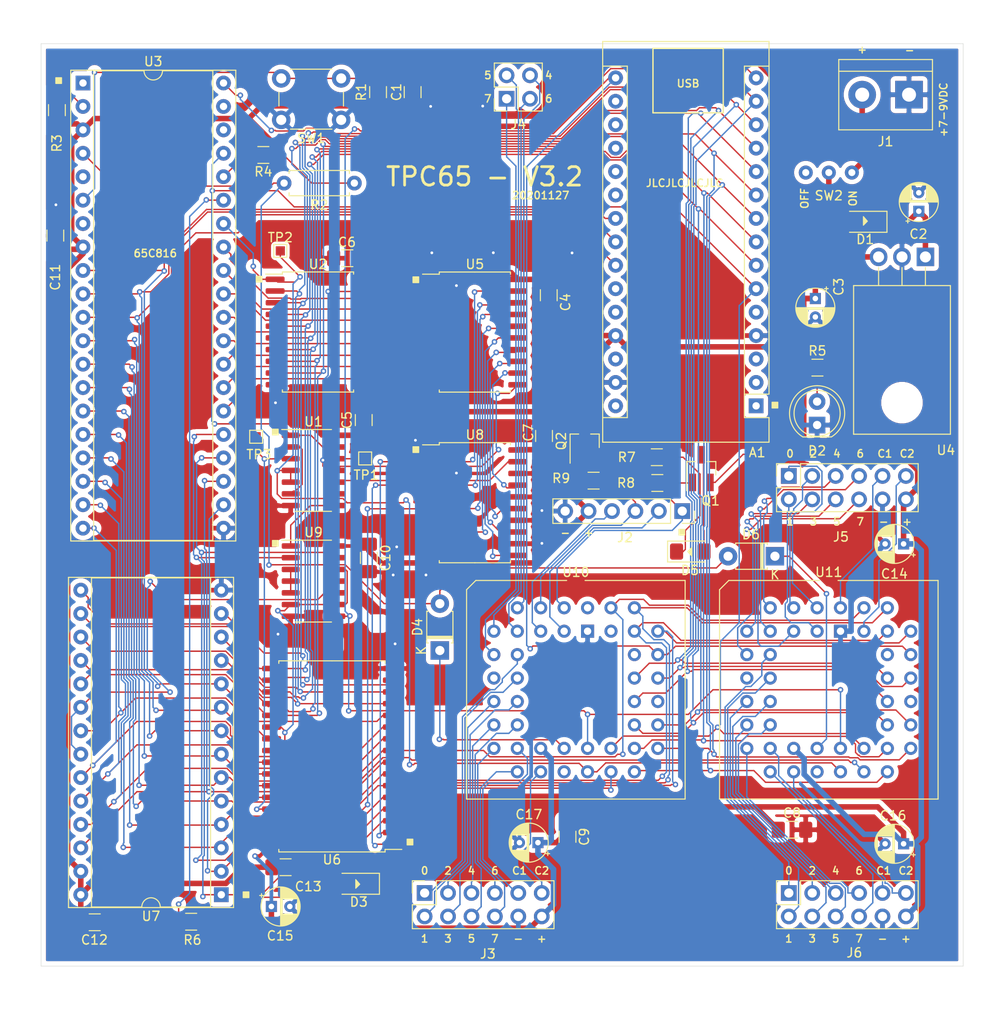
<source format=kicad_pcb>
(kicad_pcb (version 20171130) (host pcbnew 5.1.5+dfsg1-2build2)
  (title_block (title "TPC65816 - HalfBurntToast") (date 2020-11-22) (rev 3.1) (comment 1 PRELIMINARY) (comment 2 "NOT VERIFIED TO WORK"))
  (layers (0 Front signal) (31 Back signal) (34 B.Paste user) (35 F.Paste user) (36 B.SilkS user) (37 F.SilkS user) (38 B.Mask user) (39 F.Mask user) (44 Edge.Cuts user))
  (net 0 "")
  (net 1 "Net-(C1-Pad1)")
  (net 2 GND)
  (net 3 "Net-(D1-Pad2)")
  (net 4 +5V)
  (net 5 "Net-(D2-Pad2)")
  (net 6 D6)
  (net 7 D4)
  (net 8 D7)
  (net 9 D5)
  (net 10 D3)
  (net 11 D1)
  (net 12 D2)
  (net 13 D0)
  (net 14 "Net-(C2-Pad1)")
  (net 15 ~IRQ)
  (net 16 EMU)
  (net 17 PH2)
  (net 18 "Net-(U1-Pad11)")
  (net 19 ~BANK0)
  (net 20 "Net-(U1-Pad8)")
  (net 21 "Net-(U1-Pad2)")
  (net 22 DB0)
  (net 23 DB1)
  (net 24 DB2)
  (net 25 DB3)
  (net 26 DB4)
  (net 27 DB5)
  (net 28 DB6)
  (net 29 DB7)
  (net 30 A12)
  (net 31 A13)
  (net 32 A14)
  (net 33 A15)
  (net 34 A0)
  (net 35 A1)
  (net 36 A2)
  (net 37 A3)
  (net 38 A4)
  (net 39 A5)
  (net 40 A6)
  (net 41 A7)
  (net 42 A8)
  (net 43 A9)
  (net 44 A10)
  (net 45 A11)
  (net 46 A23)
  (net 47 A22)
  (net 48 A21)
  (net 49 A20)
  (net 50 A19)
  (net 51 A18)
  (net 52 A17)
  (net 53 A16)
  (net 54 ~RAM_CE)
  (net 55 ~ROM_CS)
  (net 56 "Net-(U9-Pad3)")
  (net 57 ~IOCE)
  (net 58 ~RESET)
  (net 59 "Net-(D3-Pad2)")
  (net 60 "Net-(D4-Pad1)")
  (net 61 "Net-(D5-Pad1)")
  (net 62 /Sheet60C81ED6/PA7)
  (net 63 /Sheet60C81ED6/PA6)
  (net 64 /Sheet60C81ED6/PA5)
  (net 65 /Sheet60C81ED6/PA4)
  (net 66 /Sheet60C81ED6/PB0)
  (net 67 /Sheet60C81ED6/PB1)
  (net 68 /Sheet60C81ED6/PB2)
  (net 69 /Sheet60C81ED6/PB3)
  (net 70 /Sheet60C81ED6/PB4)
  (net 71 /Sheet60C81ED6/PB5)
  (net 72 /Sheet60C81ED6/PB6)
  (net 73 /Sheet60C81ED6/PB7)
  (net 74 "Net-(J3-Pad9)")
  (net 75 "Net-(J3-Pad11)")
  (net 76 /Sheet60C81ED6/PA0)
  (net 77 /Sheet60C81ED6/PA1)
  (net 78 /Sheet60C81ED6/PA2)
  (net 79 /Sheet60C81ED6/PA3)
  (net 80 "Net-(J5-Pad11)")
  (net 81 "Net-(J5-Pad9)")
  (net 82 /Sheet60C81ED6/PD7)
  (net 83 /Sheet60C81ED6/PD6)
  (net 84 /Sheet60C81ED6/PD5)
  (net 85 /Sheet60C81ED6/PD4)
  (net 86 /Sheet60C81ED6/PD3)
  (net 87 /Sheet60C81ED6/PD2)
  (net 88 /Sheet60C81ED6/PD1)
  (net 89 /Sheet60C81ED6/PD0)
  (net 90 /Sheet60C81ED6/PC0)
  (net 91 /Sheet60C81ED6/PC1)
  (net 92 /Sheet60C81ED6/PC2)
  (net 93 /Sheet60C81ED6/PC3)
  (net 94 /Sheet60C81ED6/PC4)
  (net 95 /Sheet60C81ED6/PC5)
  (net 96 /Sheet60C81ED6/PC6)
  (net 97 /Sheet60C81ED6/PC7)
  (net 98 "Net-(J6-Pad9)")
  (net 99 "Net-(J6-Pad11)")
  (net 100 "Net-(Q1-Pad1)")
  (net 101 "Net-(Q2-Pad2)")
  (net 102 "Net-(Q2-Pad1)")
  (net 103 RW_RAW)
  (net 104 RW_PH2)
  (net 105 "Net-(D5-Pad2)")
  (net 106 "Net-(R3-Pad2)")
  (net 107 "Net-(R4-Pad2)")
  (net 108 "Net-(D6-Pad1)")
  (net 109 "Net-(J1-Pad2)")
  (module slide_switch:spdt_slide_switch (layer Front) (at 189.884 68.7095 180)
    (fp_text reference SW2 (at 0 -2.5) (layer F.SilkS))
    (fp_text value SW_SPDT)
    (pad 1 thru_hole circle (at -2.5 0 180) (size 1.524 1.524) (drill 0.762) (layers *.Cu *.Mask) (net 109 "Net-(J1-Pad2)"))
    (pad 2 thru_hole circle (at 0 0 180) (size 1.524 1.524) (drill 0.762) (layers *.Cu *.Mask) (net 3 "Net-(D1-Pad2)"))
    (pad 3 thru_hole circle (at 2.5 0 180) (size 1.524 1.524) (drill 0.762) (layers *.Cu *.Mask))
  )
  (module TerminalBlock:TerminalBlock_bornier-2_P5.08mm (layer Front) (at 198.5835 60.264 180)
    (fp_text reference J1 (at 2.54 -5.08) (layer F.SilkS))
    (fp_text value "Power IN")
    (pad 1 thru_hole rect (at 0 0 180) (size 3 3) (drill 1.52) (layers *.Cu *.Mask) (net 2 GND))
    (pad 2 thru_hole circle (at 5.08 0 180) (size 3 3) (drill 1.52) (layers *.Cu *.Mask) (net 109 "Net-(J1-Pad2)"))
  )
  (module Package_LCC:PLCC-44_THT-Socket (layer Front) (at 191.154 118.43)
    (fp_text reference U11 (at -1.27 -6.4) (layer F.SilkS))
    (fp_text value WD65C22)
    (pad 1 thru_hole rect (at 0 0) (size 1.4224 1.4224) (drill 0.8) (layers *.Cu *.Mask) (net 2 GND))
    (pad 3 thru_hole circle (at -2.54 0) (size 1.4224 1.4224) (drill 0.8) (layers *.Cu *.Mask) (net 91 /Sheet60C81ED6/PC1))
    (pad 5 thru_hole circle (at -5.08 0) (size 1.4224 1.4224) (drill 0.8) (layers *.Cu *.Mask) (net 93 /Sheet60C81ED6/PC3))
    (pad 43 thru_hole circle (at 2.54 0) (size 1.4224 1.4224) (drill 0.8) (layers *.Cu *.Mask) (net 80 "Net-(J5-Pad11)"))
    (pad 41 thru_hole circle (at 5.08 0) (size 1.4224 1.4224) (drill 0.8) (layers *.Cu *.Mask) (net 38 A4))
    (pad 2 thru_hole circle (at -2.54 -2.54) (size 1.4224 1.4224) (drill 0.8) (layers *.Cu *.Mask) (net 90 /Sheet60C81ED6/PC0))
    (pad 4 thru_hole circle (at -5.08 -2.54) (size 1.4224 1.4224) (drill 0.8) (layers *.Cu *.Mask) (net 92 /Sheet60C81ED6/PC2))
    (pad 6 thru_hole circle (at -7.62 -2.54) (size 1.4224 1.4224) (drill 0.8) (layers *.Cu *.Mask) (net 94 /Sheet60C81ED6/PC4))
    (pad 44 thru_hole circle (at 0 -2.54) (size 1.4224 1.4224) (drill 0.8) (layers *.Cu *.Mask) (net 81 "Net-(J5-Pad9)"))
    (pad 42 thru_hole circle (at 2.54 -2.54) (size 1.4224 1.4224) (drill 0.8) (layers *.Cu *.Mask) (net 37 A3))
    (pad 8 thru_hole circle (at -7.62 0) (size 1.4224 1.4224) (drill 0.8) (layers *.Cu *.Mask) (net 96 /Sheet60C81ED6/PC6))
    (pad 10 thru_hole circle (at -7.62 2.54) (size 1.4224 1.4224) (drill 0.8) (layers *.Cu *.Mask) (net 89 /Sheet60C81ED6/PD0))
    (pad 12 thru_hole circle (at -7.62 5.08) (size 1.4224 1.4224) (drill 0.8) (layers *.Cu *.Mask) (net 88 /Sheet60C81ED6/PD1))
    (pad 14 thru_hole circle (at -7.62 7.62) (size 1.4224 1.4224) (drill 0.8) (layers *.Cu *.Mask) (net 86 /Sheet60C81ED6/PD3))
    (pad 16 thru_hole circle (at -7.62 10.16) (size 1.4224 1.4224) (drill 0.8) (layers *.Cu *.Mask) (net 84 /Sheet60C81ED6/PD5))
    (pad 7 thru_hole circle (at -10.16 0) (size 1.4224 1.4224) (drill 0.8) (layers *.Cu *.Mask) (net 95 /Sheet60C81ED6/PC5))
    (pad 9 thru_hole circle (at -10.16 2.54) (size 1.4224 1.4224) (drill 0.8) (layers *.Cu *.Mask) (net 97 /Sheet60C81ED6/PC7))
    (pad 11 thru_hole circle (at -10.16 5.08) (size 1.4224 1.4224) (drill 0.8) (layers *.Cu *.Mask))
    (pad 13 thru_hole circle (at -10.16 7.62) (size 1.4224 1.4224) (drill 0.8) (layers *.Cu *.Mask) (net 87 /Sheet60C81ED6/PD2))
    (pad 15 thru_hole circle (at -10.16 10.16) (size 1.4224 1.4224) (drill 0.8) (layers *.Cu *.Mask) (net 85 /Sheet60C81ED6/PD4))
    (pad 17 thru_hole circle (at -10.16 12.7) (size 1.4224 1.4224) (drill 0.8) (layers *.Cu *.Mask) (net 83 /Sheet60C81ED6/PD6))
    (pad 19 thru_hole circle (at -7.62 12.7) (size 1.4224 1.4224) (drill 0.8) (layers *.Cu *.Mask) (net 98 "Net-(J6-Pad9)"))
    (pad 21 thru_hole circle (at -5.08 12.7) (size 1.4224 1.4224) (drill 0.8) (layers *.Cu *.Mask) (net 4 +5V))
    (pad 23 thru_hole circle (at -2.54 12.7) (size 1.4224 1.4224) (drill 0.8) (layers *.Cu *.Mask) (net 108 "Net-(D6-Pad1)"))
    (pad 25 thru_hole circle (at 0 12.7) (size 1.4224 1.4224) (drill 0.8) (layers *.Cu *.Mask) (net 57 ~IOCE))
    (pad 27 thru_hole circle (at 2.54 12.7) (size 1.4224 1.4224) (drill 0.8) (layers *.Cu *.Mask) (net 17 PH2))
    (pad 29 thru_hole circle (at 7.62 12.7) (size 1.4224 1.4224) (drill 0.8) (layers *.Cu *.Mask) (net 28 DB6))
    (pad 18 thru_hole circle (at -7.62 15.24) (size 1.4224 1.4224) (drill 0.8) (layers *.Cu *.Mask) (net 82 /Sheet60C81ED6/PD7))
    (pad 20 thru_hole circle (at -5.08 15.24) (size 1.4224 1.4224) (drill 0.8) (layers *.Cu *.Mask) (net 99 "Net-(J6-Pad11)"))
    (pad 22 thru_hole circle (at -2.54 15.24) (size 1.4224 1.4224) (drill 0.8) (layers *.Cu *.Mask))
    (pad 24 thru_hole circle (at 0 15.24) (size 1.4224 1.4224) (drill 0.8) (layers *.Cu *.Mask) (net 103 RW_RAW))
    (pad 26 thru_hole circle (at 2.54 15.24) (size 1.4224 1.4224) (drill 0.8) (layers *.Cu *.Mask) (net 42 A8))
    (pad 28 thru_hole circle (at 5.08 15.24) (size 1.4224 1.4224) (drill 0.8) (layers *.Cu *.Mask) (net 29 DB7))
    (pad 30 thru_hole circle (at 5.08 12.7) (size 1.4224 1.4224) (drill 0.8) (layers *.Cu *.Mask) (net 27 DB5))
    (pad 32 thru_hole circle (at 5.08 10.16) (size 1.4224 1.4224) (drill 0.8) (layers *.Cu *.Mask) (net 25 DB3))
    (pad 34 thru_hole circle (at 5.08 7.62) (size 1.4224 1.4224) (drill 0.8) (layers *.Cu *.Mask) (net 24 DB2))
    (pad 36 thru_hole circle (at 5.08 5.08) (size 1.4224 1.4224) (drill 0.8) (layers *.Cu *.Mask) (net 22 DB0))
    (pad 38 thru_hole circle (at 5.08 2.54) (size 1.4224 1.4224) (drill 0.8) (layers *.Cu *.Mask))
    (pad 40 thru_hole circle (at 5.08 -2.54) (size 1.4224 1.4224) (drill 0.8) (layers *.Cu *.Mask) (net 39 A5))
    (pad 31 thru_hole circle (at 7.62 10.16) (size 1.4224 1.4224) (drill 0.8) (layers *.Cu *.Mask) (net 26 DB4))
    (pad 33 thru_hole circle (at 7.62 7.62) (size 1.4224 1.4224) (drill 0.8) (layers *.Cu *.Mask))
    (pad 35 thru_hole circle (at 7.62 5.08) (size 1.4224 1.4224) (drill 0.8) (layers *.Cu *.Mask) (net 23 DB1))
    (pad 37 thru_hole circle (at 7.62 2.54) (size 1.4224 1.4224) (drill 0.8) (layers *.Cu *.Mask) (net 58 ~RESET))
    (pad 39 thru_hole circle (at 7.62 0) (size 1.4224 1.4224) (drill 0.8) (layers *.Cu *.Mask) (net 40 A6))
  )
  (module TestPoint:TestPoint_Pad_1.0x1.0mm (layer Front) (at 127.781 97.348)
    (fp_text reference TP3 (at 0.3 1.93) (layer F.SilkS))
    (fp_text value RW_PH2)
    (pad 1 smd rect (at 0 0) (size 1 1) (layers Front F.Mask) (net 104 RW_PH2))
  )
  (module Capacitor_THT:CP_Radial_D4.0mm_P2.00mm (layer Front) (at 188.4235 82.362 270)
    (fp_text reference C3 (at -1.27 -2.54 90) (layer F.SilkS))
    (fp_text value 100u)
    (pad 2 thru_hole circle (at 2 0 270) (size 1.2 1.2) (drill 0.6) (layers *.Cu *.Mask) (net 2 GND))
    (pad 1 thru_hole rect (at 0 0 270) (size 1.2 1.2) (drill 0.6) (layers *.Cu *.Mask) (net 4 +5V))
  )
  (module Resistor_SMD:R_1206_3216Metric_Pad1.42x1.75mm_HandSolder (layer Front) (at 171.2325 99.568 180)
    (fp_text reference R7 (at 3.2655 0) (layer F.SilkS))
    (fp_text value 1K)
    (pad 1 smd roundrect (at -1.4875 0 180) (size 1.425 1.75) (layers Front F.Paste F.Mask) (roundrect_rratio 0.175439) (net 61 "Net-(D5-Pad1)"))
    (pad 2 smd roundrect (at 1.4875 0 180) (size 1.425 1.75) (layers Front F.Paste F.Mask) (roundrect_rratio 0.175439) (net 101 "Net-(Q2-Pad2)"))
  )
  (module Capacitor_THT:CP_Radial_D4.0mm_P2.00mm (layer Front) (at 129.432 148.275)
    (fp_text reference C15 (at 0.9525 3.175) (layer F.SilkS))
    (fp_text value 100u)
    (pad 2 thru_hole circle (at 2 0) (size 1.2 1.2) (drill 0.6) (layers *.Cu *.Mask) (net 2 GND))
    (pad 1 thru_hole rect (at 0 0) (size 1.2 1.2) (drill 0.6) (layers *.Cu *.Mask) (net 4 +5V))
  )
  (module Capacitor_THT:CP_Radial_D4.0mm_P2.00mm (layer Front) (at 199.644 72.898 90)
    (fp_text reference C2 (at -2.479 -0.0445 180) (layer F.SilkS))
    (fp_text value 10u)
    (pad 1 thru_hole rect (at 0 0 90) (size 1.2 1.2) (drill 0.6) (layers *.Cu *.Mask) (net 14 "Net-(C2-Pad1)"))
    (pad 2 thru_hole circle (at 2 0 90) (size 1.2 1.2) (drill 0.6) (layers *.Cu *.Mask) (net 2 GND))
  )
  (module Diode_SMD:D_1206_3216Metric_Pad1.42x1.75mm_HandSolder (layer Front) (at 193.7305 74.0435 180)
    (fp_text reference D1 (at -0.1 -1.905) (layer F.SilkS))
    (fp_text value D_Schottky)
    (pad 2 smd roundrect (at 1.4875 0 180) (size 1.425 1.75) (layers Front F.Paste F.Mask) (roundrect_rratio 0.175439) (net 3 "Net-(D1-Pad2)"))
    (pad 1 smd roundrect (at -1.4875 0 180) (size 1.425 1.75) (layers Front F.Paste F.Mask) (roundrect_rratio 0.175439) (net 14 "Net-(C2-Pad1)"))
  )
  (module Button_Switch_THT:SW_PUSH_6mm (layer Front) (at 137 63 180)
    (fp_text reference SW1 (at 3.25 -2) (layer F.SilkS))
    (fp_text value RESET)
    (pad 2 thru_hole circle (at 0 4.5 270) (size 2 2) (drill 1.1) (layers *.Cu *.Mask) (net 1 "Net-(C1-Pad1)"))
    (pad 1 thru_hole circle (at 0 0 270) (size 2 2) (drill 1.1) (layers *.Cu *.Mask) (net 2 GND))
    (pad 2 thru_hole circle (at 6.5 4.5 270) (size 2 2) (drill 1.1) (layers *.Cu *.Mask) (net 1 "Net-(C1-Pad1)"))
    (pad 1 thru_hole circle (at 6.5 0 270) (size 2 2) (drill 1.1) (layers *.Cu *.Mask) (net 2 GND))
  )
  (module Package_SO:SOIC-20W_7.5x12.8mm_P1.27mm (layer Front) (at 151.5 86)
    (fp_text reference U5 (at 0 -7.35) (layer F.SilkS))
    (fp_text value 74HC573)
    (pad 1 smd roundrect (at -4.65 -5.715) (size 2.05 0.6) (layers Front F.Paste F.Mask) (net 2 GND))
    (pad 2 smd roundrect (at -4.65 -4.445) (size 2.05 0.6) (layers Front F.Paste F.Mask) (net 13 D0))
    (pad 3 smd roundrect (at -4.65 -3.175) (size 2.05 0.6) (layers Front F.Paste F.Mask) (net 11 D1))
    (pad 4 smd roundrect (at -4.65 -1.905) (size 2.05 0.6) (layers Front F.Paste F.Mask) (net 12 D2))
    (pad 5 smd roundrect (at -4.65 -0.635) (size 2.05 0.6) (layers Front F.Paste F.Mask) (net 10 D3))
    (pad 6 smd roundrect (at -4.65 0.635) (size 2.05 0.6) (layers Front F.Paste F.Mask) (net 7 D4))
    (pad 7 smd roundrect (at -4.65 1.905) (size 2.05 0.6) (layers Front F.Paste F.Mask) (net 9 D5))
    (pad 8 smd roundrect (at -4.65 3.175) (size 2.05 0.6) (layers Front F.Paste F.Mask) (net 6 D6))
    (pad 9 smd roundrect (at -4.65 4.445) (size 2.05 0.6) (layers Front F.Paste F.Mask) (net 8 D7))
    (pad 10 smd roundrect (at -4.65 5.715) (size 2.05 0.6) (layers Front F.Paste F.Mask) (net 2 GND))
    (pad 11 smd roundrect (at 4.65 5.715) (size 2.05 0.6) (layers Front F.Paste F.Mask) (net 18 "Net-(U1-Pad11)"))
    (pad 12 smd roundrect (at 4.65 4.445) (size 2.05 0.6) (layers Front F.Paste F.Mask) (net 46 A23))
    (pad 13 smd roundrect (at 4.65 3.175) (size 2.05 0.6) (layers Front F.Paste F.Mask) (net 47 A22))
    (pad 14 smd roundrect (at 4.65 1.905) (size 2.05 0.6) (layers Front F.Paste F.Mask) (net 48 A21))
    (pad 15 smd roundrect (at 4.65 0.635) (size 2.05 0.6) (layers Front F.Paste F.Mask) (net 49 A20))
    (pad 16 smd roundrect (at 4.65 -0.635) (size 2.05 0.6) (layers Front F.Paste F.Mask) (net 50 A19))
    (pad 17 smd roundrect (at 4.65 -1.905) (size 2.05 0.6) (layers Front F.Paste F.Mask) (net 51 A18))
    (pad 18 smd roundrect (at 4.65 -3.175) (size 2.05 0.6) (layers Front F.Paste F.Mask) (net 52 A17))
    (pad 19 smd roundrect (at 4.65 -4.445) (size 2.05 0.6) (layers Front F.Paste F.Mask) (net 53 A16))
    (pad 20 smd roundrect (at 4.65 -5.715) (size 2.05 0.6) (layers Front F.Paste F.Mask) (net 4 +5V))
  )
  (module Package_SO:SOIC-20W_7.5x12.8mm_P1.27mm (layer Front) (at 134.4848 85.9942)
    (fp_text reference U2 (at 0 -7.35) (layer F.SilkS))
    (fp_text value 74HC245)
    (pad 20 smd roundrect (at 4.65 -5.715) (size 2.05 0.6) (layers Front F.Paste F.Mask) (net 4 +5V))
    (pad 19 smd roundrect (at 4.65 -4.445) (size 2.05 0.6) (layers Front F.Paste F.Mask) (net 18 "Net-(U1-Pad11)"))
    (pad 18 smd roundrect (at 4.65 -3.175) (size 2.05 0.6) (layers Front F.Paste F.Mask) (net 13 D0))
    (pad 17 smd roundrect (at 4.65 -1.905) (size 2.05 0.6) (layers Front F.Paste F.Mask) (net 11 D1))
    (pad 16 smd roundrect (at 4.65 -0.635) (size 2.05 0.6) (layers Front F.Paste F.Mask) (net 12 D2))
    (pad 15 smd roundrect (at 4.65 0.635) (size 2.05 0.6) (layers Front F.Paste F.Mask) (net 10 D3))
    (pad 14 smd roundrect (at 4.65 1.905) (size 2.05 0.6) (layers Front F.Paste F.Mask) (net 7 D4))
    (pad 13 smd roundrect (at 4.65 3.175) (size 2.05 0.6) (layers Front F.Paste F.Mask) (net 9 D5))
    (pad 12 smd roundrect (at 4.65 4.445) (size 2.05 0.6) (layers Front F.Paste F.Mask) (net 6 D6))
    (pad 11 smd roundrect (at 4.65 5.715) (size 2.05 0.6) (layers Front F.Paste F.Mask) (net 8 D7))
    (pad 10 smd roundrect (at -4.65 5.715) (size 2.05 0.6) (layers Front F.Paste F.Mask) (net 2 GND))
    (pad 9 smd roundrect (at -4.65 4.445) (size 2.05 0.6) (layers Front F.Paste F.Mask) (net 29 DB7))
    (pad 8 smd roundrect (at -4.65 3.175) (size 2.05 0.6) (layers Front F.Paste F.Mask) (net 28 DB6))
    (pad 7 smd roundrect (at -4.65 1.905) (size 2.05 0.6) (layers Front F.Paste F.Mask) (net 27 DB5))
    (pad 6 smd roundrect (at -4.65 0.635) (size 2.05 0.6) (layers Front F.Paste F.Mask) (net 26 DB4))
    (pad 5 smd roundrect (at -4.65 -0.635) (size 2.05 0.6) (layers Front F.Paste F.Mask) (net 25 DB3))
    (pad 4 smd roundrect (at -4.65 -1.905) (size 2.05 0.6) (layers Front F.Paste F.Mask) (net 24 DB2))
    (pad 3 smd roundrect (at -4.65 -3.175) (size 2.05 0.6) (layers Front F.Paste F.Mask) (net 23 DB1))
    (pad 2 smd roundrect (at -4.65 -4.445) (size 2.05 0.6) (layers Front F.Paste F.Mask) (net 22 DB0))
    (pad 1 smd roundrect (at -4.65 -5.715) (size 2.05 0.6) (layers Front F.Paste F.Mask) (net 103 RW_RAW))
  )
  (module Package_SO:SOIC-14_3.9x8.7mm_P1.27mm (layer Front) (at 134 101)
    (fp_text reference U1 (at 0 -5.28) (layer F.SilkS))
    (fp_text value 74HC00)
    (pad 14 smd roundrect (at 2.475 -3.81) (size 1.95 0.6) (layers Front F.Paste F.Mask) (net 4 +5V))
    (pad 13 smd roundrect (at 2.475 -2.54) (size 1.95 0.6) (layers Front F.Paste F.Mask) (net 17 PH2))
    (pad 12 smd roundrect (at 2.475 -1.27) (size 1.95 0.6) (layers Front F.Paste F.Mask) (net 17 PH2))
    (pad 11 smd roundrect (at 2.475 0) (size 1.95 0.6) (layers Front F.Paste F.Mask) (net 18 "Net-(U1-Pad11)"))
    (pad 10 smd roundrect (at 2.475 1.27) (size 1.95 0.6) (layers Front F.Paste F.Mask) (net 19 ~BANK0))
    (pad 9 smd roundrect (at 2.475 2.54) (size 1.95 0.6) (layers Front F.Paste F.Mask) (net 19 ~BANK0))
    (pad 8 smd roundrect (at 2.475 3.81) (size 1.95 0.6) (layers Front F.Paste F.Mask) (net 20 "Net-(U1-Pad8)"))
    (pad 7 smd roundrect (at -2.475 3.81) (size 1.95 0.6) (layers Front F.Paste F.Mask) (net 2 GND))
    (pad 6 smd roundrect (at -2.475 2.54) (size 1.95 0.6) (layers Front F.Paste F.Mask) (net 21 "Net-(U1-Pad2)"))
    (pad 5 smd roundrect (at -2.475 1.27) (size 1.95 0.6) (layers Front F.Paste F.Mask) (net 103 RW_RAW))
    (pad 4 smd roundrect (at -2.475 0) (size 1.95 0.6) (layers Front F.Paste F.Mask) (net 103 RW_RAW))
    (pad 3 smd roundrect (at -2.475 -1.27) (size 1.95 0.6) (layers Front F.Paste F.Mask) (net 104 RW_PH2))
    (pad 2 smd roundrect (at -2.475 -2.54) (size 1.95 0.6) (layers Front F.Paste F.Mask) (net 21 "Net-(U1-Pad2)"))
    (pad 1 smd roundrect (at -2.475 -3.81) (size 1.95 0.6) (layers Front F.Paste F.Mask) (net 17 PH2))
  )
  (module Package_DIP:DIP-40_W15.24mm_Socket (layer Front) (at 109 59)
    (fp_text reference U3 (at 7.62 -2.33) (layer F.SilkS))
    (fp_text value WD65C816S)
    (pad 1 thru_hole rect (at 0 0) (size 1.6 1.6) (drill 0.8) (layers *.Cu *.Mask))
    (pad 21 thru_hole oval (at 15.24 48.26) (size 1.6 1.6) (drill 0.8) (layers *.Cu *.Mask) (net 2 GND))
    (pad 2 thru_hole oval (at 0 2.54) (size 1.6 1.6) (drill 0.8) (layers *.Cu *.Mask) (net 106 "Net-(R3-Pad2)"))
    (pad 22 thru_hole oval (at 15.24 45.72) (size 1.6 1.6) (drill 0.8) (layers *.Cu *.Mask) (net 30 A12))
    (pad 3 thru_hole oval (at 0 5.08) (size 1.6 1.6) (drill 0.8) (layers *.Cu *.Mask) (net 4 +5V))
    (pad 23 thru_hole oval (at 15.24 43.18) (size 1.6 1.6) (drill 0.8) (layers *.Cu *.Mask) (net 31 A13))
    (pad 4 thru_hole oval (at 0 7.62) (size 1.6 1.6) (drill 0.8) (layers *.Cu *.Mask) (net 15 ~IRQ))
    (pad 24 thru_hole oval (at 15.24 40.64) (size 1.6 1.6) (drill 0.8) (layers *.Cu *.Mask) (net 32 A14))
    (pad 5 thru_hole oval (at 0 10.16) (size 1.6 1.6) (drill 0.8) (layers *.Cu *.Mask))
    (pad 25 thru_hole oval (at 15.24 38.1) (size 1.6 1.6) (drill 0.8) (layers *.Cu *.Mask) (net 33 A15))
    (pad 6 thru_hole oval (at 0 12.7) (size 1.6 1.6) (drill 0.8) (layers *.Cu *.Mask) (net 1 "Net-(C1-Pad1)"))
    (pad 26 thru_hole oval (at 15.24 35.56) (size 1.6 1.6) (drill 0.8) (layers *.Cu *.Mask) (net 8 D7))
    (pad 7 thru_hole oval (at 0 15.24) (size 1.6 1.6) (drill 0.8) (layers *.Cu *.Mask))
    (pad 27 thru_hole oval (at 15.24 33.02) (size 1.6 1.6) (drill 0.8) (layers *.Cu *.Mask) (net 6 D6))
    (pad 8 thru_hole oval (at 0 17.78) (size 1.6 1.6) (drill 0.8) (layers *.Cu *.Mask) (net 4 +5V))
    (pad 28 thru_hole oval (at 15.24 30.48) (size 1.6 1.6) (drill 0.8) (layers *.Cu *.Mask) (net 9 D5))
    (pad 9 thru_hole oval (at 0 20.32) (size 1.6 1.6) (drill 0.8) (layers *.Cu *.Mask) (net 34 A0))
    (pad 29 thru_hole oval (at 15.24 27.94) (size 1.6 1.6) (drill 0.8) (layers *.Cu *.Mask) (net 7 D4))
    (pad 10 thru_hole oval (at 0 22.86) (size 1.6 1.6) (drill 0.8) (layers *.Cu *.Mask) (net 35 A1))
    (pad 30 thru_hole oval (at 15.24 25.4) (size 1.6 1.6) (drill 0.8) (layers *.Cu *.Mask) (net 10 D3))
    (pad 11 thru_hole oval (at 0 25.4) (size 1.6 1.6) (drill 0.8) (layers *.Cu *.Mask) (net 36 A2))
    (pad 31 thru_hole oval (at 15.24 22.86) (size 1.6 1.6) (drill 0.8) (layers *.Cu *.Mask) (net 12 D2))
    (pad 12 thru_hole oval (at 0 27.94) (size 1.6 1.6) (drill 0.8) (layers *.Cu *.Mask) (net 37 A3))
    (pad 32 thru_hole oval (at 15.24 20.32) (size 1.6 1.6) (drill 0.8) (layers *.Cu *.Mask) (net 11 D1))
    (pad 13 thru_hole oval (at 0 30.48) (size 1.6 1.6) (drill 0.8) (layers *.Cu *.Mask) (net 38 A4))
    (pad 33 thru_hole oval (at 15.24 17.78) (size 1.6 1.6) (drill 0.8) (layers *.Cu *.Mask) (net 13 D0))
    (pad 14 thru_hole oval (at 0 33.02) (size 1.6 1.6) (drill 0.8) (layers *.Cu *.Mask) (net 39 A5))
    (pad 34 thru_hole oval (at 15.24 15.24) (size 1.6 1.6) (drill 0.8) (layers *.Cu *.Mask) (net 103 RW_RAW))
    (pad 15 thru_hole oval (at 0 35.56) (size 1.6 1.6) (drill 0.8) (layers *.Cu *.Mask) (net 40 A6))
    (pad 35 thru_hole oval (at 15.24 12.7) (size 1.6 1.6) (drill 0.8) (layers *.Cu *.Mask) (net 16 EMU))
    (pad 16 thru_hole oval (at 0 38.1) (size 1.6 1.6) (drill 0.8) (layers *.Cu *.Mask) (net 41 A7))
    (pad 36 thru_hole oval (at 15.24 10.16) (size 1.6 1.6) (drill 0.8) (layers *.Cu *.Mask) (net 107 "Net-(R4-Pad2)"))
    (pad 17 thru_hole oval (at 0 40.64) (size 1.6 1.6) (drill 0.8) (layers *.Cu *.Mask) (net 42 A8))
    (pad 37 thru_hole oval (at 15.24 7.62) (size 1.6 1.6) (drill 0.8) (layers *.Cu *.Mask) (net 17 PH2))
    (pad 18 thru_hole oval (at 0 43.18) (size 1.6 1.6) (drill 0.8) (layers *.Cu *.Mask) (net 43 A9))
    (pad 38 thru_hole oval (at 15.24 5.08) (size 1.6 1.6) (drill 0.8) (layers *.Cu *.Mask))
    (pad 19 thru_hole oval (at 0 45.72) (size 1.6 1.6) (drill 0.8) (layers *.Cu *.Mask) (net 44 A10))
    (pad 39 thru_hole oval (at 15.24 2.54) (size 1.6 1.6) (drill 0.8) (layers *.Cu *.Mask))
    (pad 20 thru_hole oval (at 0 48.26) (size 1.6 1.6) (drill 0.8) (layers *.Cu *.Mask) (net 45 A11))
    (pad 40 thru_hole oval (at 15.24 0) (size 1.6 1.6) (drill 0.8) (layers *.Cu *.Mask) (net 58 ~RESET))
  )
  (module Package_SO:SSOP-32_11.305x20.495mm_P1.27mm (layer Front) (at 136 132 180)
    (fp_text reference U6 (at 0 -11.2) (layer F.SilkS))
    (fp_text value IS61C5128AS-25QLI)
    (pad 1 smd roundrect (at -6.55 -9.525 180) (size 2.05 0.6) (layers Front F.Paste F.Mask) (net 52 A17))
    (pad 2 smd roundrect (at -6.55 -8.255 180) (size 2.05 0.6) (layers Front F.Paste F.Mask) (net 53 A16))
    (pad 3 smd roundrect (at -6.55 -6.985 180) (size 2.05 0.6) (layers Front F.Paste F.Mask) (net 32 A14))
    (pad 4 smd roundrect (at -6.55 -5.715 180) (size 2.05 0.6) (layers Front F.Paste F.Mask) (net 30 A12))
    (pad 5 smd roundrect (at -6.55 -4.445 180) (size 2.05 0.6) (layers Front F.Paste F.Mask) (net 41 A7))
    (pad 6 smd roundrect (at -6.55 -3.175 180) (size 2.05 0.6) (layers Front F.Paste F.Mask) (net 40 A6))
    (pad 7 smd roundrect (at -6.55 -1.905 180) (size 2.05 0.6) (layers Front F.Paste F.Mask) (net 39 A5))
    (pad 8 smd roundrect (at -6.55 -0.635 180) (size 2.05 0.6) (layers Front F.Paste F.Mask) (net 38 A4))
    (pad 9 smd roundrect (at -6.55 0.635 180) (size 2.05 0.6) (layers Front F.Paste F.Mask) (net 37 A3))
    (pad 10 smd roundrect (at -6.55 1.905 180) (size 2.05 0.6) (layers Front F.Paste F.Mask) (net 36 A2))
    (pad 11 smd roundrect (at -6.55 3.175 180) (size 2.05 0.6) (layers Front F.Paste F.Mask) (net 35 A1))
    (pad 12 smd roundrect (at -6.55 4.445 180) (size 2.05 0.6) (layers Front F.Paste F.Mask) (net 34 A0))
    (pad 13 smd roundrect (at -6.55 5.715 180) (size 2.05 0.6) (layers Front F.Paste F.Mask) (net 22 DB0))
    (pad 14 smd roundrect (at -6.55 6.985 180) (size 2.05 0.6) (layers Front F.Paste F.Mask) (net 23 DB1))
    (pad 15 smd roundrect (at -6.55 8.255 180) (size 2.05 0.6) (layers Front F.Paste F.Mask) (net 24 DB2))
    (pad 16 smd roundrect (at -6.55 9.525 180) (size 2.05 0.6) (layers Front F.Paste F.Mask) (net 2 GND))
    (pad 17 smd roundrect (at 6.55 9.525 180) (size 2.05 0.6) (layers Front F.Paste F.Mask) (net 25 DB3))
    (pad 18 smd roundrect (at 6.55 8.255 180) (size 2.05 0.6) (layers Front F.Paste F.Mask) (net 26 DB4))
    (pad 19 smd roundrect (at 6.55 6.985 180) (size 2.05 0.6) (layers Front F.Paste F.Mask) (net 27 DB5))
    (pad 20 smd roundrect (at 6.55 5.715 180) (size 2.05 0.6) (layers Front F.Paste F.Mask) (net 28 DB6))
    (pad 21 smd roundrect (at 6.55 4.445 180) (size 2.05 0.6) (layers Front F.Paste F.Mask) (net 29 DB7))
    (pad 22 smd roundrect (at 6.55 3.175 180) (size 2.05 0.6) (layers Front F.Paste F.Mask) (net 54 ~RAM_CE))
    (pad 23 smd roundrect (at 6.55 1.905 180) (size 2.05 0.6) (layers Front F.Paste F.Mask) (net 44 A10))
    (pad 24 smd roundrect (at 6.55 0.635 180) (size 2.05 0.6) (layers Front F.Paste F.Mask) (net 54 ~RAM_CE))
    (pad 25 smd roundrect (at 6.55 -0.635 180) (size 2.05 0.6) (layers Front F.Paste F.Mask) (net 45 A11))
    (pad 26 smd roundrect (at 6.55 -1.905 180) (size 2.05 0.6) (layers Front F.Paste F.Mask) (net 43 A9))
    (pad 27 smd roundrect (at 6.55 -3.175 180) (size 2.05 0.6) (layers Front F.Paste F.Mask) (net 42 A8))
    (pad 28 smd roundrect (at 6.55 -4.445 180) (size 2.05 0.6) (layers Front F.Paste F.Mask) (net 31 A13))
    (pad 29 smd roundrect (at 6.55 -5.715 180) (size 2.05 0.6) (layers Front F.Paste F.Mask) (net 104 RW_PH2))
    (pad 30 smd roundrect (at 6.55 -6.985 180) (size 2.05 0.6) (layers Front F.Paste F.Mask) (net 51 A18))
    (pad 31 smd roundrect (at 6.55 -8.255 180) (size 2.05 0.6) (layers Front F.Paste F.Mask) (net 33 A15))
    (pad 32 smd roundrect (at 6.55 -9.525 180) (size 2.05 0.6) (layers Front F.Paste F.Mask) (net 4 +5V))
  )
  (module Package_SO:SOIC-20W_7.5x12.8mm_P1.27mm (layer Front) (at 151.5 104.5)
    (fp_text reference U8 (at 0 -7.35) (layer F.SilkS))
    (fp_text value 74F521)
    (pad 1 smd roundrect (at -4.65 -5.715) (size 2.05 0.6) (layers Front F.Paste F.Mask) (net 2 GND))
    (pad 2 smd roundrect (at -4.65 -4.445) (size 2.05 0.6) (layers Front F.Paste F.Mask) (net 53 A16))
    (pad 3 smd roundrect (at -4.65 -3.175) (size 2.05 0.6) (layers Front F.Paste F.Mask) (net 2 GND))
    (pad 4 smd roundrect (at -4.65 -1.905) (size 2.05 0.6) (layers Front F.Paste F.Mask) (net 52 A17))
    (pad 5 smd roundrect (at -4.65 -0.635) (size 2.05 0.6) (layers Front F.Paste F.Mask) (net 2 GND))
    (pad 6 smd roundrect (at -4.65 0.635) (size 2.05 0.6) (layers Front F.Paste F.Mask) (net 51 A18))
    (pad 7 smd roundrect (at -4.65 1.905) (size 2.05 0.6) (layers Front F.Paste F.Mask) (net 2 GND))
    (pad 8 smd roundrect (at -4.65 3.175) (size 2.05 0.6) (layers Front F.Paste F.Mask) (net 50 A19))
    (pad 9 smd roundrect (at -4.65 4.445) (size 2.05 0.6) (layers Front F.Paste F.Mask) (net 2 GND))
    (pad 10 smd roundrect (at -4.65 5.715) (size 2.05 0.6) (layers Front F.Paste F.Mask) (net 2 GND))
    (pad 11 smd roundrect (at 4.65 5.715) (size 2.05 0.6) (layers Front F.Paste F.Mask) (net 49 A20))
    (pad 12 smd roundrect (at 4.65 4.445) (size 2.05 0.6) (layers Front F.Paste F.Mask) (net 2 GND))
    (pad 13 smd roundrect (at 4.65 3.175) (size 2.05 0.6) (layers Front F.Paste F.Mask) (net 48 A21))
    (pad 14 smd roundrect (at 4.65 1.905) (size 2.05 0.6) (layers Front F.Paste F.Mask) (net 2 GND))
    (pad 15 smd roundrect (at 4.65 0.635) (size 2.05 0.6) (layers Front F.Paste F.Mask) (net 47 A22))
    (pad 16 smd roundrect (at 4.65 -0.635) (size 2.05 0.6) (layers Front F.Paste F.Mask) (net 2 GND))
    (pad 17 smd roundrect (at 4.65 -1.905) (size 2.05 0.6) (layers Front F.Paste F.Mask) (net 46 A23))
    (pad 18 smd roundrect (at 4.65 -3.175) (size 2.05 0.6) (layers Front F.Paste F.Mask) (net 2 GND))
    (pad 19 smd roundrect (at 4.65 -4.445) (size 2.05 0.6) (layers Front F.Paste F.Mask) (net 19 ~BANK0))
    (pad 20 smd roundrect (at 4.65 -5.715) (size 2.05 0.6) (layers Front F.Paste F.Mask) (net 4 +5V))
  )
  (module Package_SO:SOIC-14_3.9x8.7mm_P1.27mm (layer Front) (at 134 113)
    (fp_text reference U9 (at 0 -5.28) (layer F.SilkS))
    (fp_text value 74HC00)
    (pad 1 smd roundrect (at -2.475 -3.81) (size 1.95 0.6) (layers Front F.Paste F.Mask) (net 20 "Net-(U1-Pad8)"))
    (pad 2 smd roundrect (at -2.475 -2.54) (size 1.95 0.6) (layers Front F.Paste F.Mask) (net 33 A15))
    (pad 3 smd roundrect (at -2.475 -1.27) (size 1.95 0.6) (layers Front F.Paste F.Mask) (net 56 "Net-(U9-Pad3)"))
    (pad 4 smd roundrect (at -2.475 0) (size 1.95 0.6) (layers Front F.Paste F.Mask) (net 56 "Net-(U9-Pad3)"))
    (pad 5 smd roundrect (at -2.475 1.27) (size 1.95 0.6) (layers Front F.Paste F.Mask) (net 56 "Net-(U9-Pad3)"))
    (pad 6 smd roundrect (at -2.475 2.54) (size 1.95 0.6) (layers Front F.Paste F.Mask) (net 54 ~RAM_CE))
    (pad 7 smd roundrect (at -2.475 3.81) (size 1.95 0.6) (layers Front F.Paste F.Mask) (net 2 GND))
    (pad 8 smd roundrect (at 2.475 3.81) (size 1.95 0.6) (layers Front F.Paste F.Mask) (net 57 ~IOCE))
    (pad 9 smd roundrect (at 2.475 2.54) (size 1.95 0.6) (layers Front F.Paste F.Mask) (net 54 ~RAM_CE))
    (pad 10 smd roundrect (at 2.475 1.27) (size 1.95 0.6) (layers Front F.Paste F.Mask) (net 55 ~ROM_CS))
    (pad 11 smd roundrect (at 2.475 0) (size 1.95 0.6) (layers Front F.Paste F.Mask) (net 55 ~ROM_CS))
    (pad 12 smd roundrect (at 2.475 -1.27) (size 1.95 0.6) (layers Front F.Paste F.Mask) (net 54 ~RAM_CE))
    (pad 13 smd roundrect (at 2.475 -2.54) (size 1.95 0.6) (layers Front F.Paste F.Mask) (net 32 A14))
    (pad 14 smd roundrect (at 2.475 -3.81) (size 1.95 0.6) (layers Front F.Paste F.Mask) (net 4 +5V))
  )
  (module Module:Arduino_Nano (layer Front) (at 182 94 180)
    (fp_text reference A1 (at -0.118 -5.06) (layer F.SilkS))
    (fp_text value Arduino_Nano_v3.x)
    (pad 1 thru_hole rect (at 0 0 180) (size 1.6 1.6) (drill 0.8) (layers *.Cu *.Mask))
    (pad 17 thru_hole oval (at 15.24 33.02 180) (size 1.6 1.6) (drill 0.8) (layers *.Cu *.Mask))
    (pad 2 thru_hole oval (at 0 2.54 180) (size 1.6 1.6) (drill 0.8) (layers *.Cu *.Mask))
    (pad 18 thru_hole oval (at 15.24 30.48 180) (size 1.6 1.6) (drill 0.8) (layers *.Cu *.Mask))
    (pad 3 thru_hole oval (at 0 5.08 180) (size 1.6 1.6) (drill 0.8) (layers *.Cu *.Mask))
    (pad 19 thru_hole oval (at 15.24 27.94 180) (size 1.6 1.6) (drill 0.8) (layers *.Cu *.Mask))
    (pad 4 thru_hole oval (at 0 7.62 180) (size 1.6 1.6) (drill 0.8) (layers *.Cu *.Mask) (net 2 GND))
    (pad 20 thru_hole oval (at 15.24 25.4 180) (size 1.6 1.6) (drill 0.8) (layers *.Cu *.Mask))
    (pad 5 thru_hole oval (at 0 10.16 180) (size 1.6 1.6) (drill 0.8) (layers *.Cu *.Mask))
    (pad 21 thru_hole oval (at 15.24 22.86 180) (size 1.6 1.6) (drill 0.8) (layers *.Cu *.Mask))
    (pad 6 thru_hole oval (at 0 12.7 180) (size 1.6 1.6) (drill 0.8) (layers *.Cu *.Mask) (net 17 PH2))
    (pad 22 thru_hole oval (at 15.24 20.32 180) (size 1.6 1.6) (drill 0.8) (layers *.Cu *.Mask) (net 34 A0))
    (pad 7 thru_hole oval (at 0 15.24 180) (size 1.6 1.6) (drill 0.8) (layers *.Cu *.Mask) (net 26 DB4))
    (pad 23 thru_hole oval (at 15.24 17.78 180) (size 1.6 1.6) (drill 0.8) (layers *.Cu *.Mask) (net 35 A1))
    (pad 8 thru_hole oval (at 0 17.78 180) (size 1.6 1.6) (drill 0.8) (layers *.Cu *.Mask) (net 27 DB5))
    (pad 24 thru_hole oval (at 15.24 15.24 180) (size 1.6 1.6) (drill 0.8) (layers *.Cu *.Mask) (net 36 A2))
    (pad 9 thru_hole oval (at 0 20.32 180) (size 1.6 1.6) (drill 0.8) (layers *.Cu *.Mask) (net 28 DB6))
    (pad 25 thru_hole oval (at 15.24 12.7 180) (size 1.6 1.6) (drill 0.8) (layers *.Cu *.Mask))
    (pad 10 thru_hole oval (at 0 22.86 180) (size 1.6 1.6) (drill 0.8) (layers *.Cu *.Mask) (net 29 DB7))
    (pad 26 thru_hole oval (at 15.24 10.16 180) (size 1.6 1.6) (drill 0.8) (layers *.Cu *.Mask))
    (pad 11 thru_hole oval (at 0 25.4 180) (size 1.6 1.6) (drill 0.8) (layers *.Cu *.Mask) (net 22 DB0))
    (pad 27 thru_hole oval (at 15.24 7.62 180) (size 1.6 1.6) (drill 0.8) (layers *.Cu *.Mask) (net 4 +5V))
    (pad 12 thru_hole oval (at 0 27.94 180) (size 1.6 1.6) (drill 0.8) (layers *.Cu *.Mask) (net 23 DB1))
    (pad 28 thru_hole oval (at 15.24 5.08 180) (size 1.6 1.6) (drill 0.8) (layers *.Cu *.Mask))
    (pad 13 thru_hole oval (at 0 30.48 180) (size 1.6 1.6) (drill 0.8) (layers *.Cu *.Mask) (net 24 DB2))
    (pad 29 thru_hole oval (at 15.24 2.54 180) (size 1.6 1.6) (drill 0.8) (layers *.Cu *.Mask) (net 2 GND))
    (pad 14 thru_hole oval (at 0 33.02 180) (size 1.6 1.6) (drill 0.8) (layers *.Cu *.Mask) (net 25 DB3))
    (pad 30 thru_hole oval (at 15.24 0 180) (size 1.6 1.6) (drill 0.8) (layers *.Cu *.Mask))
    (pad 15 thru_hole oval (at 0 35.56 180) (size 1.6 1.6) (drill 0.8) (layers *.Cu *.Mask) (net 57 ~IOCE))
    (pad 16 thru_hole oval (at 15.24 35.56 180) (size 1.6 1.6) (drill 0.8) (layers *.Cu *.Mask) (net 58 ~RESET))
  )
  (module Capacitor_SMD:C_1206_3216Metric_Pad1.42x1.75mm_HandSolder (layer Front) (at 159.512 82.0055 270)
    (fp_text reference C4 (at 0.7625 -1.82 90) (layer F.SilkS))
    (fp_text value 100n)
    (pad 1 smd roundrect (at -1.4875 0 270) (size 1.425 1.75) (layers Front F.Paste F.Mask) (roundrect_rratio 0.175439) (net 4 +5V))
    (pad 2 smd roundrect (at 1.4875 0 270) (size 1.425 1.75) (layers Front F.Paste F.Mask) (roundrect_rratio 0.175439) (net 2 GND))
  )
  (module Capacitor_SMD:C_1206_3216Metric_Pad1.42x1.75mm_HandSolder (layer Front) (at 139.446 95.5405 90)
    (fp_text reference C5 (at 0 -1.82 90) (layer F.SilkS))
    (fp_text value 100n)
    (pad 2 smd roundrect (at 1.4875 0 90) (size 1.425 1.75) (layers Front F.Paste F.Mask) (roundrect_rratio 0.175439) (net 2 GND))
    (pad 1 smd roundrect (at -1.4875 0 90) (size 1.425 1.75) (layers Front F.Paste F.Mask) (roundrect_rratio 0.175439) (net 4 +5V))
  )
  (module Capacitor_SMD:C_1206_3216Metric_Pad1.42x1.75mm_HandSolder (layer Front) (at 137.6727 77.9932 180)
    (fp_text reference C6 (at 0.0492 1.7272) (layer F.SilkS))
    (fp_text value 100n)
    (pad 1 smd roundrect (at -1.4875 0 180) (size 1.425 1.75) (layers Front F.Paste F.Mask) (roundrect_rratio 0.175439) (net 4 +5V))
    (pad 2 smd roundrect (at 1.4875 0 180) (size 1.425 1.75) (layers Front F.Paste F.Mask) (roundrect_rratio 0.175439) (net 2 GND))
  )
  (module Capacitor_SMD:C_1206_3216Metric_Pad1.42x1.75mm_HandSolder (layer Front) (at 159 97.2625 90)
    (fp_text reference C7 (at 0.359 -1.6915 90) (layer F.SilkS))
    (fp_text value 100n)
    (pad 2 smd roundrect (at 1.4875 0 90) (size 1.425 1.75) (layers Front F.Paste F.Mask) (roundrect_rratio 0.175439) (net 2 GND))
    (pad 1 smd roundrect (at -1.4875 0 90) (size 1.425 1.75) (layers Front F.Paste F.Mask) (roundrect_rratio 0.175439) (net 4 +5V))
  )
  (module Capacitor_SMD:C_1206_3216Metric_Pad1.42x1.75mm_HandSolder (layer Front) (at 106 75.5405 90)
    (fp_text reference C11 (at -4.5125 0 90) (layer F.SilkS))
    (fp_text value 100n)
    (pad 1 smd roundrect (at -1.4875 0 90) (size 1.425 1.75) (layers Front F.Paste F.Mask) (roundrect_rratio 0.175439) (net 4 +5V))
    (pad 2 smd roundrect (at 1.4875 0 90) (size 1.425 1.75) (layers Front F.Paste F.Mask) (roundrect_rratio 0.175439) (net 2 GND))
  )
  (module Package_DIP:DIP-28_W15.24mm_Socket (layer Front) (at 124 147 180)
    (fp_text reference U7 (at 7.62 -2.33) (layer F.SilkS))
    (fp_text value 28C256)
    (pad 1 thru_hole rect (at 0 0 180) (size 1.6 1.6) (drill 0.8) (layers *.Cu *.Mask) (net 32 A14))
    (pad 15 thru_hole oval (at 15.24 33.02 180) (size 1.6 1.6) (drill 0.8) (layers *.Cu *.Mask) (net 25 DB3))
    (pad 2 thru_hole oval (at 0 2.54 180) (size 1.6 1.6) (drill 0.8) (layers *.Cu *.Mask) (net 30 A12))
    (pad 16 thru_hole oval (at 15.24 30.48 180) (size 1.6 1.6) (drill 0.8) (layers *.Cu *.Mask) (net 26 DB4))
    (pad 3 thru_hole oval (at 0 5.08 180) (size 1.6 1.6) (drill 0.8) (layers *.Cu *.Mask) (net 41 A7))
    (pad 17 thru_hole oval (at 15.24 27.94 180) (size 1.6 1.6) (drill 0.8) (layers *.Cu *.Mask) (net 27 DB5))
    (pad 4 thru_hole oval (at 0 7.62 180) (size 1.6 1.6) (drill 0.8) (layers *.Cu *.Mask) (net 40 A6))
    (pad 18 thru_hole oval (at 15.24 25.4 180) (size 1.6 1.6) (drill 0.8) (layers *.Cu *.Mask) (net 28 DB6))
    (pad 5 thru_hole oval (at 0 10.16 180) (size 1.6 1.6) (drill 0.8) (layers *.Cu *.Mask) (net 39 A5))
    (pad 19 thru_hole oval (at 15.24 22.86 180) (size 1.6 1.6) (drill 0.8) (layers *.Cu *.Mask) (net 29 DB7))
    (pad 6 thru_hole oval (at 0 12.7 180) (size 1.6 1.6) (drill 0.8) (layers *.Cu *.Mask) (net 38 A4))
    (pad 20 thru_hole oval (at 15.24 20.32 180) (size 1.6 1.6) (drill 0.8) (layers *.Cu *.Mask) (net 55 ~ROM_CS))
    (pad 7 thru_hole oval (at 0 15.24 180) (size 1.6 1.6) (drill 0.8) (layers *.Cu *.Mask) (net 37 A3))
    (pad 21 thru_hole oval (at 15.24 17.78 180) (size 1.6 1.6) (drill 0.8) (layers *.Cu *.Mask) (net 44 A10))
    (pad 8 thru_hole oval (at 0 17.78 180) (size 1.6 1.6) (drill 0.8) (layers *.Cu *.Mask) (net 36 A2))
    (pad 22 thru_hole oval (at 15.24 15.24 180) (size 1.6 1.6) (drill 0.8) (layers *.Cu *.Mask) (net 55 ~ROM_CS))
    (pad 9 thru_hole oval (at 0 20.32 180) (size 1.6 1.6) (drill 0.8) (layers *.Cu *.Mask) (net 35 A1))
    (pad 23 thru_hole oval (at 15.24 12.7 180) (size 1.6 1.6) (drill 0.8) (layers *.Cu *.Mask) (net 45 A11))
    (pad 10 thru_hole oval (at 0 22.86 180) (size 1.6 1.6) (drill 0.8) (layers *.Cu *.Mask) (net 34 A0))
    (pad 24 thru_hole oval (at 15.24 10.16 180) (size 1.6 1.6) (drill 0.8) (layers *.Cu *.Mask) (net 43 A9))
    (pad 11 thru_hole oval (at 0 25.4 180) (size 1.6 1.6) (drill 0.8) (layers *.Cu *.Mask) (net 22 DB0))
    (pad 25 thru_hole oval (at 15.24 7.62 180) (size 1.6 1.6) (drill 0.8) (layers *.Cu *.Mask) (net 42 A8))
    (pad 12 thru_hole oval (at 0 27.94 180) (size 1.6 1.6) (drill 0.8) (layers *.Cu *.Mask) (net 23 DB1))
    (pad 26 thru_hole oval (at 15.24 5.08 180) (size 1.6 1.6) (drill 0.8) (layers *.Cu *.Mask) (net 31 A13))
    (pad 13 thru_hole oval (at 0 30.48 180) (size 1.6 1.6) (drill 0.8) (layers *.Cu *.Mask) (net 24 DB2))
    (pad 27 thru_hole oval (at 15.24 2.54 180) (size 1.6 1.6) (drill 0.8) (layers *.Cu *.Mask) (net 4 +5V))
    (pad 14 thru_hole oval (at 0 33.02 180) (size 1.6 1.6) (drill 0.8) (layers *.Cu *.Mask) (net 2 GND))
    (pad 28 thru_hole oval (at 15.24 0 180) (size 1.6 1.6) (drill 0.8) (layers *.Cu *.Mask) (net 4 +5V))
  )
  (module Capacitor_SMD:C_1206_3216Metric_Pad1.42x1.75mm_HandSolder (layer Front) (at 140 110.4875 270)
    (fp_text reference C10 (at 0 -1.82 90) (layer F.SilkS))
    (fp_text value 100n)
    (pad 1 smd roundrect (at -1.4875 0 270) (size 1.425 1.75) (layers Front F.Paste F.Mask) (roundrect_rratio 0.175439) (net 4 +5V))
    (pad 2 smd roundrect (at 1.4875 0 270) (size 1.425 1.75) (layers Front F.Paste F.Mask) (roundrect_rratio 0.175439) (net 2 GND))
  )
  (module Resistor_SMD:R_1206_3216Metric_Pad1.42x1.75mm_HandSolder (layer Front) (at 141 59.9875 90)
    (fp_text reference R1 (at 0 -1.82 90) (layer F.SilkS))
    (fp_text value 1K)
    (pad 1 smd roundrect (at -1.4875 0 90) (size 1.425 1.75) (layers Front F.Paste F.Mask) (roundrect_rratio 0.175439) (net 4 +5V))
    (pad 2 smd roundrect (at 1.4875 0 90) (size 1.425 1.75) (layers Front F.Paste F.Mask) (roundrect_rratio 0.175439) (net 1 "Net-(C1-Pad1)"))
  )
  (module Capacitor_SMD:C_1206_3216Metric_Pad1.42x1.75mm_HandSolder (layer Front) (at 144.75 59.9875 270)
    (fp_text reference C1 (at 0 1.75 90) (layer F.SilkS))
    (fp_text value 100n)
    (pad 1 smd roundrect (at -1.4875 0 270) (size 1.425 1.75) (layers Front F.Paste F.Mask) (roundrect_rratio 0.175439) (net 1 "Net-(C1-Pad1)"))
    (pad 2 smd roundrect (at 1.4875 0 270) (size 1.425 1.75) (layers Front F.Paste F.Mask) (roundrect_rratio 0.175439) (net 2 GND))
  )
  (module Capacitor_SMD:C_1206_3216Metric_Pad1.42x1.75mm_HandSolder (layer Front) (at 161.544 140.716 270)
    (fp_text reference C9 (at 0 -1.82 90) (layer F.SilkS))
    (fp_text value 100n)
    (pad 1 smd roundrect (at -1.4875 0 270) (size 1.425 1.75) (layers Front F.Paste F.Mask) (roundrect_rratio 0.175439) (net 4 +5V))
    (pad 2 smd roundrect (at 1.4875 0 270) (size 1.425 1.75) (layers Front F.Paste F.Mask) (roundrect_rratio 0.175439) (net 2 GND))
  )
  (module Capacitor_SMD:C_1206_3216Metric_Pad1.42x1.75mm_HandSolder (layer Front) (at 110.2725 149.987)
    (fp_text reference C12 (at -0.0365 1.905) (layer F.SilkS))
    (fp_text value 100n)
    (pad 1 smd roundrect (at -1.4875 0) (size 1.425 1.75) (layers Front F.Paste F.Mask) (roundrect_rratio 0.175439) (net 4 +5V))
    (pad 2 smd roundrect (at 1.4875 0) (size 1.425 1.75) (layers Front F.Paste F.Mask) (roundrect_rratio 0.175439) (net 2 GND))
  )
  (module Capacitor_SMD:C_1206_3216Metric_Pad1.42x1.75mm_HandSolder (layer Front) (at 130.9735 144.018)
    (fp_text reference C13 (at 2.459 2.098) (layer F.SilkS))
    (fp_text value 100n)
    (pad 2 smd roundrect (at 1.4875 0) (size 1.425 1.75) (layers Front F.Paste F.Mask) (roundrect_rratio 0.175439) (net 2 GND))
    (pad 1 smd roundrect (at -1.4875 0) (size 1.425 1.75) (layers Front F.Paste F.Mask) (roundrect_rratio 0.175439) (net 4 +5V))
  )
  (module Capacitor_THT:CP_Radial_D4.0mm_P2.00mm (layer Front) (at 158.337 141.351 180)
    (fp_text reference C17 (at 0.984 3.048) (layer F.SilkS))
    (fp_text value 100u)
    (pad 2 thru_hole circle (at 2 0 180) (size 1.2 1.2) (drill 0.6) (layers *.Cu *.Mask) (net 2 GND))
    (pad 1 thru_hole rect (at 0 0 180) (size 1.2 1.2) (drill 0.6) (layers *.Cu *.Mask) (net 4 +5V))
  )
  (module LED_SMD:LED_1206_3216Metric_Pad1.42x1.75mm_HandSolder (layer Front) (at 138.6887 145.8112 180)
    (fp_text reference D3 (at -0.2222 -1.971) (layer F.SilkS))
    (fp_text value EMU_STATUS)
    (pad 2 smd roundrect (at 1.4875 0 180) (size 1.425 1.75) (layers Front F.Paste F.Mask) (roundrect_rratio 0.175439) (net 59 "Net-(D3-Pad2)"))
    (pad 1 smd roundrect (at -1.4875 0 180) (size 1.425 1.75) (layers Front F.Paste F.Mask) (roundrect_rratio 0.175439) (net 2 GND))
  )
  (module LED_SMD:LED_1206_3216Metric_Pad1.42x1.75mm_HandSolder (layer Front) (at 174.8615 109.794)
    (fp_text reference D5 (at -0.0365 2.032) (layer F.SilkS))
    (fp_text value LED)
    (pad 1 smd roundrect (at -1.4875 0) (size 1.425 1.75) (layers Front F.Paste F.Mask) (roundrect_rratio 0.175439) (net 61 "Net-(D5-Pad1)"))
    (pad 2 smd roundrect (at 1.4875 0) (size 1.425 1.75) (layers Front F.Paste F.Mask) (roundrect_rratio 0.175439) (net 105 "Net-(D5-Pad2)"))
  )
  (module Diode_THT:D_T-1_P5.08mm_Horizontal (layer Front) (at 147.701 120.523 90)
    (fp_text reference D4 (at 2.54 -2.42 90) (layer F.SilkS))
    (fp_text value D)
    (fp_text user K (at 0 -2 90) (layer F.SilkS))
    (pad 1 thru_hole rect (at 0 0 90) (size 2 2) (drill 1) (layers *.Cu *.Mask) (net 60 "Net-(D4-Pad1)"))
    (pad 2 thru_hole oval (at 5.08 0 90) (size 2 2) (drill 1) (layers *.Cu *.Mask) (net 15 ~IRQ))
  )
  (module Connector_PinSocket_2.54mm:PinSocket_2x02_P2.54mm_Vertical (layer Front) (at 154.94 60.706 180)
    (fp_text reference J4 (at -1.27 -2.77) (layer F.SilkS))
    (fp_text value PORTA)
    (pad 1 thru_hole rect (at 0 0 180) (size 1.7 1.7) (drill 1) (layers *.Cu *.Mask) (net 62 /Sheet60C81ED6/PA7))
    (pad 2 thru_hole oval (at -2.54 0 180) (size 1.7 1.7) (drill 1) (layers *.Cu *.Mask) (net 63 /Sheet60C81ED6/PA6))
    (pad 3 thru_hole oval (at 0 2.54 180) (size 1.7 1.7) (drill 1) (layers *.Cu *.Mask) (net 64 /Sheet60C81ED6/PA5))
    (pad 4 thru_hole oval (at -2.54 2.54 180) (size 1.7 1.7) (drill 1) (layers *.Cu *.Mask) (net 65 /Sheet60C81ED6/PA4))
  )
  (module Connector_PinSocket_2.54mm:PinSocket_2x06_P2.54mm_Vertical (layer Front) (at 146.05 146.812 90)
    (fp_text reference J3 (at -6.604 6.858 180) (layer F.SilkS))
    (fp_text value PORTB)
    (pad 1 thru_hole rect (at 0 0 90) (size 1.7 1.7) (drill 1) (layers *.Cu *.Mask) (net 66 /Sheet60C81ED6/PB0))
    (pad 2 thru_hole oval (at -2.54 0 90) (size 1.7 1.7) (drill 1) (layers *.Cu *.Mask) (net 67 /Sheet60C81ED6/PB1))
    (pad 3 thru_hole oval (at 0 2.54 90) (size 1.7 1.7) (drill 1) (layers *.Cu *.Mask) (net 68 /Sheet60C81ED6/PB2))
    (pad 4 thru_hole oval (at -2.54 2.54 90) (size 1.7 1.7) (drill 1) (layers *.Cu *.Mask) (net 69 /Sheet60C81ED6/PB3))
    (pad 5 thru_hole oval (at 0 5.08 90) (size 1.7 1.7) (drill 1) (layers *.Cu *.Mask) (net 70 /Sheet60C81ED6/PB4))
    (pad 6 thru_hole oval (at -2.54 5.08 90) (size 1.7 1.7) (drill 1) (layers *.Cu *.Mask) (net 71 /Sheet60C81ED6/PB5))
    (pad 7 thru_hole oval (at 0 7.62 90) (size 1.7 1.7) (drill 1) (layers *.Cu *.Mask) (net 72 /Sheet60C81ED6/PB6))
    (pad 8 thru_hole oval (at -2.54 7.62 90) (size 1.7 1.7) (drill 1) (layers *.Cu *.Mask) (net 73 /Sheet60C81ED6/PB7))
    (pad 9 thru_hole oval (at 0 10.16 90) (size 1.7 1.7) (drill 1) (layers *.Cu *.Mask) (net 74 "Net-(J3-Pad9)"))
    (pad 10 thru_hole oval (at -2.54 10.16 90) (size 1.7 1.7) (drill 1) (layers *.Cu *.Mask) (net 2 GND))
    (pad 11 thru_hole oval (at 0 12.7 90) (size 1.7 1.7) (drill 1) (layers *.Cu *.Mask) (net 75 "Net-(J3-Pad11)"))
    (pad 12 thru_hole oval (at -2.54 12.7 90) (size 1.7 1.7) (drill 1) (layers *.Cu *.Mask) (net 4 +5V))
  )
  (module Connector_PinSocket_2.54mm:PinSocket_1x06_P2.54mm_Vertical (layer Front) (at 173.99 105.41 270)
    (fp_text reference J2 (at 2.86 6.204 180) (layer F.SilkS))
    (fp_text value SD_CARD)
    (pad 1 thru_hole rect (at 0 0 270) (size 1.7 1.7) (drill 1) (layers *.Cu *.Mask) (net 76 /Sheet60C81ED6/PA0))
    (pad 2 thru_hole oval (at 0 2.54 270) (size 1.7 1.7) (drill 1) (layers *.Cu *.Mask) (net 77 /Sheet60C81ED6/PA1))
    (pad 3 thru_hole oval (at 0 5.08 270) (size 1.7 1.7) (drill 1) (layers *.Cu *.Mask) (net 78 /Sheet60C81ED6/PA2))
    (pad 4 thru_hole oval (at 0 7.62 270) (size 1.7 1.7) (drill 1) (layers *.Cu *.Mask) (net 79 /Sheet60C81ED6/PA3))
    (pad 5 thru_hole oval (at 0 10.16 270) (size 1.7 1.7) (drill 1) (layers *.Cu *.Mask) (net 4 +5V))
    (pad 6 thru_hole oval (at 0 12.7 270) (size 1.7 1.7) (drill 1) (layers *.Cu *.Mask) (net 2 GND))
  )
  (module Package_TO_SOT_SMD:SOT-23_Handsoldering (layer Front) (at 176.05 100.8 90)
    (fp_text reference Q1 (at -3.49 1.016 180) (layer F.SilkS))
    (fp_text value Q_PNP_BCE)
    (pad 1 smd rect (at -1.5 -0.95 90) (size 1.9 0.8) (layers Front F.Paste F.Mask) (net 100 "Net-(Q1-Pad1)"))
    (pad 2 smd rect (at -1.5 0.95 90) (size 1.9 0.8) (layers Front F.Paste F.Mask) (net 4 +5V))
    (pad 3 smd rect (at 1.5 0 90) (size 1.9 0.8) (layers Front F.Paste F.Mask) (net 105 "Net-(D5-Pad2)"))
  )
  (module Package_TO_SOT_SMD:SOT-23_Handsoldering (layer Front) (at 163.407 97.8165 90)
    (fp_text reference Q2 (at 0 -2.54 90) (layer F.SilkS))
    (fp_text value Q_NPN_BCE)
    (pad 3 smd rect (at 1.5 0 90) (size 1.9 0.8) (layers Front F.Paste F.Mask) (net 2 GND))
    (pad 2 smd rect (at -1.5 0.95 90) (size 1.9 0.8) (layers Front F.Paste F.Mask) (net 101 "Net-(Q2-Pad2)"))
    (pad 1 smd rect (at -1.5 -0.95 90) (size 1.9 0.8) (layers Front F.Paste F.Mask) (net 102 "Net-(Q2-Pad1)"))
  )
  (module Resistor_SMD:R_1206_3216Metric_Pad1.42x1.75mm_HandSolder (layer Front) (at 188.6505 89.855)
    (fp_text reference R5 (at 0 -1.82) (layer F.SilkS))
    (fp_text value 1K)
    (pad 1 smd roundrect (at -1.4875 0) (size 1.425 1.75) (layers Front F.Paste F.Mask) (roundrect_rratio 0.175439) (net 4 +5V))
    (pad 2 smd roundrect (at 1.4875 0) (size 1.425 1.75) (layers Front F.Paste F.Mask) (roundrect_rratio 0.175439) (net 5 "Net-(D2-Pad2)"))
  )
  (module Resistor_SMD:R_1206_3216Metric_Pad1.42x1.75mm_HandSolder (layer Front) (at 120.7309 149.926)
    (fp_text reference R6 (at 0.1413 1.9812) (layer F.SilkS))
    (fp_text value 1K)
    (pad 1 smd roundrect (at -1.4875 0) (size 1.425 1.75) (layers Front F.Paste F.Mask) (roundrect_rratio 0.175439) (net 16 EMU))
    (pad 2 smd roundrect (at 1.4875 0) (size 1.425 1.75) (layers Front F.Paste F.Mask) (roundrect_rratio 0.175439) (net 59 "Net-(D3-Pad2)"))
  )
  (module Resistor_SMD:R_1206_3216Metric_Pad1.42x1.75mm_HandSolder (layer Front) (at 171.2865 102.362 180)
    (fp_text reference R8 (at 3.3925 0) (layer F.SilkS))
    (fp_text value 10K)
    (pad 2 smd roundrect (at 1.4875 0 180) (size 1.425 1.75) (layers Front F.Paste F.Mask) (roundrect_rratio 0.175439) (net 76 /Sheet60C81ED6/PA0))
    (pad 1 smd roundrect (at -1.4875 0 180) (size 1.425 1.75) (layers Front F.Paste F.Mask) (roundrect_rratio 0.175439) (net 100 "Net-(Q1-Pad1)"))
  )
  (module Resistor_SMD:R_1206_3216Metric_Pad1.42x1.75mm_HandSolder (layer Front) (at 164.3745 102.108)
    (fp_text reference R9 (at -3.5195 -0.254) (layer F.SilkS))
    (fp_text value 10K)
    (pad 2 smd roundrect (at 1.4875 0) (size 1.425 1.75) (layers Front F.Paste F.Mask) (roundrect_rratio 0.175439) (net 78 /Sheet60C81ED6/PA2))
    (pad 1 smd roundrect (at -1.4875 0) (size 1.425 1.75) (layers Front F.Paste F.Mask) (roundrect_rratio 0.175439) (net 102 "Net-(Q2-Pad1)"))
  )
  (module Resistor_THT:R_Axial_DIN0207_L6.3mm_D2.5mm_P7.62mm_Horizontal (layer Front) (at 138.43 69.85 180)
    (fp_text reference R2 (at 3.81 -2.37) (layer F.SilkS))
    (fp_text value 3.3k)
    (pad 1 thru_hole circle (at 0 0 180) (size 1.6 1.6) (drill 0.8) (layers *.Cu *.Mask) (net 4 +5V))
    (pad 2 thru_hole oval (at 7.62 0 180) (size 1.6 1.6) (drill 0.8) (layers *.Cu *.Mask) (net 15 ~IRQ))
  )
  (module Capacitor_SMD:C_1206_3216Metric_Pad1.42x1.75mm_HandSolder (layer Front) (at 185.8915 139.954)
    (fp_text reference C8 (at 0 -1.82) (layer F.SilkS))
    (fp_text value 100n)
    (pad 1 smd roundrect (at -1.4875 0) (size 1.425 1.75) (layers Front F.Paste F.Mask) (roundrect_rratio 0.175439) (net 4 +5V))
    (pad 2 smd roundrect (at 1.4875 0) (size 1.425 1.75) (layers Front F.Paste F.Mask) (roundrect_rratio 0.175439) (net 2 GND))
  )
  (module Diode_THT:D_T-1_P5.08mm_Horizontal (layer Front) (at 184.042 110.302 180)
    (fp_text reference D6 (at 2.6035 2.3495) (layer F.SilkS))
    (fp_text value D)
    (fp_text user K (at 0 -2) (layer F.SilkS))
    (pad 2 thru_hole oval (at 5.08 0 180) (size 2 2) (drill 1) (layers *.Cu *.Mask) (net 15 ~IRQ))
    (pad 1 thru_hole rect (at 0 0 180) (size 2 2) (drill 1) (layers *.Cu *.Mask) (net 108 "Net-(D6-Pad1)"))
  )
  (module Capacitor_THT:CP_Radial_D4.0mm_P2.00mm (layer Front) (at 197.993 108.966 180)
    (fp_text reference C14 (at 1 -3.25) (layer F.SilkS))
    (fp_text value 100u)
    (pad 1 thru_hole rect (at 0 0 180) (size 1.2 1.2) (drill 0.6) (layers *.Cu *.Mask) (net 4 +5V))
    (pad 2 thru_hole circle (at 2 0 180) (size 1.2 1.2) (drill 0.6) (layers *.Cu *.Mask) (net 2 GND))
  )
  (module Capacitor_THT:CP_Radial_D4.0mm_P2.00mm (layer Front) (at 197.993 141.478 180)
    (fp_text reference C16 (at 1.143 3.048) (layer F.SilkS))
    (fp_text value 100u)
    (pad 2 thru_hole circle (at 2 0 180) (size 1.2 1.2) (drill 0.6) (layers *.Cu *.Mask) (net 2 GND))
    (pad 1 thru_hole rect (at 0 0 180) (size 1.2 1.2) (drill 0.6) (layers *.Cu *.Mask) (net 4 +5V))
  )
  (module Connector_PinSocket_2.54mm:PinSocket_2x06_P2.54mm_Vertical (layer Front) (at 185.547 146.812 90)
    (fp_text reference J6 (at -6.477 7.112 180) (layer F.SilkS))
    (fp_text value PORTD)
    (pad 1 thru_hole rect (at 0 0 90) (size 1.7 1.7) (drill 1) (layers *.Cu *.Mask) (net 89 /Sheet60C81ED6/PD0))
    (pad 2 thru_hole oval (at -2.54 0 90) (size 1.7 1.7) (drill 1) (layers *.Cu *.Mask) (net 88 /Sheet60C81ED6/PD1))
    (pad 3 thru_hole oval (at 0 2.54 90) (size 1.7 1.7) (drill 1) (layers *.Cu *.Mask) (net 87 /Sheet60C81ED6/PD2))
    (pad 4 thru_hole oval (at -2.54 2.54 90) (size 1.7 1.7) (drill 1) (layers *.Cu *.Mask) (net 86 /Sheet60C81ED6/PD3))
    (pad 5 thru_hole oval (at 0 5.08 90) (size 1.7 1.7) (drill 1) (layers *.Cu *.Mask) (net 85 /Sheet60C81ED6/PD4))
    (pad 6 thru_hole oval (at -2.54 5.08 90) (size 1.7 1.7) (drill 1) (layers *.Cu *.Mask) (net 84 /Sheet60C81ED6/PD5))
    (pad 7 thru_hole oval (at 0 7.62 90) (size 1.7 1.7) (drill 1) (layers *.Cu *.Mask) (net 83 /Sheet60C81ED6/PD6))
    (pad 8 thru_hole oval (at -2.54 7.62 90) (size 1.7 1.7) (drill 1) (layers *.Cu *.Mask) (net 82 /Sheet60C81ED6/PD7))
    (pad 9 thru_hole oval (at 0 10.16 90) (size 1.7 1.7) (drill 1) (layers *.Cu *.Mask) (net 98 "Net-(J6-Pad9)"))
    (pad 10 thru_hole oval (at -2.54 10.16 90) (size 1.7 1.7) (drill 1) (layers *.Cu *.Mask) (net 2 GND))
    (pad 11 thru_hole oval (at 0 12.7 90) (size 1.7 1.7) (drill 1) (layers *.Cu *.Mask) (net 99 "Net-(J6-Pad11)"))
    (pad 12 thru_hole oval (at -2.54 12.7 90) (size 1.7 1.7) (drill 1) (layers *.Cu *.Mask) (net 4 +5V))
  )
  (module Connector_PinSocket_2.54mm:PinSocket_2x06_P2.54mm_Vertical (layer Front) (at 185.547 101.6 90)
    (fp_text reference J5 (at -6.604 5.653 180) (layer F.SilkS))
    (fp_text value PORTC)
    (pad 12 thru_hole oval (at -2.54 12.7 90) (size 1.7 1.7) (drill 1) (layers *.Cu *.Mask) (net 4 +5V))
    (pad 11 thru_hole oval (at 0 12.7 90) (size 1.7 1.7) (drill 1) (layers *.Cu *.Mask) (net 80 "Net-(J5-Pad11)"))
    (pad 10 thru_hole oval (at -2.54 10.16 90) (size 1.7 1.7) (drill 1) (layers *.Cu *.Mask) (net 2 GND))
    (pad 9 thru_hole oval (at 0 10.16 90) (size 1.7 1.7) (drill 1) (layers *.Cu *.Mask) (net 81 "Net-(J5-Pad9)"))
    (pad 8 thru_hole oval (at -2.54 7.62 90) (size 1.7 1.7) (drill 1) (layers *.Cu *.Mask) (net 97 /Sheet60C81ED6/PC7))
    (pad 7 thru_hole oval (at 0 7.62 90) (size 1.7 1.7) (drill 1) (layers *.Cu *.Mask) (net 96 /Sheet60C81ED6/PC6))
    (pad 6 thru_hole oval (at -2.54 5.08 90) (size 1.7 1.7) (drill 1) (layers *.Cu *.Mask) (net 95 /Sheet60C81ED6/PC5))
    (pad 5 thru_hole oval (at 0 5.08 90) (size 1.7 1.7) (drill 1) (layers *.Cu *.Mask) (net 94 /Sheet60C81ED6/PC4))
    (pad 4 thru_hole oval (at -2.54 2.54 90) (size 1.7 1.7) (drill 1) (layers *.Cu *.Mask) (net 93 /Sheet60C81ED6/PC3))
    (pad 3 thru_hole oval (at 0 2.54 90) (size 1.7 1.7) (drill 1) (layers *.Cu *.Mask) (net 92 /Sheet60C81ED6/PC2))
    (pad 2 thru_hole oval (at -2.54 0 90) (size 1.7 1.7) (drill 1) (layers *.Cu *.Mask) (net 91 /Sheet60C81ED6/PC1))
    (pad 1 thru_hole rect (at 0 0 90) (size 1.7 1.7) (drill 1) (layers *.Cu *.Mask) (net 90 /Sheet60C81ED6/PC0))
  )
  (module TestPoint:TestPoint_Pad_1.0x1.0mm (layer Front) (at 139.6 99.7)
    (fp_text reference TP1 (at 0.1 1.8) (layer F.SilkS))
    (fp_text value MCLK)
    (pad 1 smd rect (at 0 0) (size 1 1) (layers Front F.Mask) (net 17 PH2))
  )
  (module TestPoint:TestPoint_Pad_1.0x1.0mm (layer Front) (at 130.4 77.2)
    (fp_text reference TP2 (at 0 -1.448) (layer F.SilkS))
    (fp_text value RW_RAW)
    (pad 1 smd rect (at 0 0) (size 1 1) (layers Front F.Mask) (net 103 RW_RAW))
  )
  (module LED_THT:LED_D5.0mm (layer Front) (at 188.614 96.078 90)
    (fp_text reference D2 (at -2.794 0 180) (layer F.SilkS))
    (fp_text value POWERLED)
    (pad 1 thru_hole rect (at 0 0 90) (size 1.8 1.8) (drill 0.9) (layers *.Cu *.Mask) (net 2 GND))
    (pad 2 thru_hole circle (at 2.54 0 90) (size 1.8 1.8) (drill 0.9) (layers *.Cu *.Mask) (net 5 "Net-(D2-Pad2)"))
  )
  (module Resistor_SMD:R_1206_3216Metric_Pad1.42x1.75mm_HandSolder (layer Front) (at 106.172 61.9395 90)
    (fp_text reference R3 (at -3.5925 0 90) (layer F.SilkS))
    (fp_text value 3.3k)
    (pad 2 smd roundrect (at 1.4875 0 90) (size 1.425 1.75) (layers Front F.Paste F.Mask) (roundrect_rratio 0.175439) (net 106 "Net-(R3-Pad2)"))
    (pad 1 smd roundrect (at -1.4875 0 90) (size 1.425 1.75) (layers Front F.Paste F.Mask) (roundrect_rratio 0.175439) (net 4 +5V))
  )
  (module Resistor_SMD:R_1206_3216Metric_Pad1.42x1.75mm_HandSolder (layer Front) (at 128.5605 66.802 180)
    (fp_text reference R4 (at 0 -1.82) (layer F.SilkS))
    (fp_text value 3.3k)
    (pad 1 smd roundrect (at -1.4875 0 180) (size 1.425 1.75) (layers Front F.Paste F.Mask) (roundrect_rratio 0.175439) (net 4 +5V))
    (pad 2 smd roundrect (at 1.4875 0 180) (size 1.425 1.75) (layers Front F.Paste F.Mask) (roundrect_rratio 0.175439) (net 107 "Net-(R4-Pad2)"))
  )
  (module Package_LCC:PLCC-44_THT-Socket (layer Front) (at 163.722 118.43)
    (fp_text reference U10 (at -1.27 -6.4) (layer F.SilkS))
    (fp_text value WD65C22)
    (pad 39 thru_hole circle (at 7.62 0) (size 1.4224 1.4224) (drill 0.8) (layers *.Cu *.Mask) (net 40 A6))
    (pad 37 thru_hole circle (at 7.62 2.54) (size 1.4224 1.4224) (drill 0.8) (layers *.Cu *.Mask) (net 58 ~RESET))
    (pad 35 thru_hole circle (at 7.62 5.08) (size 1.4224 1.4224) (drill 0.8) (layers *.Cu *.Mask) (net 23 DB1))
    (pad 33 thru_hole circle (at 7.62 7.62) (size 1.4224 1.4224) (drill 0.8) (layers *.Cu *.Mask))
    (pad 31 thru_hole circle (at 7.62 10.16) (size 1.4224 1.4224) (drill 0.8) (layers *.Cu *.Mask) (net 26 DB4))
    (pad 40 thru_hole circle (at 5.08 -2.54) (size 1.4224 1.4224) (drill 0.8) (layers *.Cu *.Mask) (net 39 A5))
    (pad 38 thru_hole circle (at 5.08 2.54) (size 1.4224 1.4224) (drill 0.8) (layers *.Cu *.Mask))
    (pad 36 thru_hole circle (at 5.08 5.08) (size 1.4224 1.4224) (drill 0.8) (layers *.Cu *.Mask) (net 22 DB0))
    (pad 34 thru_hole circle (at 5.08 7.62) (size 1.4224 1.4224) (drill 0.8) (layers *.Cu *.Mask) (net 24 DB2))
    (pad 32 thru_hole circle (at 5.08 10.16) (size 1.4224 1.4224) (drill 0.8) (layers *.Cu *.Mask) (net 25 DB3))
    (pad 30 thru_hole circle (at 5.08 12.7) (size 1.4224 1.4224) (drill 0.8) (layers *.Cu *.Mask) (net 27 DB5))
    (pad 28 thru_hole circle (at 5.08 15.24) (size 1.4224 1.4224) (drill 0.8) (layers *.Cu *.Mask) (net 29 DB7))
    (pad 26 thru_hole circle (at 2.54 15.24) (size 1.4224 1.4224) (drill 0.8) (layers *.Cu *.Mask) (net 41 A7))
    (pad 24 thru_hole circle (at 0 15.24) (size 1.4224 1.4224) (drill 0.8) (layers *.Cu *.Mask) (net 103 RW_RAW))
    (pad 22 thru_hole circle (at -2.54 15.24) (size 1.4224 1.4224) (drill 0.8) (layers *.Cu *.Mask))
    (pad 20 thru_hole circle (at -5.08 15.24) (size 1.4224 1.4224) (drill 0.8) (layers *.Cu *.Mask) (net 75 "Net-(J3-Pad11)"))
    (pad 18 thru_hole circle (at -7.62 15.24) (size 1.4224 1.4224) (drill 0.8) (layers *.Cu *.Mask) (net 73 /Sheet60C81ED6/PB7))
    (pad 29 thru_hole circle (at 7.62 12.7) (size 1.4224 1.4224) (drill 0.8) (layers *.Cu *.Mask) (net 28 DB6))
    (pad 27 thru_hole circle (at 2.54 12.7) (size 1.4224 1.4224) (drill 0.8) (layers *.Cu *.Mask) (net 17 PH2))
    (pad 25 thru_hole circle (at 0 12.7) (size 1.4224 1.4224) (drill 0.8) (layers *.Cu *.Mask) (net 57 ~IOCE))
    (pad 23 thru_hole circle (at -2.54 12.7) (size 1.4224 1.4224) (drill 0.8) (layers *.Cu *.Mask) (net 60 "Net-(D4-Pad1)"))
    (pad 21 thru_hole circle (at -5.08 12.7) (size 1.4224 1.4224) (drill 0.8) (layers *.Cu *.Mask) (net 4 +5V))
    (pad 19 thru_hole circle (at -7.62 12.7) (size 1.4224 1.4224) (drill 0.8) (layers *.Cu *.Mask) (net 74 "Net-(J3-Pad9)"))
    (pad 17 thru_hole circle (at -10.16 12.7) (size 1.4224 1.4224) (drill 0.8) (layers *.Cu *.Mask) (net 72 /Sheet60C81ED6/PB6))
    (pad 15 thru_hole circle (at -10.16 10.16) (size 1.4224 1.4224) (drill 0.8) (layers *.Cu *.Mask) (net 70 /Sheet60C81ED6/PB4))
    (pad 13 thru_hole circle (at -10.16 7.62) (size 1.4224 1.4224) (drill 0.8) (layers *.Cu *.Mask) (net 68 /Sheet60C81ED6/PB2))
    (pad 11 thru_hole circle (at -10.16 5.08) (size 1.4224 1.4224) (drill 0.8) (layers *.Cu *.Mask))
    (pad 9 thru_hole circle (at -10.16 2.54) (size 1.4224 1.4224) (drill 0.8) (layers *.Cu *.Mask) (net 62 /Sheet60C81ED6/PA7))
    (pad 7 thru_hole circle (at -10.16 0) (size 1.4224 1.4224) (drill 0.8) (layers *.Cu *.Mask) (net 64 /Sheet60C81ED6/PA5))
    (pad 16 thru_hole circle (at -7.62 10.16) (size 1.4224 1.4224) (drill 0.8) (layers *.Cu *.Mask) (net 71 /Sheet60C81ED6/PB5))
    (pad 14 thru_hole circle (at -7.62 7.62) (size 1.4224 1.4224) (drill 0.8) (layers *.Cu *.Mask) (net 69 /Sheet60C81ED6/PB3))
    (pad 12 thru_hole circle (at -7.62 5.08) (size 1.4224 1.4224) (drill 0.8) (layers *.Cu *.Mask) (net 67 /Sheet60C81ED6/PB1))
    (pad 10 thru_hole circle (at -7.62 2.54) (size 1.4224 1.4224) (drill 0.8) (layers *.Cu *.Mask) (net 66 /Sheet60C81ED6/PB0))
    (pad 8 thru_hole circle (at -7.62 0) (size 1.4224 1.4224) (drill 0.8) (layers *.Cu *.Mask) (net 63 /Sheet60C81ED6/PA6))
    (pad 42 thru_hole circle (at 2.54 -2.54) (size 1.4224 1.4224) (drill 0.8) (layers *.Cu *.Mask) (net 37 A3))
    (pad 44 thru_hole circle (at 0 -2.54) (size 1.4224 1.4224) (drill 0.8) (layers *.Cu *.Mask))
    (pad 6 thru_hole circle (at -7.62 -2.54) (size 1.4224 1.4224) (drill 0.8) (layers *.Cu *.Mask) (net 65 /Sheet60C81ED6/PA4))
    (pad 4 thru_hole circle (at -5.08 -2.54) (size 1.4224 1.4224) (drill 0.8) (layers *.Cu *.Mask) (net 78 /Sheet60C81ED6/PA2))
    (pad 2 thru_hole circle (at -2.54 -2.54) (size 1.4224 1.4224) (drill 0.8) (layers *.Cu *.Mask) (net 76 /Sheet60C81ED6/PA0))
    (pad 41 thru_hole circle (at 5.08 0) (size 1.4224 1.4224) (drill 0.8) (layers *.Cu *.Mask) (net 38 A4))
    (pad 43 thru_hole circle (at 2.54 0) (size 1.4224 1.4224) (drill 0.8) (layers *.Cu *.Mask))
    (pad 5 thru_hole circle (at -5.08 0) (size 1.4224 1.4224) (drill 0.8) (layers *.Cu *.Mask) (net 79 /Sheet60C81ED6/PA3))
    (pad 3 thru_hole circle (at -2.54 0) (size 1.4224 1.4224) (drill 0.8) (layers *.Cu *.Mask) (net 77 /Sheet60C81ED6/PA1))
    (pad 1 thru_hole rect (at 0 0) (size 1.4224 1.4224) (drill 0.8) (layers *.Cu *.Mask) (net 2 GND))
  )
  (module Package_TO_SOT_THT:TO-220F-3_Horizontal_TabDown (layer Front) (at 200.3615 77.8535 180)
    (fp_text reference U4 (at -2.2225 -20.955) (layer F.SilkS))
    (fp_text value L7805)
    (pad "" np_thru_hole oval (at 2.54 -15.8 180) (size 3.5 3.5) (drill 3.5) (layers *.Cu *.Mask))
    (pad 1 thru_hole rect (at 0 0 180) (size 1.905 2) (drill 1.2) (layers *.Cu *.Mask) (net 14 "Net-(C2-Pad1)"))
    (pad 2 thru_hole oval (at 2.54 0 180) (size 1.905 2) (drill 1.2) (layers *.Cu *.Mask) (net 2 GND))
    (pad 3 thru_hole oval (at 5.08 0 180) (size 1.905 2) (drill 1.2) (layers *.Cu *.Mask) (net 4 +5V))
  )
  (gr_poly (pts (xy 174.5805 109.794) (xy 175.025 109.3495) (xy 175.025 110.302)) (layer F.SilkS) (width 0.1))
  (gr_poly (pts (xy 139.0205 145.862) (xy 138.576 146.3065) (xy 138.576 145.354)) (layer F.SilkS) (width 0.1))
  (gr_poly (pts (xy 194.075 73.98) (xy 193.6305 74.4245) (xy 193.6305 73.472)) (layer F.SilkS) (width 0.1))
  (gr_text + (at 163.849 107.762) (layer F.SilkS) (effects (font (size 0.8128 0.8128) (thickness 0.1524))))
  (gr_text - (at 161.309 107.762) (layer F.SilkS) (effects (font (size 0.8128 0.8128) (thickness 0.1524))))
  (gr_text "OFF\n\n\n\nON" (at 189.884 71.5035 90) (layer F.SilkS) (effects (font (size 0.8128 0.8128) (thickness 0.1524))))
  (gr_poly (pts (xy 174.263 108.016) (xy 173.628 108.016) (xy 173.628 107.381) (xy 174.263 107.381)) (layer F.SilkS) (width 0.1))
  (gr_poly (pts (xy 184.3595 94.2365) (xy 183.7245 94.2365) (xy 183.7245 93.6015) (xy 184.3595 93.6015)) (layer F.SilkS) (width 0.1))
  (gr_poly (pts (xy 128.416 80.584) (xy 127.781 80.584) (xy 127.781 79.949) (xy 128.416 79.949)) (layer F.SilkS) (width 0.1))
  (gr_poly (pts (xy 145.415 80.645) (xy 144.78 80.645) (xy 144.78 80.01) (xy 145.415 80.01)) (layer F.SilkS) (width 0.1))
  (gr_poly (pts (xy 145.415 99.06) (xy 144.78 99.06) (xy 144.78 98.425) (xy 145.415 98.425)) (layer F.SilkS) (width 0.1))
  (gr_poly (pts (xy 130.175 97.155) (xy 129.54 97.155) (xy 129.54 96.52) (xy 130.175 96.52)) (layer F.SilkS) (width 0.1))
  (gr_poly (pts (xy 130.175 109.22) (xy 129.54 109.22) (xy 129.54 108.585) (xy 130.175 108.585)) (layer F.SilkS) (width 0.1))
  (gr_poly (pts (xy 144.78 141.605) (xy 144.145 141.605) (xy 144.145 140.97) (xy 144.78 140.97)) (layer F.SilkS) (width 0.1))
  (gr_poly (pts (xy 127 147.32) (xy 126.365 147.32) (xy 126.365 146.685) (xy 127 146.685)) (layer F.SilkS) (width 0.1))
  (gr_poly (pts (xy 106.68 59.055) (xy 106.045 59.055) (xy 106.045 58.42) (xy 106.68 58.42)) (layer F.SilkS) (width 0.1))
  (gr_text USB (at 174.625 59.055) (layer F.SilkS) (effects (font (size 0.8128 0.8128) (thickness 0.1524))))
  (gr_line (start 178.435 62.23) (end 170.815 62.23) (layer F.SilkS) (width 0.1524))
  (gr_line (start 178.435 55.245) (end 178.435 62.23) (layer F.SilkS) (width 0.1524))
  (gr_line (start 170.815 55.245) (end 178.435 55.245) (layer F.SilkS) (width 0.1524))
  (gr_line (start 170.815 62.23) (end 170.815 55.245) (layer F.SilkS) (width 0.1524))
  (gr_text 20201127 (at 158.642 71.186) (layer F.SilkS) (effects (font (size 0.8128 0.8128) (thickness 0.1524))))
  (gr_text 65C816 (at 116.84 77.47) (layer F.SilkS) (effects (font (size 0.8128 0.8128) (thickness 0.1524))))
  (gr_text - (at 198.647 55.438) (layer F.SilkS) (effects (font (size 0.8128 0.8128) (thickness 0.1524))))
  (gr_text + (at 193.5035 55.3745) (layer F.SilkS) (effects (font (size 0.8128 0.8128) (thickness 0.1524))))
  (gr_text +7-9VDC (at 202.33 61.8998 90) (layer F.SilkS) (effects (font (size 0.8128 0.8128) (thickness 0.1524))))
  (gr_text 6 (at 159.512 60.706) (layer F.SilkS) (effects (font (size 0.8128 0.8128) (thickness 0.1524))))
  (gr_text 4 (at 159.512 58.166) (layer F.SilkS) (effects (font (size 0.8128 0.8128) (thickness 0.1524))))
  (gr_text 7 (at 152.908 60.706) (layer F.SilkS) (effects (font (size 0.8128 0.8128) (thickness 0.1524))))
  (gr_text 5 (at 152.908 58.166) (layer F.SilkS) (effects (font (size 0.8128 0.8128) (thickness 0.1524))))
  (gr_text 0 (at 146.05 144.399) (layer F.SilkS) (effects (font (size 0.8128 0.8128) (thickness 0.1524))))
  (gr_text 5 (at 151.13 151.765) (layer F.SilkS) (effects (font (size 0.8128 0.8128) (thickness 0.1524))))
  (gr_text C1 (at 156.337 144.399) (layer F.SilkS) (effects (font (size 0.8128 0.8128) (thickness 0.1524))))
  (gr_text 2 (at 148.59 144.399) (layer F.SilkS) (effects (font (size 0.8128 0.8128) (thickness 0.1524))))
  (gr_text 1 (at 146.05 151.765) (layer F.SilkS) (effects (font (size 0.8128 0.8128) (thickness 0.1524))))
  (gr_text 4 (at 151.13 144.399) (layer F.SilkS) (effects (font (size 0.8128 0.8128) (thickness 0.1524))))
  (gr_text + (at 158.75 151.765) (layer F.SilkS) (effects (font (size 0.8128 0.8128) (thickness 0.1524))))
  (gr_text 6 (at 153.67 144.399) (layer F.SilkS) (effects (font (size 0.8128 0.8128) (thickness 0.1524))))
  (gr_text - (at 156.21 151.765) (layer F.SilkS) (effects (font (size 0.8128 0.8128) (thickness 0.1524))))
  (gr_text C2 (at 158.75 144.399) (layer F.SilkS) (effects (font (size 0.8128 0.8128) (thickness 0.1524))))
  (gr_text 7 (at 153.67 151.765) (layer F.SilkS) (effects (font (size 0.8128 0.8128) (thickness 0.1524))))
  (gr_text 3 (at 148.59 151.765) (layer F.SilkS) (effects (font (size 0.8128 0.8128) (thickness 0.1524))))
  (gr_text 0 (at 185.547 144.399) (layer F.SilkS) (effects (font (size 0.8128 0.8128) (thickness 0.1524))))
  (gr_text 5 (at 190.627 151.765) (layer F.SilkS) (effects (font (size 0.8128 0.8128) (thickness 0.1524))))
  (gr_text C1 (at 195.834 144.399) (layer F.SilkS) (effects (font (size 0.8128 0.8128) (thickness 0.1524))))
  (gr_text 2 (at 188.087 144.399) (layer F.SilkS) (effects (font (size 0.8128 0.8128) (thickness 0.1524))))
  (gr_text 1 (at 185.547 151.765) (layer F.SilkS) (effects (font (size 0.8128 0.8128) (thickness 0.1524))))
  (gr_text 4 (at 190.627 144.399) (layer F.SilkS) (effects (font (size 0.8128 0.8128) (thickness 0.1524))))
  (gr_text + (at 198.247 151.765) (layer F.SilkS) (effects (font (size 0.8128 0.8128) (thickness 0.1524))))
  (gr_text 6 (at 193.167 144.399) (layer F.SilkS) (effects (font (size 0.8128 0.8128) (thickness 0.1524))))
  (gr_text - (at 195.707 151.765) (layer F.SilkS) (effects (font (size 0.8128 0.8128) (thickness 0.1524))))
  (gr_text C2 (at 198.247 144.399) (layer F.SilkS) (effects (font (size 0.8128 0.8128) (thickness 0.1524))))
  (gr_text 7 (at 193.167 151.765) (layer F.SilkS) (effects (font (size 0.8128 0.8128) (thickness 0.1524))))
  (gr_text 3 (at 188.087 151.765) (layer F.SilkS) (effects (font (size 0.8128 0.8128) (thickness 0.1524))))
  (gr_text C2 (at 198.374 99.187) (layer F.SilkS) (effects (font (size 0.8128 0.8128) (thickness 0.1524))))
  (gr_text C1 (at 195.961 99.187) (layer F.SilkS) (effects (font (size 0.8128 0.8128) (thickness 0.1524))))
  (gr_text 6 (at 193.294 99.187) (layer F.SilkS) (effects (font (size 0.8128 0.8128) (thickness 0.1524))))
  (gr_text 4 (at 190.754 99.187) (layer F.SilkS) (effects (font (size 0.8128 0.8128) (thickness 0.1524))))
  (gr_text 2 (at 188.214 99.187) (layer F.SilkS) (effects (font (size 0.8128 0.8128) (thickness 0.1524))))
  (gr_text 0 (at 185.674 99.187) (layer F.SilkS) (effects (font (size 0.8128 0.8128) (thickness 0.1524))))
  (gr_text 1 (at 185.674 106.553) (layer F.SilkS) (effects (font (size 0.8128 0.8128) (thickness 0.1524))))
  (gr_text 3 (at 188.214 106.553) (layer F.SilkS) (effects (font (size 0.8128 0.8128) (thickness 0.1524))))
  (gr_text 5 (at 190.754 106.553) (layer F.SilkS) (effects (font (size 0.8128 0.8128) (thickness 0.1524))))
  (gr_text 7 (at 193.294 106.553) (layer F.SilkS) (effects (font (size 0.8128 0.8128) (thickness 0.1524))))
  (gr_text - (at 195.834 106.553) (layer F.SilkS) (effects (font (size 0.8128 0.8128) (thickness 0.1524))))
  (gr_text + (at 198.374 106.553) (layer F.SilkS) (effects (font (size 0.8128 0.8128) (thickness 0.1524))))
  (gr_text JLCJLCJLCJLC (at 174.244 69.85) (layer F.SilkS) (effects (font (size 0.8128 0.8128) (thickness 0.1524))))
  (gr_text "TPC65 - V3.2" (at 152.546 69.154) (layer F.SilkS) (effects (font (size 2 2) (thickness 0.3))))
  (gr_line (start 104.4575 54.737) (end 204.4575 54.737) (layer Edge.Cuts) (width 0.05))
  (gr_line (start 104.4575 154.737) (end 204.4575 154.737) (layer Edge.Cuts) (width 0.05))
  (gr_line (start 204.4575 54.737) (end 204.4575 154.737) (layer Edge.Cuts) (width 0.05))
  (gr_line (start 104.4575 54.737) (end 104.4575 154.737) (layer Edge.Cuts) (width 0.05))
  (via (at 110.255 57.851) (size 0.6) (drill 0.3) (layers Front Back) (net 1))
  (segment (start 110.255 70.445) (end 110.255 57.851) (width 0.15) (layer Back) (net 1))
  (segment (start 109 71.7) (end 110.255 70.445) (width 0.15) (layer Back) (net 1))
  (segment (start 129.851 57.851) (end 130.5 58.5) (width 0.15) (layer Front) (net 1))
  (segment (start 110.255 57.851) (end 129.851 57.851) (width 0.15) (layer Front) (net 1))
  (segment (start 130.5 58.5) (end 137 58.5) (width 0.15) (layer Front) (net 1))
  (segment (start 137 58.5) (end 141 58.5) (width 0.15) (layer Front) (net 1))
  (segment (start 141 58.5) (end 144.75 58.5) (width 0.15) (layer Front) (net 1))
  (via (at 129.8765 93.665) (size 0.6) (drill 0.3) (layers Front Back) (net 2))
  (segment (start 129.8765 91.7509) (end 129.8348 91.7092) (width 0.4) (layer Front) (net 2))
  (segment (start 129.8765 93.665) (end 129.8765 91.7509) (width 0.4) (layer Front) (net 2))
  (via (at 145.053 97.729) (size 0.6) (drill 0.3) (layers Front Back) (net 2))
  (via (at 106.064 72.202) (size 0.6) (drill 0.3) (layers Front Back) (net 2))
  (via (at 142.64 112.334) (size 0.6) (drill 0.3) (layers Front Back) (net 2))
  (via (at 146.196 112.334) (size 0.6) (drill 0.3) (layers Front Back) (net 2))
  (via (at 146.704 61.534) (size 0.6) (drill 0.3) (layers Front Back) (net 2))
  (via (at 149.498 101.285) (size 0.6) (drill 0.3) (layers Front Back) (net 2))
  (via (at 143.021 109.286) (size 0.6) (drill 0.3) (layers Front Back) (net 2))
  (via (at 149.498 80.965) (size 0.6) (drill 0.3) (layers Front Back) (net 2))
  (segment (start 148.818 80.285) (end 149.498 80.965) (width 0.4) (layer Front) (net 2))
  (segment (start 146.85 80.285) (end 148.818 80.285) (width 0.4) (layer Front) (net 2))
  (via (at 146.831 77.409) (size 0.6) (drill 0.3) (layers Front Back) (net 2))
  (via (at 158.769 105.349) (size 0.6) (drill 0.3) (layers Front Back) (net 2))
  (via (at 158.769 108.905) (size 0.6) (drill 0.3) (layers Front Back) (net 2))
  (segment (start 145.921 109.286) (end 143.021 109.286) (width 0.4) (layer Front) (net 2))
  (segment (start 146.85 110.215) (end 145.921 109.286) (width 0.4) (layer Front) (net 2))
  (segment (start 157.603799 134.139675) (end 156.337 135.406474) (width 0.4) (layer Back) (net 2))
  (segment (start 157.603799 125.659401) (end 157.603799 134.139675) (width 0.4) (layer Back) (net 2))
  (segment (start 163.722 119.5412) (end 157.603799 125.659401) (width 0.4) (layer Back) (net 2))
  (segment (start 156.337 135.406474) (end 156.337 141.351) (width 0.4) (layer Back) (net 2))
  (segment (start 163.722 118.43) (end 163.722 119.5412) (width 0.4) (layer Back) (net 2))
  (segment (start 192.297 112.662) (end 195.993 108.966) (width 0.6) (layer Back) (net 2))
  (segment (start 192.297 118.43) (end 192.297 112.662) (width 0.6) (layer Back) (net 2))
  (segment (start 191.154 118.43) (end 192.297 118.43) (width 0.6) (layer Back) (net 2))
  (via (at 162.04 77.42) (size 0.6) (drill 0.3) (layers Front Back) (net 2))
  (via (at 153.5 77.4) (size 0.6) (drill 0.3) (layers Front Back) (net 2))
  (via (at 152.35 61.5) (size 0.6) (drill 0.3) (layers Front Back) (net 2))
  (via (at 130.15 118.75) (size 0.6) (drill 0.3) (layers Front Back) (net 2))
  (via (at 142.85 119.8) (size 0.6) (drill 0.3) (layers Front Back) (net 2))
  (segment (start 189.884 72.397) (end 189.884 68.7095) (width 0.6) (layer Front) (net 3))
  (segment (start 191.5305 74.0435) (end 189.884 72.397) (width 0.6) (layer Front) (net 3))
  (segment (start 192.243 74.0435) (end 191.5305 74.0435) (width 0.6) (layer Front) (net 3))
  (segment (start 159.279 80.285) (end 159.512 80.518) (width 0.6) (layer Front) (net 4))
  (segment (start 156.15 80.285) (end 159.279 80.285) (width 0.6) (layer Front) (net 4))
  (segment (start 159.512 81.2305) (end 159.512 80.518) (width 0.6) (layer Front) (net 4))
  (segment (start 164.6615 86.38) (end 159.512 81.2305) (width 0.6) (layer Front) (net 4))
  (segment (start 166.76 86.38) (end 164.6615 86.38) (width 0.6) (layer Front) (net 4))
  (segment (start 167.987001 87.607001) (end 185.790001 87.607001) (width 0.6) (layer Front) (net 4))
  (segment (start 166.76 86.38) (end 167.987001 87.607001) (width 0.6) (layer Front) (net 4))
  (segment (start 133.8085 69.85) (end 138.43 69.85) (width 0.15) (layer Front) (net 4))
  (segment (start 130.7605 66.802) (end 133.8085 69.85) (width 0.15) (layer Front) (net 4))
  (segment (start 130.048 66.802) (end 130.7605 66.802) (width 0.15) (layer Front) (net 4))
  (segment (start 108.755 77.025) (end 109 76.78) (width 0.6) (layer Front) (net 4))
  (segment (start 106 77.025) (end 108.755 77.025) (width 0.6) (layer Front) (net 4))
  (segment (start 108.347 63.427) (end 109 64.08) (width 0.6) (layer Front) (net 4))
  (segment (start 106.172 63.427) (end 108.347 63.427) (width 0.6) (layer Front) (net 4))
  (segment (start 107.772999 65.307001) (end 109 64.08) (width 0.6) (layer Front) (net 4))
  (segment (start 107.772999 75.552999) (end 107.772999 65.307001) (width 0.6) (layer Front) (net 4))
  (segment (start 109 76.78) (end 107.772999 75.552999) (width 0.6) (layer Front) (net 4))
  (segment (start 130.048 65.927) (end 130.048 66.802) (width 0.6) (layer Front) (net 4))
  (segment (start 126.973999 62.852999) (end 130.048 65.927) (width 0.6) (layer Front) (net 4))
  (segment (start 129.486 141.561) (end 129.45 141.525) (width 0.6) (layer Front) (net 4))
  (segment (start 129.486 144.018) (end 129.486 141.561) (width 0.6) (layer Front) (net 4))
  (segment (start 109.987001 145.772999) (end 108.76 147) (width 0.6) (layer Front) (net 4))
  (segment (start 124.502963 145.772999) (end 109.987001 145.772999) (width 0.6) (layer Front) (net 4))
  (segment (start 126.257962 144.018) (end 124.502963 145.772999) (width 0.6) (layer Front) (net 4))
  (segment (start 129.486 144.018) (end 126.257962 144.018) (width 0.6) (layer Front) (net 4))
  (segment (start 108.76 149.962) (end 108.785 149.987) (width 0.6) (layer Front) (net 4))
  (segment (start 108.76 147) (end 108.76 149.962) (width 0.6) (layer Front) (net 4))
  (segment (start 139.284 97.19) (end 139.446 97.028) (width 0.6) (layer Front) (net 4))
  (segment (start 136.475 97.19) (end 139.284 97.19) (width 0.6) (layer Front) (net 4))
  (segment (start 139.81 109.19) (end 140 109) (width 0.4) (layer Front) (net 4))
  (segment (start 136.475 109.19) (end 139.81 109.19) (width 0.4) (layer Front) (net 4))
  (segment (start 141.12601 94.63549) (end 158.50451 94.63549) (width 0.6) (layer Front) (net 4))
  (segment (start 139.446 96.3155) (end 141.12601 94.63549) (width 0.6) (layer Front) (net 4))
  (segment (start 165.960001 87.179999) (end 166.76 86.38) (width 0.6) (layer Front) (net 4))
  (segment (start 139.446 97.028) (end 139.446 96.3155) (width 0.6) (layer Front) (net 4))
  (segment (start 160.6105 96.427) (end 160.6105 92.7125) (width 0.6) (layer Front) (net 4))
  (segment (start 160.6105 92.7125) (end 165.960001 87.179999) (width 0.6) (layer Front) (net 4))
  (segment (start 158.50451 94.63549) (end 160.6105 92.7125) (width 0.6) (layer Front) (net 4))
  (segment (start 140 109.7125) (end 140 109) (width 0.6) (layer Front) (net 4))
  (segment (start 141.316501 111.029001) (end 140 109.7125) (width 0.6) (layer Front) (net 4))
  (segment (start 109 64.08) (end 110.227001 62.852999) (width 0.6) (layer Front) (net 4))
  (segment (start 110.227001 62.852999) (end 126.973999 62.852999) (width 0.6) (layer Front) (net 4))
  (segment (start 128.351998 61.475) (end 141 61.475) (width 0.6) (layer Front) (net 4))
  (segment (start 126.973999 62.852999) (end 128.351998 61.475) (width 0.6) (layer Front) (net 4))
  (segment (start 160.027001 148.074999) (end 158.75 149.352) (width 0.6) (layer Back) (net 4))
  (segment (start 160.027001 144.241001) (end 160.027001 148.074999) (width 0.6) (layer Back) (net 4))
  (segment (start 158.337 142.551) (end 160.027001 144.241001) (width 0.6) (layer Back) (net 4))
  (segment (start 158.337 141.351) (end 158.337 142.551) (width 0.6) (layer Back) (net 4))
  (via (at 127.654 142.814) (size 0.6) (drill 0.3) (layers Front Back) (net 4))
  (segment (start 129.432 144.592) (end 127.654 142.814) (width 0.4) (layer Back) (net 4))
  (segment (start 129.432 148.275) (end 129.432 144.592) (width 0.4) (layer Back) (net 4))
  (segment (start 128.161 142.814) (end 129.45 141.525) (width 0.4) (layer Front) (net 4))
  (segment (start 127.654 142.814) (end 128.161 142.814) (width 0.4) (layer Front) (net 4))
  (segment (start 109 77.504038) (end 107.334 79.170038) (width 0.6) (layer Front) (net 4))
  (segment (start 109 76.78) (end 109 77.504038) (width 0.6) (layer Front) (net 4))
  (segment (start 107.334 143.034) (end 108.76 144.46) (width 0.6) (layer Front) (net 4))
  (segment (start 107.334 79.170038) (end 107.334 143.034) (width 0.6) (layer Front) (net 4))
  (segment (start 108.76 144.46) (end 108.76 147) (width 0.6) (layer Front) (net 4))
  (segment (start 141.316501 111.029001) (end 158.210999 111.029001) (width 0.6) (layer Front) (net 4))
  (segment (start 129.432 149.475) (end 129.432 148.275) (width 0.6) (layer Front) (net 4))
  (segment (start 157.472999 150.629001) (end 130.586001 150.629001) (width 0.6) (layer Front) (net 4))
  (segment (start 130.586001 150.629001) (end 129.432 149.475) (width 0.6) (layer Front) (net 4))
  (segment (start 158.75 149.352) (end 157.472999 150.629001) (width 0.6) (layer Front) (net 4))
  (segment (start 163.83 105.41) (end 158.210999 111.029001) (width 0.6) (layer Front) (net 4))
  (segment (start 159 98.0375) (end 159 98.75) (width 0.6) (layer Front) (net 4))
  (segment (start 160.6105 96.427) (end 159 98.0375) (width 0.6) (layer Front) (net 4))
  (segment (start 156.185 98.75) (end 156.15 98.785) (width 0.6) (layer Front) (net 4))
  (segment (start 159 98.75) (end 156.185 98.75) (width 0.6) (layer Front) (net 4))
  (segment (start 159 100.58) (end 159 98.75) (width 0.6) (layer Front) (net 4))
  (segment (start 163.83 105.41) (end 159 100.58) (width 0.6) (layer Front) (net 4))
  (segment (start 197.789962 99.253) (end 189.220398 99.253) (width 0.6) (layer Front) (net 4))
  (segment (start 199.524001 100.987039) (end 197.789962 99.253) (width 0.6) (layer Front) (net 4))
  (segment (start 199.524001 102.862999) (end 199.524001 100.987039) (width 0.6) (layer Front) (net 4))
  (segment (start 198.247 104.14) (end 199.524001 102.862999) (width 0.6) (layer Front) (net 4))
  (segment (start 180.597 99.253) (end 189.220398 99.253) (width 0.15) (layer Front) (net 4))
  (segment (start 177.55 102.3) (end 180.597 99.253) (width 0.15) (layer Front) (net 4))
  (segment (start 177 102.3) (end 177.55 102.3) (width 0.15) (layer Front) (net 4))
  (segment (start 197.993 104.394) (end 198.247 104.14) (width 0.6) (layer Front) (net 4))
  (segment (start 197.993 108.966) (end 197.993 104.394) (width 0.6) (layer Front) (net 4))
  (segment (start 159.537 141.351) (end 158.337 141.351) (width 0.6) (layer Back) (net 4))
  (segment (start 159.780201 141.107799) (end 159.537 141.351) (width 0.6) (layer Back) (net 4))
  (segment (start 159.780201 132.268201) (end 159.780201 141.107799) (width 0.6) (layer Back) (net 4))
  (segment (start 158.642 131.13) (end 159.780201 132.268201) (width 0.6) (layer Back) (net 4))
  (segment (start 160.351562 141.351) (end 161.047562 140.655) (width 0.6) (layer Front) (net 4))
  (segment (start 158.337 141.351) (end 160.351562 141.351) (width 0.6) (layer Front) (net 4))
  (segment (start 161.563 140.655) (end 161.544 140.636) (width 0.6) (layer Front) (net 4))
  (segment (start 161.047562 140.655) (end 161.563 140.655) (width 0.6) (layer Front) (net 4))
  (segment (start 161.544 140.636) (end 161.544 139.2285) (width 0.6) (layer Front) (net 4))
  (segment (start 196.965999 140.450999) (end 197.993 141.478) (width 0.6) (layer Back) (net 4))
  (segment (start 193.710461 140.450999) (end 196.965999 140.450999) (width 0.6) (layer Back) (net 4))
  (segment (start 187.212201 133.952739) (end 193.710461 140.450999) (width 0.6) (layer Back) (net 4))
  (segment (start 187.212201 132.268201) (end 187.212201 133.952739) (width 0.6) (layer Back) (net 4))
  (segment (start 186.074 131.13) (end 187.212201 132.268201) (width 0.6) (layer Back) (net 4))
  (segment (start 181.93 137.48) (end 184.404 139.954) (width 0.6) (layer Front) (net 4))
  (segment (start 165.5 137.48) (end 181.93 137.48) (width 0.6) (layer Front) (net 4))
  (segment (start 162.325 140.655) (end 165.5 137.48) (width 0.6) (layer Front) (net 4))
  (segment (start 161.563 140.655) (end 162.325 140.655) (width 0.6) (layer Front) (net 4))
  (segment (start 199.524001 148.074999) (end 198.247 149.352) (width 0.6) (layer Back) (net 4))
  (segment (start 199.524001 141.809001) (end 199.524001 148.074999) (width 0.6) (layer Back) (net 4))
  (segment (start 199.193 141.478) (end 199.524001 141.809001) (width 0.6) (layer Back) (net 4))
  (segment (start 197.993 140.278) (end 197.993 141.478) (width 0.6) (layer Front) (net 4))
  (segment (start 195.195 137.48) (end 197.993 140.278) (width 0.6) (layer Front) (net 4))
  (segment (start 181.93 137.48) (end 195.195 137.48) (width 0.6) (layer Front) (net 4))
  (segment (start 199.193 108.966) (end 197.993 108.966) (width 0.6) (layer Back) (net 4))
  (segment (start 199.912201 109.685201) (end 199.193 108.966) (width 0.6) (layer Back) (net 4))
  (segment (start 199.912201 140.758799) (end 199.912201 109.685201) (width 0.6) (layer Back) (net 4))
  (segment (start 199.193 141.478) (end 199.912201 140.758799) (width 0.6) (layer Back) (net 4))
  (segment (start 197.993 141.478) (end 199.193 141.478) (width 0.6) (layer Back) (net 4))
  (segment (start 184.169 58.793038) (end 184.169 80.768) (width 0.6) (layer Front) (net 4))
  (segment (start 182.210962 56.835) (end 184.169 58.793038) (width 0.6) (layer Front) (net 4))
  (segment (start 142.5055 63.693) (end 159.15 63.693) (width 0.6) (layer Front) (net 4))
  (segment (start 159.15 63.693) (end 166.008 56.835) (width 0.6) (layer Front) (net 4))
  (segment (start 141 62.1875) (end 142.5055 63.693) (width 0.6) (layer Front) (net 4))
  (segment (start 166.008 56.835) (end 182.210962 56.835) (width 0.6) (layer Front) (net 4))
  (segment (start 141 61.475) (end 141 62.1875) (width 0.6) (layer Front) (net 4))
  (segment (start 155.42299 79.55799) (end 155.85 79.985) (width 0.6) (layer Front) (net 4))
  (segment (start 144.06701 79.55799) (end 155.42299 79.55799) (width 0.6) (layer Front) (net 4))
  (segment (start 143.375 80.25) (end 144.06701 79.55799) (width 0.6) (layer Front) (net 4))
  (segment (start 155.85 79.985) (end 156.15 80.285) (width 0.6) (layer Front) (net 4))
  (segment (start 139.164 80.25) (end 143.375 80.25) (width 0.6) (layer Front) (net 4))
  (segment (start 139.1348 80.2792) (end 139.164 80.25) (width 0.6) (layer Front) (net 4))
  (segment (start 139.1602 80.2538) (end 139.1348 80.2792) (width 0.6) (layer Front) (net 4))
  (segment (start 139.1602 77.9932) (end 139.1602 80.2538) (width 0.6) (layer Front) (net 4))
  (segment (start 189.220398 99.253) (end 187.6615 99.253) (width 0.6) (layer Front) (net 4))
  (segment (start 187.163 88.98) (end 185.790001 87.607001) (width 0.6) (layer Front) (net 4))
  (segment (start 187.163 82.4225) (end 187.163 88.98) (width 0.6) (layer Front) (net 4))
  (segment (start 187.163 88.98) (end 187.163 89.855) (width 0.6) (layer Front) (net 4))
  (segment (start 187.2235 82.362) (end 187.163 82.4225) (width 0.6) (layer Front) (net 4))
  (segment (start 188.4235 82.362) (end 187.2235 82.362) (width 0.6) (layer Front) (net 4))
  (segment (start 185.763 82.362) (end 188.4235 82.362) (width 0.6) (layer Front) (net 4))
  (segment (start 184.169 80.768) (end 185.763 82.362) (width 0.6) (layer Front) (net 4))
  (segment (start 188.4235 82.362) (end 188.4235 80.0125) (width 0.6) (layer Front) (net 4))
  (segment (start 190.5825 77.8535) (end 195.2815 77.8535) (width 0.6) (layer Front) (net 4))
  (segment (start 188.4235 80.0125) (end 190.5825 77.8535) (width 0.6) (layer Front) (net 4))
  (segment (start 187.163 98.7545) (end 187.163 89.855) (width 0.6) (layer Front) (net 4))
  (segment (start 187.6615 99.253) (end 187.163 98.7545) (width 0.6) (layer Front) (net 4))
  (segment (start 189.4255 89.855) (end 190.138 89.855) (width 0.15) (layer Front) (net 5))
  (segment (start 188.614 90.6665) (end 189.4255 89.855) (width 0.15) (layer Front) (net 5))
  (segment (start 188.614 93.538) (end 188.614 90.6665) (width 0.15) (layer Front) (net 5))
  (segment (start 138.8348 90.1392) (end 139.1348 90.4392) (width 0.15) (layer Front) (net 6))
  (segment (start 126.526001 89.733999) (end 138.429599 89.733999) (width 0.15) (layer Front) (net 6))
  (segment (start 124.24 92.02) (end 126.526001 89.733999) (width 0.15) (layer Front) (net 6))
  (segment (start 138.429599 89.733999) (end 138.8348 90.1392) (width 0.15) (layer Front) (net 6))
  (segment (start 146.2335 89.7915) (end 146.85 89.175) (width 0.15) (layer Front) (net 6))
  (segment (start 139.7825 89.7915) (end 146.2335 89.7915) (width 0.15) (layer Front) (net 6))
  (segment (start 139.1348 90.4392) (end 139.7825 89.7915) (width 0.15) (layer Front) (net 6))
  (segment (start 138.8348 87.5992) (end 139.1348 87.8992) (width 0.15) (layer Front) (net 7))
  (segment (start 138.4871 87.2515) (end 138.8348 87.5992) (width 0.15) (layer Front) (net 7))
  (segment (start 125.68287 87.2515) (end 138.4871 87.2515) (width 0.15) (layer Front) (net 7))
  (segment (start 125.37137 86.94) (end 125.68287 87.2515) (width 0.15) (layer Front) (net 7))
  (segment (start 124.24 86.94) (end 125.37137 86.94) (width 0.15) (layer Front) (net 7))
  (segment (start 146.2335 87.2515) (end 146.85 86.635) (width 0.15) (layer Front) (net 7))
  (segment (start 139.7825 87.2515) (end 146.2335 87.2515) (width 0.15) (layer Front) (net 7))
  (segment (start 139.1348 87.8992) (end 139.7825 87.2515) (width 0.15) (layer Front) (net 7))
  (segment (start 138.4871 91.0615) (end 139.1348 91.7092) (width 0.15) (layer Front) (net 8))
  (segment (start 127.7385 91.0615) (end 138.4871 91.0615) (width 0.15) (layer Front) (net 8))
  (segment (start 124.24 94.56) (end 127.7385 91.0615) (width 0.15) (layer Front) (net 8))
  (segment (start 146.2335 91.0615) (end 146.85 90.445) (width 0.15) (layer Front) (net 8))
  (segment (start 139.7825 91.0615) (end 146.2335 91.0615) (width 0.15) (layer Front) (net 8))
  (segment (start 139.1348 91.7092) (end 139.7825 91.0615) (width 0.15) (layer Front) (net 8))
  (segment (start 138.8348 88.8692) (end 139.1348 89.1692) (width 0.15) (layer Front) (net 9))
  (segment (start 138.4871 88.5215) (end 138.8348 88.8692) (width 0.15) (layer Front) (net 9))
  (segment (start 125.1985 88.5215) (end 138.4871 88.5215) (width 0.15) (layer Front) (net 9))
  (segment (start 124.24 89.48) (end 125.1985 88.5215) (width 0.15) (layer Front) (net 9))
  (segment (start 146.2335 88.5215) (end 146.85 87.905) (width 0.15) (layer Front) (net 9))
  (segment (start 139.7825 88.5215) (end 146.2335 88.5215) (width 0.15) (layer Front) (net 9))
  (segment (start 139.1348 89.1692) (end 139.7825 88.5215) (width 0.15) (layer Front) (net 9))
  (segment (start 125.37137 84.4) (end 126.95287 85.9815) (width 0.15) (layer Front) (net 10))
  (segment (start 124.24 84.4) (end 125.37137 84.4) (width 0.15) (layer Front) (net 10))
  (segment (start 126.95287 85.9815) (end 138.4871 85.9815) (width 0.15) (layer Front) (net 10))
  (segment (start 138.4871 85.9815) (end 139.1348 86.6292) (width 0.15) (layer Front) (net 10))
  (segment (start 146.2335 85.9815) (end 146.85 85.365) (width 0.15) (layer Front) (net 10))
  (segment (start 139.7825 85.9815) (end 146.2335 85.9815) (width 0.15) (layer Front) (net 10))
  (segment (start 139.1348 86.6292) (end 139.7825 85.9815) (width 0.15) (layer Front) (net 10))
  (segment (start 138.5506 83.505) (end 139.1348 84.0892) (width 0.15) (layer Front) (net 11))
  (segment (start 128.425 83.505) (end 138.5506 83.505) (width 0.15) (layer Front) (net 11))
  (segment (start 124.24 79.32) (end 128.425 83.505) (width 0.15) (layer Front) (net 11))
  (segment (start 146.17 83.505) (end 146.85 82.825) (width 0.15) (layer Front) (net 11))
  (segment (start 139.719 83.505) (end 146.17 83.505) (width 0.15) (layer Front) (net 11))
  (segment (start 139.1348 84.0892) (end 139.719 83.505) (width 0.15) (layer Front) (net 11))
  (segment (start 138.4871 84.7115) (end 138.8348 85.0592) (width 0.15) (layer Front) (net 12))
  (segment (start 128.797 84.7115) (end 138.4871 84.7115) (width 0.15) (layer Front) (net 12))
  (segment (start 138.8348 85.0592) (end 139.1348 85.3592) (width 0.15) (layer Front) (net 12))
  (segment (start 125.9455 81.86) (end 128.797 84.7115) (width 0.15) (layer Front) (net 12))
  (segment (start 124.24 81.86) (end 125.9455 81.86) (width 0.15) (layer Front) (net 12))
  (segment (start 146.2335 84.7115) (end 146.85 84.095) (width 0.15) (layer Front) (net 12))
  (segment (start 139.7825 84.7115) (end 146.2335 84.7115) (width 0.15) (layer Front) (net 12))
  (segment (start 139.1348 85.3592) (end 139.7825 84.7115) (width 0.15) (layer Front) (net 12))
  (segment (start 146.08201 82.32299) (end 146.85 81.555) (width 0.15) (layer Front) (net 13))
  (segment (start 139.63101 82.32299) (end 146.08201 82.32299) (width 0.15) (layer Front) (net 13))
  (segment (start 139.1348 82.8192) (end 139.63101 82.32299) (width 0.15) (layer Front) (net 13))
  (segment (start 125.039999 78.277217) (end 125.039999 77.579999) (width 0.15) (layer Front) (net 13))
  (segment (start 125.039999 77.579999) (end 124.24 76.78) (width 0.15) (layer Front) (net 13))
  (segment (start 132.657462 82.356002) (end 132.593962 82.419502) (width 0.15) (layer Front) (net 13))
  (segment (start 139.1348 82.8192) (end 138.671602 82.356002) (width 0.15) (layer Front) (net 13))
  (segment (start 131.540538 82.419502) (end 131.438226 82.31719) (width 0.15) (layer Front) (net 13))
  (segment (start 129.079972 82.31719) (end 125.039999 78.277217) (width 0.15) (layer Front) (net 13))
  (segment (start 131.438226 82.31719) (end 129.079972 82.31719) (width 0.15) (layer Front) (net 13))
  (segment (start 138.671602 82.356002) (end 132.657462 82.356002) (width 0.15) (layer Front) (net 13))
  (segment (start 132.593962 82.419502) (end 131.540538 82.419502) (width 0.15) (layer Front) (net 13))
  (segment (start 200.3615 73.6155) (end 199.644 72.898) (width 0.6) (layer Front) (net 14))
  (segment (start 200.3615 77.8535) (end 200.3615 73.6155) (width 0.6) (layer Front) (net 14))
  (segment (start 198.4985 74.0435) (end 199.644 72.898) (width 0.6) (layer Front) (net 14))
  (segment (start 195.218 74.0435) (end 198.4985 74.0435) (width 0.6) (layer Front) (net 14))
  (segment (start 129.19851 111.22799) (end 129.172 111.2545) (width 0.15) (layer Front) (net 15))
  (segment (start 137.445808 111.22799) (end 129.19851 111.22799) (width 0.15) (layer Front) (net 15))
  (segment (start 141.660818 115.443) (end 137.445808 111.22799) (width 0.15) (layer Front) (net 15))
  (via (at 129.172 111.2545) (size 0.6) (drill 0.3) (layers Front Back) (net 15))
  (segment (start 147.701 115.443) (end 141.660818 115.443) (width 0.15) (layer Front) (net 15))
  (segment (start 129.172 111.2545) (end 129.172 97.352752) (width 0.15) (layer Back) (net 15))
  (segment (start 128.329489 96.510241) (end 128.32949 72.33051) (width 0.15) (layer Back) (net 15))
  (segment (start 128.32949 72.33051) (end 130.81 69.85) (width 0.15) (layer Back) (net 15))
  (segment (start 129.172 97.352752) (end 128.329489 96.510241) (width 0.15) (layer Back) (net 15))
  (segment (start 147.701 114.028787) (end 150.157787 111.572) (width 0.15) (layer Front) (net 15))
  (segment (start 147.701 115.443) (end 147.701 114.028787) (width 0.15) (layer Front) (net 15))
  (segment (start 177.692 111.572) (end 178.962 110.302) (width 0.15) (layer Front) (net 15))
  (segment (start 150.157787 111.572) (end 177.692 111.572) (width 0.15) (layer Front) (net 15))
  (segment (start 112.555999 70.175999) (end 109 66.62) (width 0.15) (layer Front) (net 15))
  (segment (start 129.352631 70.175999) (end 112.555999 70.175999) (width 0.15) (layer Front) (net 15))
  (segment (start 129.67863 69.85) (end 129.352631 70.175999) (width 0.15) (layer Front) (net 15))
  (segment (start 130.81 69.85) (end 129.67863 69.85) (width 0.15) (layer Front) (net 15))
  (via (at 122.3708 71.6686) (size 0.6) (drill 0.3) (layers Front Back) (net 16))
  (segment (start 122.4022 71.7) (end 122.3708 71.6686) (width 0.15) (layer Front) (net 16))
  (segment (start 124.24 71.7) (end 122.4022 71.7) (width 0.15) (layer Front) (net 16))
  (via (at 119.3736 148.021) (size 0.6) (drill 0.3) (layers Front Back) (net 16))
  (segment (start 120.5674 73.472) (end 120.5674 146.8272) (width 0.15) (layer Back) (net 16))
  (segment (start 122.3708 71.6686) (end 120.5674 73.472) (width 0.15) (layer Back) (net 16))
  (segment (start 120.5674 146.8272) (end 119.3736 148.021) (width 0.15) (layer Back) (net 16))
  (segment (start 119.3736 150.0498) (end 119.2434 150.18) (width 0.15) (layer Front) (net 16))
  (segment (start 119.3736 148.021) (end 119.3736 150.0498) (width 0.15) (layer Front) (net 16))
  (segment (start 136.475 99.73) (end 136.475 98.46) (width 0.15) (layer Front) (net 17))
  (segment (start 139.57 99.73) (end 139.6 99.7) (width 0.15) (layer Front) (net 17))
  (segment (start 136.475 99.73) (end 139.57 99.73) (width 0.15) (layer Front) (net 17))
  (segment (start 136.475 98.46) (end 134.989 98.46) (width 0.15) (layer Front) (net 17))
  (segment (start 133.719 97.19) (end 131.525 97.19) (width 0.15) (layer Front) (net 17))
  (segment (start 134.989 98.46) (end 133.719 97.19) (width 0.15) (layer Front) (net 17))
  (via (at 123.2725 95.951) (size 0.6) (drill 0.3) (layers Front Back) (net 17))
  (segment (start 130.286 95.951) (end 131.525 97.19) (width 0.15) (layer Front) (net 17))
  (segment (start 123.2725 95.951) (end 130.286 95.951) (width 0.15) (layer Front) (net 17))
  (via (at 123.0185 70.678) (size 0.6) (drill 0.3) (layers Front Back) (net 17))
  (segment (start 124.24 66.62) (end 123.0185 67.8415) (width 0.15) (layer Back) (net 17))
  (segment (start 123.0185 67.8415) (end 123.0185 70.678) (width 0.15) (layer Back) (net 17))
  (segment (start 123.2725 95.951) (end 122.972501 95.651001) (width 0.15) (layer Back) (net 17))
  (segment (start 122.972501 70.723999) (end 123.0185 70.678) (width 0.15) (layer Back) (net 17))
  (segment (start 122.972501 95.651001) (end 122.972501 70.723999) (width 0.15) (layer Back) (net 17))
  (segment (start 178.499999 129.524999) (end 177.819 128.844) (width 0.15) (layer Front) (net 17))
  (segment (start 167.592 129.8) (end 176.863 129.8) (width 0.15) (layer Front) (net 17))
  (segment (start 192.088999 129.524999) (end 178.499999 129.524999) (width 0.15) (layer Front) (net 17))
  (segment (start 176.863 129.8) (end 177.819 128.844) (width 0.15) (layer Front) (net 17))
  (segment (start 178.118999 119.548505) (end 178.118999 128.544001) (width 0.15) (layer Back) (net 17))
  (segment (start 180.164001 117.503503) (end 178.118999 119.548505) (width 0.15) (layer Back) (net 17))
  (segment (start 180.164001 83.135999) (end 180.164001 117.503503) (width 0.15) (layer Back) (net 17))
  (segment (start 182 81.3) (end 180.164001 83.135999) (width 0.15) (layer Back) (net 17))
  (segment (start 193.694 131.13) (end 192.088999 129.524999) (width 0.15) (layer Front) (net 17))
  (segment (start 178.118999 128.544001) (end 177.819 128.844) (width 0.15) (layer Back) (net 17))
  (segment (start 166.262 131.13) (end 167.592 129.8) (width 0.15) (layer Front) (net 17))
  (via (at 177.819 128.844) (size 0.6) (drill 0.3) (layers Front Back) (net 17))
  (segment (start 173.1306 72.4306) (end 182 81.3) (width 0.15) (layer Front) (net 17))
  (segment (start 131.907638 72.4306) (end 173.1306 72.4306) (width 0.15) (layer Front) (net 17))
  (segment (start 130.155038 70.678) (end 131.907638 72.4306) (width 0.15) (layer Front) (net 17))
  (segment (start 123.0185 70.678) (end 130.155038 70.678) (width 0.15) (layer Front) (net 17))
  (segment (start 152.25799 100.55701) (end 154.07 98.745) (width 0.15) (layer Front) (net 18))
  (segment (start 136.91799 100.55701) (end 152.25799 100.55701) (width 0.15) (layer Front) (net 18))
  (segment (start 136.475 101) (end 136.91799 100.55701) (width 0.15) (layer Front) (net 18))
  (via (at 154.07 98.745) (size 0.6) (drill 0.3) (layers Front Back) (net 18))
  (segment (start 155.216 92.649) (end 153.943 92.649) (width 0.15) (layer Front) (net 18))
  (segment (start 156.15 91.715) (end 155.216 92.649) (width 0.15) (layer Front) (net 18))
  (via (at 153.943 92.649) (size 0.6) (drill 0.3) (layers Front Back) (net 18))
  (segment (start 153.816 92.776) (end 153.943 92.649) (width 0.15) (layer Back) (net 18))
  (segment (start 153.816 98.491) (end 153.816 92.776) (width 0.15) (layer Back) (net 18))
  (segment (start 154.07 98.745) (end 153.816 98.491) (width 0.15) (layer Back) (net 18))
  (segment (start 135.02 100.52) (end 135.02 99.888) (width 0.15) (layer Front) (net 18))
  (segment (start 135.5 101) (end 135.02 100.52) (width 0.15) (layer Front) (net 18))
  (via (at 135.02 99.888) (size 0.6) (drill 0.3) (layers Front Back) (net 18))
  (segment (start 136.475 101) (end 135.5 101) (width 0.15) (layer Front) (net 18))
  (segment (start 135.02 99.888) (end 135.02 93.792) (width 0.15) (layer Back) (net 18))
  (segment (start 135.02 93.792) (end 135.02 91.252) (width 0.15) (layer Back) (net 18))
  (via (at 135.5855 81.6) (size 0.6) (drill 0.3) (layers Front Back) (net 18))
  (segment (start 135.5855 90.6865) (end 135.5855 81.6) (width 0.15) (layer Back) (net 18))
  (segment (start 135.02 91.252) (end 135.5855 90.6865) (width 0.15) (layer Back) (net 18))
  (segment (start 139.084 81.6) (end 139.1348 81.5492) (width 0.15) (layer Front) (net 18))
  (segment (start 135.5855 81.6) (end 139.084 81.6) (width 0.15) (layer Front) (net 18))
  (segment (start 136.475 102.27) (end 136.475 103.54) (width 0.15) (layer Front) (net 19))
  (segment (start 153.08701 102.09299) (end 155.125 100.055) (width 0.15) (layer Front) (net 19))
  (segment (start 136.65201 102.09299) (end 153.08701 102.09299) (width 0.15) (layer Front) (net 19))
  (segment (start 136.475 102.27) (end 136.65201 102.09299) (width 0.15) (layer Front) (net 19))
  (segment (start 155.125 100.055) (end 156.15 100.055) (width 0.15) (layer Front) (net 19))
  (segment (start 136.6345 103.3805) (end 136.475 103.54) (width 0.15) (layer Front) (net 19))
  (segment (start 136.475 104.81) (end 133.654 104.81) (width 0.15) (layer Front) (net 20))
  (segment (start 131.525 106.939) (end 131.525 109.19) (width 0.15) (layer Front) (net 20))
  (segment (start 133.654 104.81) (end 131.525 106.939) (width 0.15) (layer Front) (net 20))
  (segment (start 132.5 98.46) (end 131.525 98.46) (width 0.15) (layer Front) (net 21))
  (segment (start 132.77449 98.73449) (end 132.5 98.46) (width 0.15) (layer Front) (net 21))
  (segment (start 132.77449 102.493328) (end 132.77449 98.73449) (width 0.15) (layer Front) (net 21))
  (segment (start 132.027818 103.24) (end 132.77449 102.493328) (width 0.15) (layer Front) (net 21))
  (segment (start 131.825 103.24) (end 132.027818 103.24) (width 0.15) (layer Front) (net 21))
  (segment (start 131.525 103.54) (end 131.825 103.24) (width 0.15) (layer Front) (net 21))
  (via (at 131.6545 66.106) (size 0.6) (drill 0.3) (layers Front Back) (net 22))
  (segment (start 129.8348 81.5492) (end 132.170125 81.5492) (width 0.15) (layer Front) (net 22))
  (segment (start 132.170125 81.5492) (end 132.474925 81.854) (width 0.15) (layer Front) (net 22))
  (via (at 132.474925 81.854) (size 0.6) (drill 0.3) (layers Front Back) (net 22))
  (segment (start 132.474925 81.429736) (end 132.474925 81.854) (width 0.15) (layer Back) (net 22))
  (segment (start 133.0515 80.853161) (end 132.474925 81.429736) (width 0.15) (layer Back) (net 22))
  (segment (start 131.6545 67.819831) (end 133.0515 69.216831) (width 0.15) (layer Back) (net 22))
  (segment (start 133.0515 69.216831) (end 133.0515 80.853161) (width 0.15) (layer Back) (net 22))
  (segment (start 131.6545 66.106) (end 131.6545 67.819831) (width 0.15) (layer Back) (net 22))
  (segment (start 124 121.6) (end 124.484752 121.6) (width 0.15) (layer Front) (net 22))
  (segment (start 132.302504 126.285) (end 132.28351 126.303994) (width 0.15) (layer Front) (net 22))
  (segment (start 131.585016 125.6055) (end 132.28351 126.303994) (width 0.15) (layer Front) (net 22))
  (segment (start 132.058511 82.270414) (end 132.058511 125.654731) (width 0.15) (layer Back) (net 22))
  (segment (start 132.474925 81.854) (end 132.058511 82.270414) (width 0.15) (layer Back) (net 22))
  (segment (start 124.484752 121.6) (end 128.490252 125.6055) (width 0.15) (layer Front) (net 22))
  (segment (start 128.490252 125.6055) (end 131.585016 125.6055) (width 0.15) (layer Front) (net 22))
  (segment (start 132.28351 125.87973) (end 132.28351 126.303994) (width 0.15) (layer Back) (net 22))
  (segment (start 132.058511 125.654731) (end 132.28351 125.87973) (width 0.15) (layer Back) (net 22))
  (segment (start 142.55 126.285) (end 132.302504 126.285) (width 0.15) (layer Front) (net 22))
  (via (at 132.28351 126.303994) (size 0.6) (drill 0.3) (layers Front Back) (net 22))
  (segment (start 170.412001 121.899999) (end 173.150001 121.899999) (width 0.15) (layer Front) (net 22))
  (segment (start 173.150001 121.899999) (end 173.5 121.55) (width 0.15) (layer Front) (net 22))
  (via (at 173.5 121.55) (size 0.6) (drill 0.3) (layers Front Back) (net 22))
  (segment (start 168.802 123.51) (end 170.412001 121.899999) (width 0.15) (layer Front) (net 22))
  (segment (start 164.406254 62.279002) (end 175.995025 62.279002) (width 0.15) (layer Front) (net 22))
  (via (at 175.995025 62.279002) (size 0.6) (drill 0.3) (layers Front Back) (net 22))
  (segment (start 134.214705 65.719777) (end 134.792005 65.142477) (width 0.15) (layer Front) (net 22))
  (segment (start 161.092787 65.592469) (end 164.406254 62.279002) (width 0.15) (layer Front) (net 22))
  (segment (start 132.464987 65.719777) (end 134.214705 65.719777) (width 0.15) (layer Front) (net 22))
  (segment (start 131.6545 66.106) (end 132.078764 66.106) (width 0.15) (layer Front) (net 22))
  (segment (start 132.078764 66.106) (end 132.464987 65.719777) (width 0.15) (layer Front) (net 22))
  (segment (start 182 68.6) (end 175.995025 62.595025) (width 0.15) (layer Front) (net 22))
  (segment (start 135.723921 65.592469) (end 161.092787 65.592469) (width 0.15) (layer Front) (net 22))
  (segment (start 134.792005 65.142477) (end 135.273929 65.142477) (width 0.15) (layer Front) (net 22))
  (segment (start 175.995025 62.595025) (end 175.995025 62.279002) (width 0.15) (layer Front) (net 22))
  (segment (start 135.273929 65.142477) (end 135.723921 65.592469) (width 0.15) (layer Front) (net 22))
  (segment (start 194.623999 121.899999) (end 174.274263 121.899999) (width 0.15) (layer Front) (net 22))
  (segment (start 174.274263 121.899999) (end 173.924264 121.55) (width 0.15) (layer Front) (net 22))
  (segment (start 196.234 123.51) (end 194.623999 121.899999) (width 0.15) (layer Front) (net 22))
  (segment (start 173.924264 121.55) (end 173.5 121.55) (width 0.15) (layer Front) (net 22))
  (segment (start 175.151478 62.279002) (end 175.995025 62.279002) (width 0.15) (layer Back) (net 22))
  (segment (start 174.413935 72.064813) (end 174.644 71.834748) (width 0.15) (layer Back) (net 22))
  (segment (start 174.413934 103.770332) (end 174.413935 72.064813) (width 0.15) (layer Back) (net 22))
  (segment (start 175.042001 104.398399) (end 174.413934 103.770332) (width 0.15) (layer Back) (net 22))
  (segment (start 175.042001 106.421601) (end 175.042001 104.398399) (width 0.15) (layer Back) (net 22))
  (segment (start 174.898 106.565602) (end 175.042001 106.421601) (width 0.15) (layer Back) (net 22))
  (segment (start 174.644 71.834748) (end 174.644 62.78648) (width 0.15) (layer Back) (net 22))
  (segment (start 174.898 120.152) (end 174.898 106.565602) (width 0.15) (layer Back) (net 22))
  (segment (start 174.644 62.78648) (end 175.151478 62.279002) (width 0.15) (layer Back) (net 22))
  (segment (start 173.5 121.55) (end 174.898 120.152) (width 0.15) (layer Back) (net 22))
  (via (at 132.032211 65.442603) (size 0.6) (drill 0.3) (layers Front Back) (net 23))
  (via (at 132.85501 82.900289) (size 0.6) (drill 0.3) (layers Front Back) (net 23))
  (segment (start 129.8348 82.8192) (end 132.773921 82.8192) (width 0.15) (layer Front) (net 23))
  (segment (start 132.773921 82.8192) (end 132.85501 82.900289) (width 0.15) (layer Front) (net 23))
  (segment (start 132.526946 65.937338) (end 132.526946 68.300525) (width 0.15) (layer Back) (net 23))
  (segment (start 133.328511 69.10209) (end 133.328511 82.426788) (width 0.15) (layer Back) (net 23))
  (segment (start 133.328511 82.426788) (end 132.85501 82.900289) (width 0.15) (layer Back) (net 23))
  (segment (start 132.032211 65.442603) (end 132.526946 65.937338) (width 0.15) (layer Back) (net 23))
  (segment (start 132.526946 68.300525) (end 133.328511 69.10209) (width 0.15) (layer Back) (net 23))
  (via (at 132.560521 124.972241) (size 0.6) (drill 0.3) (layers Front Back) (net 23))
  (segment (start 132.85501 82.900289) (end 132.335522 83.419777) (width 0.15) (layer Back) (net 23))
  (segment (start 132.335522 124.747242) (end 132.560521 124.972241) (width 0.15) (layer Back) (net 23))
  (segment (start 132.60328 125.015) (end 132.560521 124.972241) (width 0.15) (layer Front) (net 23))
  (segment (start 132.335522 83.419777) (end 132.335522 124.747242) (width 0.15) (layer Back) (net 23))
  (segment (start 142.55 125.015) (end 132.60328 125.015) (width 0.15) (layer Front) (net 23))
  (segment (start 182 66.06) (end 177.922001 61.982001) (width 0.15) (layer Front) (net 23))
  (via (at 177.922001 61.982001) (size 0.6) (drill 0.3) (layers Front Back) (net 23))
  (segment (start 135.38867 64.865466) (end 134.677263 64.865467) (width 0.15) (layer Front) (net 23))
  (segment (start 134.100127 65.442603) (end 132.032211 65.442603) (width 0.15) (layer Front) (net 23))
  (segment (start 177.622002 61.682002) (end 175.849061 61.682002) (width 0.15) (layer Front) (net 23))
  (segment (start 134.677263 64.865467) (end 134.100127 65.442603) (width 0.15) (layer Front) (net 23))
  (segment (start 177.922001 61.982001) (end 177.622002 61.682002) (width 0.15) (layer Front) (net 23))
  (segment (start 175.549061 61.982002) (end 164.311502 61.982002) (width 0.15) (layer Front) (net 23))
  (segment (start 164.311502 61.982002) (end 160.978046 65.315458) (width 0.15) (layer Front) (net 23))
  (segment (start 175.849061 61.682002) (end 175.549061 61.982002) (width 0.15) (layer Front) (net 23))
  (segment (start 135.838662 65.315458) (end 135.38867 64.865466) (width 0.15) (layer Front) (net 23))
  (segment (start 160.978046 65.315458) (end 135.838662 65.315458) (width 0.15) (layer Front) (net 23))
  (segment (start 171.342 123.51) (end 172.611158 123.51) (width 0.15) (layer Front) (net 23))
  (segment (start 197.860799 124.423201) (end 195.673201 124.423201) (width 0.15) (layer Front) (net 23))
  (segment (start 198.774 123.51) (end 197.860799 124.423201) (width 0.15) (layer Front) (net 23))
  (segment (start 195.673201 124.423201) (end 193.5 122.25) (width 0.15) (layer Front) (net 23))
  (segment (start 172.611158 123.51) (end 173.74799 122.373168) (width 0.15) (layer Front) (net 23))
  (segment (start 193.5 122.25) (end 174.295422 122.25) (width 0.15) (layer Front) (net 23))
  (via (at 173.74799 122.373168) (size 0.6) (drill 0.3) (layers Front Back) (net 23))
  (segment (start 174.295422 122.25) (end 174.172254 122.373168) (width 0.15) (layer Front) (net 23))
  (segment (start 174.172254 122.373168) (end 173.74799 122.373168) (width 0.15) (layer Front) (net 23))
  (segment (start 174.690946 103.655592) (end 175.319012 104.283658) (width 0.15) (layer Back) (net 23))
  (segment (start 175.319012 104.283658) (end 175.319012 106.536342) (width 0.15) (layer Back) (net 23))
  (segment (start 174.047989 122.073169) (end 173.74799 122.373168) (width 0.15) (layer Back) (net 23))
  (segment (start 175.175011 120.266741) (end 174.047989 121.393763) (width 0.15) (layer Back) (net 23))
  (segment (start 174.047989 121.393763) (end 174.047989 122.073169) (width 0.15) (layer Back) (net 23))
  (segment (start 175.175011 106.680343) (end 175.175011 120.266741) (width 0.15) (layer Back) (net 23))
  (segment (start 174.690945 72.179555) (end 174.690946 103.655592) (width 0.15) (layer Back) (net 23))
  (segment (start 174.921011 64.982991) (end 174.921011 71.949489) (width 0.15) (layer Back) (net 23))
  (segment (start 175.319012 106.536342) (end 175.175011 106.680343) (width 0.15) (layer Back) (net 23))
  (segment (start 177.922001 61.982001) (end 174.921011 64.982991) (width 0.15) (layer Back) (net 23))
  (segment (start 174.921011 71.949489) (end 174.690945 72.179555) (width 0.15) (layer Back) (net 23))
  (segment (start 132.10127 124.51299) (end 132.560521 124.972241) (width 0.15) (layer Front) (net 23))
  (segment (start 128.695172 124.51299) (end 132.10127 124.51299) (width 0.15) (layer Front) (net 23))
  (segment (start 126.13 121.947818) (end 128.695172 124.51299) (width 0.15) (layer Front) (net 23))
  (segment (start 126.13 121.19) (end 126.13 121.947818) (width 0.15) (layer Front) (net 23))
  (segment (start 124 119.06) (end 126.13 121.19) (width 0.15) (layer Front) (net 23))
  (via (at 132.8035 64.755479) (size 0.6) (drill 0.3) (layers Front Back) (net 24))
  (segment (start 133.081221 84.0892) (end 133.132021 84.14) (width 0.15) (layer Front) (net 24))
  (segment (start 129.8348 84.0892) (end 133.081221 84.0892) (width 0.15) (layer Front) (net 24))
  (via (at 133.132021 84.14) (size 0.6) (drill 0.3) (layers Front Back) (net 24))
  (segment (start 133.60552 83.666501) (end 133.132021 84.14) (width 0.15) (layer Back) (net 24))
  (segment (start 133.605521 68.98735) (end 133.60552 83.666501) (width 0.15) (layer Back) (net 24))
  (segment (start 132.8035 65.179743) (end 132.803957 65.1802) (width 0.15) (layer Back) (net 24))
  (segment (start 132.803957 65.1802) (end 132.803957 68.185784) (width 0.15) (layer Back) (net 24))
  (segment (start 132.803957 68.185784) (end 133.605521 68.98735) (width 0.15) (layer Back) (net 24))
  (segment (start 132.8035 64.755479) (end 132.8035 65.179743) (width 0.15) (layer Back) (net 24))
  (via (at 132.837532 124.244125) (size 0.6) (drill 0.3) (layers Front Back) (net 24))
  (segment (start 132.612533 124.019126) (end 132.837532 124.244125) (width 0.15) (layer Back) (net 24))
  (segment (start 132.647032 84.624989) (end 132.647032 120.9065) (width 0.15) (layer Back) (net 24))
  (segment (start 142.050875 124.244125) (end 132.837532 124.244125) (width 0.15) (layer Front) (net 24))
  (segment (start 132.612533 121.746263) (end 132.612533 124.019126) (width 0.15) (layer Back) (net 24))
  (segment (start 133.132021 84.14) (end 132.647032 84.624989) (width 0.15) (layer Back) (net 24))
  (segment (start 132.647032 120.9065) (end 132.837532 121.097) (width 0.15) (layer Back) (net 24))
  (segment (start 132.837532 121.097) (end 132.837532 121.521264) (width 0.15) (layer Back) (net 24))
  (segment (start 142.55 123.745) (end 142.050875 124.244125) (width 0.15) (layer Front) (net 24))
  (segment (start 132.837532 121.521264) (end 132.612533 121.746263) (width 0.15) (layer Back) (net 24))
  (via (at 132.837532 121.097) (size 0.6) (drill 0.3) (layers Front Back) (net 24))
  (segment (start 160.863305 65.038447) (end 135.953403 65.038447) (width 0.15) (layer Front) (net 24))
  (segment (start 135.953403 65.038447) (end 135.50341 64.588456) (width 0.15) (layer Front) (net 24))
  (segment (start 134.0955 65.055478) (end 133.103499 65.055478) (width 0.15) (layer Front) (net 24))
  (segment (start 134.562521 64.588457) (end 134.0955 65.055478) (width 0.15) (layer Front) (net 24))
  (segment (start 178.199012 59.719012) (end 166.18274 59.719012) (width 0.15) (layer Front) (net 24))
  (segment (start 133.103499 65.055478) (end 132.8035 64.755479) (width 0.15) (layer Front) (net 24))
  (segment (start 166.18274 59.719012) (end 160.863305 65.038447) (width 0.15) (layer Front) (net 24))
  (segment (start 135.50341 64.588456) (end 134.562521 64.588457) (width 0.15) (layer Front) (net 24))
  (via (at 179.85 61.35) (size 0.6) (drill 0.3) (layers Front Back) (net 24))
  (segment (start 179.85 61.35) (end 178.199012 59.719012) (width 0.15) (layer Front) (net 24))
  (segment (start 182 63.52) (end 179.85 61.35) (width 0.15) (layer Front) (net 24))
  (segment (start 169.715201 125.136799) (end 172.19022 125.136799) (width 0.15) (layer Front) (net 24))
  (segment (start 168.802 126.05) (end 169.715201 125.136799) (width 0.15) (layer Front) (net 24))
  (segment (start 174.972254 122.779029) (end 174.54799 122.779029) (width 0.15) (layer Front) (net 24))
  (segment (start 172.19022 125.136799) (end 174.54799 122.779029) (width 0.15) (layer Front) (net 24))
  (segment (start 175.154484 122.596799) (end 174.972254 122.779029) (width 0.15) (layer Front) (net 24))
  (via (at 174.54799 122.779029) (size 0.6) (drill 0.3) (layers Front Back) (net 24))
  (segment (start 196.234 126.05) (end 192.780799 122.596799) (width 0.15) (layer Front) (net 24))
  (segment (start 192.780799 122.596799) (end 175.154484 122.596799) (width 0.15) (layer Front) (net 24))
  (segment (start 175.596022 106.651084) (end 175.452022 106.795084) (width 0.15) (layer Back) (net 24))
  (segment (start 175.596023 104.168917) (end 175.596022 106.651084) (width 0.15) (layer Back) (net 24))
  (segment (start 179.85 61.35) (end 175.198022 66.001978) (width 0.15) (layer Back) (net 24))
  (segment (start 175.198022 66.001978) (end 175.198021 72.064231) (width 0.15) (layer Back) (net 24))
  (segment (start 175.452021 120.381483) (end 174.54799 121.285514) (width 0.15) (layer Back) (net 24))
  (segment (start 174.54799 121.285514) (end 174.54799 122.779029) (width 0.15) (layer Back) (net 24))
  (segment (start 175.452022 106.795084) (end 175.452021 120.381483) (width 0.15) (layer Back) (net 24))
  (segment (start 174.967956 72.294296) (end 174.967956 103.54085) (width 0.15) (layer Back) (net 24))
  (segment (start 175.198021 72.064231) (end 174.967956 72.294296) (width 0.15) (layer Back) (net 24))
  (segment (start 174.967956 103.54085) (end 175.596023 104.168917) (width 0.15) (layer Back) (net 24))
  (segment (start 128.624001 120.797001) (end 132.537533 120.797001) (width 0.15) (layer Front) (net 24))
  (segment (start 124.347 116.52) (end 128.624001 120.797001) (width 0.15) (layer Front) (net 24))
  (segment (start 132.537533 120.797001) (end 132.837532 121.097) (width 0.15) (layer Front) (net 24))
  (segment (start 124 116.52) (end 124.347 116.52) (width 0.15) (layer Front) (net 24))
  (via (at 133.446055 64.415378) (size 0.6) (drill 0.3) (layers Front Back) (net 25))
  (segment (start 133.396332 85.3592) (end 133.409032 85.3465) (width 0.15) (layer Front) (net 25))
  (segment (start 129.8348 85.3592) (end 133.396332 85.3592) (width 0.15) (layer Front) (net 25))
  (via (at 133.409032 85.3465) (size 0.6) (drill 0.3) (layers Front Back) (net 25))
  (segment (start 133.882531 68.87261) (end 133.88253 84.873002) (width 0.15) (layer Back) (net 25))
  (segment (start 133.080968 65.204729) (end 133.080968 68.071047) (width 0.15) (layer Back) (net 25))
  (segment (start 133.88253 84.873002) (end 133.409032 85.3465) (width 0.15) (layer Back) (net 25))
  (segment (start 133.080968 68.071047) (end 133.882531 68.87261) (width 0.15) (layer Back) (net 25))
  (segment (start 133.446055 64.415378) (end 133.446055 64.839642) (width 0.15) (layer Back) (net 25))
  (segment (start 133.446055 64.839642) (end 133.080968 65.204729) (width 0.15) (layer Back) (net 25))
  (via (at 133.114543 122.621) (size 0.6) (drill 0.3) (layers Front Back) (net 25))
  (segment (start 133.109033 120.625537) (end 133.339534 120.856038) (width 0.15) (layer Back) (net 25))
  (segment (start 133.339534 121.971745) (end 133.114543 122.196736) (width 0.15) (layer Back) (net 25))
  (segment (start 132.968543 122.475) (end 133.114543 122.621) (width 0.15) (layer Front) (net 25))
  (segment (start 133.109033 85.646499) (end 133.109033 120.625537) (width 0.15) (layer Back) (net 25))
  (segment (start 133.114543 122.196736) (end 133.114543 122.621) (width 0.15) (layer Back) (net 25))
  (segment (start 133.409032 85.3465) (end 133.109033 85.646499) (width 0.15) (layer Back) (net 25))
  (segment (start 133.339534 120.856038) (end 133.339534 121.971745) (width 0.15) (layer Back) (net 25))
  (segment (start 129.45 122.475) (end 132.968543 122.475) (width 0.15) (layer Front) (net 25))
  (segment (start 160.748564 64.761436) (end 136.068142 64.761436) (width 0.15) (layer Front) (net 25))
  (segment (start 133.870319 64.415378) (end 133.446055 64.415378) (width 0.15) (layer Front) (net 25))
  (segment (start 182 60.98) (end 180.462001 59.442001) (width 0.15) (layer Front) (net 25))
  (segment (start 133.974251 64.311446) (end 133.870319 64.415378) (width 0.15) (layer Front) (net 25))
  (segment (start 136.068142 64.761436) (end 135.61815 64.311446) (width 0.15) (layer Front) (net 25))
  (segment (start 166.067998 59.442002) (end 160.748564 64.761436) (width 0.15) (layer Front) (net 25))
  (segment (start 180.462001 59.442001) (end 166.067998 59.442002) (width 0.15) (layer Front) (net 25))
  (segment (start 135.61815 64.311446) (end 133.974251 64.311446) (width 0.15) (layer Front) (net 25))
  (via (at 175.2 128.35) (size 0.6) (drill 0.3) (layers Front Back) (net 25))
  (segment (start 174.046799 129.503201) (end 175.2 128.35) (width 0.15) (layer Front) (net 25))
  (segment (start 169.715201 129.503201) (end 174.046799 129.503201) (width 0.15) (layer Front) (net 25))
  (segment (start 168.802 128.59) (end 169.715201 129.503201) (width 0.15) (layer Front) (net 25))
  (segment (start 194.894 127.25) (end 196.234 128.59) (width 0.15) (layer Front) (net 25))
  (segment (start 176.3 127.25) (end 194.894 127.25) (width 0.15) (layer Front) (net 25))
  (segment (start 175.2 128.35) (end 176.3 127.25) (width 0.15) (layer Front) (net 25))
  (segment (start 175.475033 72.178971) (end 175.475033 67.504967) (width 0.15) (layer Back) (net 25))
  (segment (start 175.475033 67.504967) (end 182 60.98) (width 0.15) (layer Back) (net 25))
  (segment (start 174.900001 127.19712) (end 175.15 126.947121) (width 0.15) (layer Back) (net 25))
  (segment (start 175.873032 106.765824) (end 175.873033 104.054175) (width 0.15) (layer Back) (net 25))
  (segment (start 174.900001 128.050001) (end 174.900001 127.19712) (width 0.15) (layer Back) (net 25))
  (segment (start 175.729031 120.496223) (end 175.729032 106.909825) (width 0.15) (layer Back) (net 25))
  (segment (start 175.729032 106.909825) (end 175.873032 106.765824) (width 0.15) (layer Back) (net 25))
  (segment (start 175.873033 104.054175) (end 175.244967 103.426109) (width 0.15) (layer Back) (net 25))
  (segment (start 175.244967 103.426109) (end 175.244967 72.409037) (width 0.15) (layer Back) (net 25))
  (segment (start 175.2 128.35) (end 174.900001 128.050001) (width 0.15) (layer Back) (net 25))
  (segment (start 175.244967 72.409037) (end 175.475033 72.178971) (width 0.15) (layer Back) (net 25))
  (segment (start 175.15 121.075256) (end 175.729031 120.496223) (width 0.15) (layer Back) (net 25))
  (segment (start 175.15 126.947121) (end 175.15 121.075256) (width 0.15) (layer Back) (net 25))
  (segment (start 126.765 121.097) (end 128.143 122.475) (width 0.15) (layer Front) (net 25))
  (segment (start 128.143 122.475) (end 129.45 122.475) (width 0.15) (layer Front) (net 25))
  (segment (start 126.765 119.360997) (end 126.765 121.097) (width 0.15) (layer Front) (net 25))
  (segment (start 109.559999 115.829999) (end 111.374989 117.644989) (width 0.15) (layer Front) (net 25))
  (segment (start 108.76 113.98) (end 109.559999 114.779999) (width 0.15) (layer Front) (net 25))
  (segment (start 109.559999 114.779999) (end 109.559999 115.829999) (width 0.15) (layer Front) (net 25))
  (segment (start 125.048992 117.644989) (end 126.765 119.360997) (width 0.15) (layer Front) (net 25))
  (segment (start 111.374989 117.644989) (end 125.048992 117.644989) (width 0.15) (layer Front) (net 25))
  (via (at 133.582969 67.8205) (size 0.6) (drill 0.3) (layers Front Back) (net 26))
  (segment (start 129.8348 86.6292) (end 133.635243 86.6292) (width 0.15) (layer Front) (net 26))
  (segment (start 133.635243 86.6292) (end 133.686043 86.68) (width 0.15) (layer Front) (net 26))
  (via (at 133.686043 86.68) (size 0.6) (drill 0.3) (layers Front Back) (net 26))
  (segment (start 134.15954 68.397071) (end 134.15954 86.206503) (width 0.15) (layer Back) (net 26))
  (segment (start 133.582969 67.8205) (end 134.15954 68.397071) (width 0.15) (layer Back) (net 26))
  (segment (start 134.15954 86.206503) (end 133.686043 86.68) (width 0.15) (layer Back) (net 26))
  (segment (start 129.45 123.745) (end 129.75 123.445) (width 0.15) (layer Front) (net 26))
  (segment (start 133.386044 86.979999) (end 133.386044 120.510796) (width 0.15) (layer Back) (net 26))
  (segment (start 133.616545 123.343545) (end 133.287217 123.672873) (width 0.15) (layer Back) (net 26))
  (segment (start 133.059344 123.445) (end 133.287217 123.672873) (width 0.15) (layer Front) (net 26))
  (segment (start 133.386044 120.510796) (end 133.616545 120.741297) (width 0.15) (layer Back) (net 26))
  (via (at 133.287217 123.672873) (size 0.6) (drill 0.3) (layers Front Back) (net 26))
  (segment (start 129.75 123.445) (end 133.059344 123.445) (width 0.15) (layer Front) (net 26))
  (segment (start 133.616545 120.741297) (end 133.616545 123.343545) (width 0.15) (layer Back) (net 26))
  (segment (start 133.686043 86.68) (end 133.386044 86.979999) (width 0.15) (layer Back) (net 26))
  (segment (start 175.86706 126.972989) (end 175.648489 127.19156) (width 0.15) (layer Front) (net 26))
  (via (at 175.648489 127.19156) (size 0.6) (drill 0.3) (layers Front Back) (net 26))
  (segment (start 198.774 128.59) (end 197.156989 126.972989) (width 0.15) (layer Front) (net 26))
  (segment (start 197.156989 126.972989) (end 175.86706 126.972989) (width 0.15) (layer Front) (net 26))
  (segment (start 174.250049 128.59) (end 175.648489 127.19156) (width 0.15) (layer Front) (net 26))
  (segment (start 171.342 128.59) (end 174.250049 128.59) (width 0.15) (layer Front) (net 26))
  (segment (start 175.89 72.65) (end 175.746968 72.65) (width 0.15) (layer Front) (net 26))
  (segment (start 182 78.76) (end 175.89 72.65) (width 0.15) (layer Front) (net 26))
  (via (at 175.746968 72.65) (size 0.6) (drill 0.3) (layers Front Back) (net 26))
  (segment (start 175.648489 127.19156) (end 176.006042 126.834007) (width 0.15) (layer Back) (net 26))
  (segment (start 176.150043 103.939433) (end 175.746968 103.536358) (width 0.15) (layer Back) (net 26))
  (segment (start 176.006042 107.024566) (end 176.150042 106.880564) (width 0.15) (layer Back) (net 26))
  (segment (start 176.006042 126.834007) (end 176.006042 107.024566) (width 0.15) (layer Back) (net 26))
  (segment (start 176.150042 106.880564) (end 176.150043 103.939433) (width 0.15) (layer Back) (net 26))
  (segment (start 175.746968 103.536358) (end 175.746968 72.65) (width 0.15) (layer Back) (net 26))
  (segment (start 110.162 117.922) (end 108.76 116.52) (width 0.15) (layer Front) (net 26))
  (segment (start 126.487989 121.807989) (end 126.487989 119.475738) (width 0.15) (layer Front) (net 26))
  (segment (start 124.934251 117.922) (end 110.162 117.922) (width 0.15) (layer Front) (net 26))
  (segment (start 129.45 123.745) (end 128.425 123.745) (width 0.15) (layer Front) (net 26))
  (segment (start 126.487989 119.475738) (end 124.934251 117.922) (width 0.15) (layer Front) (net 26))
  (segment (start 128.425 123.745) (end 126.487989 121.807989) (width 0.15) (layer Front) (net 26))
  (segment (start 169.710968 66.614) (end 175.746968 72.65) (width 0.15) (layer Front) (net 26))
  (segment (start 168.080714 66.614) (end 169.710968 66.614) (width 0.15) (layer Front) (net 26))
  (segment (start 133.582969 67.8205) (end 134.007233 67.8205) (width 0.15) (layer Front) (net 26))
  (segment (start 135.086733 66.741) (end 165.566286 66.741) (width 0.15) (layer Front) (net 26))
  (segment (start 167.355703 67.339011) (end 168.080714 66.614) (width 0.15) (layer Front) (net 26))
  (segment (start 134.007233 67.8205) (end 135.086733 66.741) (width 0.15) (layer Front) (net 26))
  (segment (start 166.164298 67.339012) (end 167.355703 67.339011) (width 0.15) (layer Front) (net 26))
  (segment (start 165.566286 66.741) (end 166.164298 67.339012) (width 0.15) (layer Front) (net 26))
  (via (at 132.907479 125.669) (size 0.6) (drill 0.3) (layers Front Back) (net 27))
  (via (at 133.859979 67.024418) (size 0.6) (drill 0.3) (layers Front Back) (net 27))
  (segment (start 129.45 125.015) (end 131.438732 125.015) (width 0.15) (layer Front) (net 27))
  (segment (start 131.438732 125.015) (end 131.97173 125.547998) (width 0.15) (layer Front) (net 27))
  (segment (start 132.362213 125.547998) (end 132.483215 125.669) (width 0.15) (layer Front) (net 27))
  (segment (start 131.97173 125.547998) (end 132.362213 125.547998) (width 0.15) (layer Front) (net 27))
  (segment (start 132.483215 125.669) (end 132.907479 125.669) (width 0.15) (layer Front) (net 27))
  (segment (start 129.8348 87.8992) (end 133.925199 87.8992) (width 0.15) (layer Front) (net 27))
  (segment (start 133.925199 87.8992) (end 133.963054 87.861345) (width 0.15) (layer Front) (net 27))
  (via (at 133.963054 87.861345) (size 0.6) (drill 0.3) (layers Front Back) (net 27))
  (segment (start 134.43655 87.387849) (end 133.963054 87.861345) (width 0.15) (layer Back) (net 27))
  (segment (start 134.43655 67.600989) (end 134.43655 87.387849) (width 0.15) (layer Back) (net 27))
  (segment (start 133.859979 67.024418) (end 134.43655 67.600989) (width 0.15) (layer Back) (net 27))
  (segment (start 133.893556 124.682923) (end 133.893556 120.626556) (width 0.15) (layer Back) (net 27))
  (segment (start 133.663055 120.396055) (end 133.663055 88.161344) (width 0.15) (layer Back) (net 27))
  (segment (start 133.893556 120.626556) (end 133.663055 120.396055) (width 0.15) (layer Back) (net 27))
  (segment (start 132.907479 125.669) (end 133.893556 124.682923) (width 0.15) (layer Back) (net 27))
  (segment (start 133.663055 88.161344) (end 133.963054 87.861345) (width 0.15) (layer Back) (net 27))
  (via (at 176.3 130.302) (size 0.6) (drill 0.3) (layers Front Back) (net 27))
  (segment (start 168.802 131.13) (end 169.807788 131.13) (width 0.15) (layer Front) (net 27))
  (segment (start 169.807788 131.13) (end 170.720989 130.216799) (width 0.15) (layer Front) (net 27))
  (segment (start 170.720989 130.216799) (end 176.214799 130.216799) (width 0.15) (layer Front) (net 27))
  (segment (start 176.214799 130.216799) (end 176.3 130.302) (width 0.15) (layer Front) (net 27))
  (segment (start 176.3 130.302) (end 180.470462 130.302) (width 0.15) (layer Front) (net 27))
  (segment (start 195.320799 132.043201) (end 196.234 131.13) (width 0.15) (layer Front) (net 27))
  (segment (start 193.328915 132.043201) (end 195.320799 132.043201) (width 0.15) (layer Front) (net 27))
  (segment (start 193.08745 131.874988) (end 193.160703 131.874989) (width 0.15) (layer Front) (net 27))
  (segment (start 180.945452 129.82701) (end 191.916146 129.82701) (width 0.15) (layer Front) (net 27))
  (segment (start 192.780799 130.691663) (end 192.780799 131.568337) (width 0.15) (layer Front) (net 27))
  (segment (start 180.470462 130.302) (end 180.945452 129.82701) (width 0.15) (layer Front) (net 27))
  (segment (start 191.916146 129.82701) (end 192.780799 130.691663) (width 0.15) (layer Front) (net 27))
  (segment (start 192.780799 131.568337) (end 193.08745 131.874988) (width 0.15) (layer Front) (net 27))
  (segment (start 193.160703 131.874989) (end 193.328915 132.043201) (width 0.15) (layer Front) (net 27))
  (segment (start 176.706631 70.926631) (end 176.341666 70.926631) (width 0.15) (layer Front) (net 27))
  (segment (start 182 76.22) (end 176.706631 70.926631) (width 0.15) (layer Front) (net 27))
  (via (at 176.341666 70.926631) (size 0.6) (drill 0.3) (layers Front Back) (net 27))
  (segment (start 176.3 130.302) (end 176.3 107.122356) (width 0.15) (layer Back) (net 27))
  (segment (start 176.341666 103.739304) (end 176.341666 70.926631) (width 0.15) (layer Back) (net 27))
  (segment (start 176.427052 106.995304) (end 176.427053 103.824691) (width 0.15) (layer Back) (net 27))
  (segment (start 176.3 107.122356) (end 176.427052 106.995304) (width 0.15) (layer Back) (net 27))
  (segment (start 176.427053 103.824691) (end 176.341666 103.739304) (width 0.15) (layer Back) (net 27))
  (segment (start 125.749 122.339) (end 128.425 125.015) (width 0.15) (layer Front) (net 27))
  (segment (start 125.749 121.866038) (end 125.749 122.339) (width 0.15) (layer Front) (net 27))
  (segment (start 124.480961 120.597999) (end 125.749 121.866038) (width 0.15) (layer Front) (net 27))
  (segment (start 110.297999 120.597999) (end 124.480961 120.597999) (width 0.15) (layer Front) (net 27))
  (segment (start 128.425 125.015) (end 129.45 125.015) (width 0.15) (layer Front) (net 27))
  (segment (start 108.76 119.06) (end 110.297999 120.597999) (width 0.15) (layer Front) (net 27))
  (segment (start 171.752024 66.336989) (end 176.341666 70.926631) (width 0.15) (layer Front) (net 27))
  (segment (start 167.965973 66.336989) (end 171.752024 66.336989) (width 0.15) (layer Front) (net 27))
  (segment (start 166.279039 67.062001) (end 167.240961 67.062001) (width 0.15) (layer Front) (net 27))
  (segment (start 165.640538 66.4235) (end 166.279039 67.062001) (width 0.15) (layer Front) (net 27))
  (segment (start 134.885161 66.4235) (end 165.640538 66.4235) (width 0.15) (layer Front) (net 27))
  (segment (start 134.284243 67.024418) (end 134.885161 66.4235) (width 0.15) (layer Front) (net 27))
  (segment (start 133.859979 67.024418) (end 134.284243 67.024418) (width 0.15) (layer Front) (net 27))
  (segment (start 167.240961 67.062001) (end 167.965973 66.336989) (width 0.15) (layer Front) (net 27))
  (segment (start 134.3088 89.1692) (end 134.385 89.093) (width 0.15) (layer Front) (net 28))
  (segment (start 129.8348 89.1692) (end 134.3088 89.1692) (width 0.15) (layer Front) (net 28))
  (via (at 134.385 89.093) (size 0.6) (drill 0.3) (layers Front Back) (net 28))
  (segment (start 109.762001 122.602001) (end 108.76 121.6) (width 0.15) (layer Front) (net 28))
  (segment (start 129.078 126.585) (end 125.095001 122.602001) (width 0.15) (layer Front) (net 28))
  (segment (start 125.095001 122.602001) (end 109.762001 122.602001) (width 0.15) (layer Front) (net 28))
  (segment (start 129.15 126.585) (end 129.078 126.585) (width 0.15) (layer Front) (net 28))
  (segment (start 129.45 126.285) (end 129.15 126.585) (width 0.15) (layer Front) (net 28))
  (segment (start 129.45 126.285) (end 130.475 126.285) (width 0.15) (layer Front) (net 28))
  (segment (start 134.385 89.093) (end 134.385 89.517264) (width 0.15) (layer Back) (net 28))
  (segment (start 130.475 126.285) (end 131.331996 127.141996) (width 0.15) (layer Front) (net 28))
  (segment (start 133.646491 127.141996) (end 133.94649 126.841997) (width 0.15) (layer Front) (net 28))
  (segment (start 134.385 89.517264) (end 134.171489 89.730775) (width 0.15) (layer Back) (net 28))
  (segment (start 134.171489 89.730775) (end 134.171489 126.192734) (width 0.15) (layer Back) (net 28))
  (segment (start 134.171489 126.192734) (end 133.94649 126.417733) (width 0.15) (layer Back) (net 28))
  (via (at 133.94649 126.841997) (size 0.6) (drill 0.3) (layers Front Back) (net 28))
  (segment (start 131.331996 127.141996) (end 133.646491 127.141996) (width 0.15) (layer Front) (net 28))
  (segment (start 133.94649 126.417733) (end 133.94649 126.841997) (width 0.15) (layer Back) (net 28))
  (segment (start 161.322271 66.146489) (end 134.452221 66.146489) (width 0.15) (layer Front) (net 28))
  (segment (start 134.452221 66.146489) (end 134.376932 66.221778) (width 0.15) (layer Front) (net 28))
  (segment (start 134.731411 88.746589) (end 134.731411 66.576257) (width 0.15) (layer Back) (net 28))
  (segment (start 173.119012 64.799012) (end 162.669748 64.799012) (width 0.15) (layer Front) (net 28))
  (via (at 134.376932 66.221778) (size 0.6) (drill 0.3) (layers Front Back) (net 28))
  (segment (start 134.731411 66.576257) (end 134.376932 66.221778) (width 0.15) (layer Back) (net 28))
  (segment (start 134.385 89.093) (end 134.731411 88.746589) (width 0.15) (layer Back) (net 28))
  (segment (start 162.669748 64.799012) (end 161.322271 66.146489) (width 0.15) (layer Front) (net 28))
  (via (at 178.327 70.043) (size 0.6) (drill 0.3) (layers Front Back) (net 28))
  (segment (start 178.327 70.043) (end 173.119012 64.799012) (width 0.15) (layer Front) (net 28))
  (segment (start 182 73.68) (end 178.327 70.043) (width 0.15) (layer Front) (net 28))
  (segment (start 197.52701 132.37699) (end 193.270952 132.37699) (width 0.15) (layer Front) (net 28))
  (segment (start 192.056493 132.064999) (end 177.737999 132.064999) (width 0.15) (layer Front) (net 28))
  (segment (start 171.342 131.13) (end 176.803 131.13) (width 0.15) (layer Front) (net 28))
  (segment (start 193.270952 132.37699) (end 193.045955 132.151993) (width 0.15) (layer Front) (net 28))
  (segment (start 177.737999 132.064999) (end 177.438 131.765) (width 0.15) (layer Front) (net 28))
  (segment (start 176.803 131.13) (end 177.438 131.765) (width 0.15) (layer Front) (net 28))
  (segment (start 192.143487 132.151993) (end 192.056493 132.064999) (width 0.15) (layer Front) (net 28))
  (via (at 177.438 131.765) (size 0.6) (drill 0.3) (layers Front Back) (net 28))
  (segment (start 193.045955 132.151993) (end 192.143487 132.151993) (width 0.15) (layer Front) (net 28))
  (segment (start 198.774 131.13) (end 197.52701 132.37699) (width 0.15) (layer Front) (net 28))
  (segment (start 176.93 128.21604) (end 177.316998 128.603038) (width 0.15) (layer Back) (net 28))
  (segment (start 176.981072 107.224786) (end 176.93 107.275858) (width 0.15) (layer Back) (net 28))
  (segment (start 176.93 71.44) (end 176.93 103.544134) (width 0.15) (layer Back) (net 28))
  (segment (start 177.316998 131.219734) (end 177.438 131.340736) (width 0.15) (layer Back) (net 28))
  (segment (start 177.316998 128.603038) (end 177.316998 131.219734) (width 0.15) (layer Back) (net 28))
  (segment (start 177.438 131.340736) (end 177.438 131.765) (width 0.15) (layer Back) (net 28))
  (segment (start 178.327 70.043) (end 176.93 71.44) (width 0.15) (layer Back) (net 28))
  (segment (start 176.981073 103.595207) (end 176.981072 107.224786) (width 0.15) (layer Back) (net 28))
  (segment (start 176.93 107.275858) (end 176.93 128.21604) (width 0.15) (layer Back) (net 28))
  (segment (start 176.93 103.544134) (end 176.981073 103.595207) (width 0.15) (layer Back) (net 28))
  (via (at 135.0835 90.236) (size 0.6) (drill 0.3) (layers Front Back) (net 29))
  (segment (start 134.8803 90.4392) (end 135.0835 90.236) (width 0.15) (layer Front) (net 29))
  (segment (start 129.8348 90.4392) (end 134.8803 90.4392) (width 0.15) (layer Front) (net 29))
  (via (at 134.638998 127.32) (size 0.6) (drill 0.3) (layers Front Back) (net 29))
  (segment (start 134.403998 127.555) (end 134.638998 127.32) (width 0.15) (layer Front) (net 29))
  (segment (start 129.45 127.555) (end 134.403998 127.555) (width 0.15) (layer Front) (net 29))
  (segment (start 134.4485 127.129502) (end 134.638998 127.32) (width 0.15) (layer Back) (net 29))
  (segment (start 135.0835 90.236) (end 134.4485 90.871) (width 0.15) (layer Back) (net 29))
  (segment (start 134.4485 90.871) (end 134.4485 127.129502) (width 0.15) (layer Back) (net 29))
  (segment (start 135.0835 65.695012) (end 135.032967 65.644479) (width 0.15) (layer Back) (net 29))
  (via (at 135.032967 65.644479) (size 0.6) (drill 0.3) (layers Front Back) (net 29))
  (segment (start 135.257967 65.86948) (end 135.032967 65.644479) (width 0.15) (layer Front) (net 29))
  (segment (start 161.207528 65.86948) (end 135.257967 65.86948) (width 0.15) (layer Front) (net 29))
  (segment (start 162.555006 64.522002) (end 161.207528 65.86948) (width 0.15) (layer Front) (net 29))
  (segment (start 175.382001 64.522001) (end 162.555006 64.522002) (width 0.15) (layer Front) (net 29))
  (segment (start 135.0835 90.236) (end 135.0835 65.695012) (width 0.15) (layer Back) (net 29))
  (segment (start 168.929 133.543) (end 168.802 133.67) (width 0.15) (layer Front) (net 29))
  (segment (start 177.057 133.543) (end 168.929 133.543) (width 0.15) (layer Front) (net 29))
  (via (at 177.057 133.543) (size 0.6) (drill 0.3) (layers Front Back) (net 29))
  (via (at 177.438 66.614) (size 0.6) (drill 0.3) (layers Front Back) (net 29))
  (segment (start 177.438 66.614) (end 175.382001 64.522001) (width 0.15) (layer Front) (net 29))
  (segment (start 182 71.14) (end 177.438 66.614) (width 0.15) (layer Front) (net 29))
  (segment (start 181.756 133.543) (end 177.057 133.543) (width 0.15) (layer Front) (net 29))
  (segment (start 183.026 134.813) (end 181.756 133.543) (width 0.15) (layer Front) (net 29))
  (segment (start 195.091 134.813) (end 183.026 134.813) (width 0.15) (layer Front) (net 29))
  (segment (start 196.234 133.67) (end 195.091 134.813) (width 0.15) (layer Front) (net 29))
  (segment (start 177.438 70.540248) (end 177.438 66.614) (width 0.15) (layer Back) (net 29))
  (segment (start 176.652989 71.325259) (end 177.438 70.540248) (width 0.15) (layer Back) (net 29))
  (segment (start 176.652989 107.161117) (end 176.704062 107.110044) (width 0.15) (layer Back) (net 29))
  (segment (start 176.652989 103.658875) (end 176.652989 71.325259) (width 0.15) (layer Back) (net 29))
  (segment (start 176.704063 103.709949) (end 176.652989 103.658875) (width 0.15) (layer Back) (net 29))
  (segment (start 176.704062 107.110044) (end 176.704063 103.709949) (width 0.15) (layer Back) (net 29))
  (segment (start 176.652989 128.330781) (end 176.652989 107.161117) (width 0.15) (layer Back) (net 29))
  (segment (start 176.757001 131.703037) (end 177.039987 131.420051) (width 0.15) (layer Back) (net 29))
  (segment (start 177.039987 128.717779) (end 176.652989 128.330781) (width 0.15) (layer Back) (net 29))
  (segment (start 176.757001 133.243001) (end 176.757001 131.703037) (width 0.15) (layer Back) (net 29))
  (segment (start 177.057 133.543) (end 176.757001 133.243001) (width 0.15) (layer Back) (net 29))
  (segment (start 177.039987 131.420051) (end 177.039987 128.717779) (width 0.15) (layer Back) (net 29))
  (segment (start 109.762001 123.137999) (end 108.76 124.14) (width 0.15) (layer Front) (net 29))
  (segment (start 124.480961 123.137999) (end 109.762001 123.137999) (width 0.15) (layer Front) (net 29))
  (segment (start 128.897962 127.555) (end 124.480961 123.137999) (width 0.15) (layer Front) (net 29))
  (segment (start 129.45 127.555) (end 128.897962 127.555) (width 0.15) (layer Front) (net 29))
  (segment (start 122.569 144.46) (end 122.5105 144.4015) (width 0.15) (layer Front) (net 30))
  (via (at 122.5105 144.4015) (size 0.6) (drill 0.3) (layers Front Back) (net 30))
  (segment (start 124 144.46) (end 122.569 144.46) (width 0.15) (layer Front) (net 30))
  (segment (start 122.689012 106.270988) (end 124.24 104.72) (width 0.15) (layer Back) (net 30))
  (segment (start 122.5105 144.4015) (end 122.5105 136.715985) (width 0.15) (layer Back) (net 30))
  (segment (start 122.5105 136.715985) (end 123.156523 136.069962) (width 0.15) (layer Back) (net 30))
  (segment (start 123.156523 136.069962) (end 123.156523 135.588038) (width 0.15) (layer Back) (net 30))
  (segment (start 123.156523 135.588038) (end 122.706531 135.138046) (width 0.15) (layer Back) (net 30))
  (segment (start 122.689012 110.638756) (end 122.689012 106.270988) (width 0.15) (layer Back) (net 30))
  (segment (start 122.706531 135.138046) (end 122.706531 110.656275) (width 0.15) (layer Back) (net 30))
  (segment (start 122.706531 110.656275) (end 122.689012 110.638756) (width 0.15) (layer Back) (net 30))
  (segment (start 127.551 140.909) (end 124 144.46) (width 0.15) (layer Front) (net 30))
  (segment (start 138.331 140.909) (end 127.551 140.909) (width 0.15) (layer Front) (net 30))
  (segment (start 141.525 137.715) (end 138.331 140.909) (width 0.15) (layer Front) (net 30))
  (segment (start 142.55 137.715) (end 141.525 137.715) (width 0.15) (layer Front) (net 30))
  (via (at 122.18701 102.1105) (size 0.6) (drill 0.3) (layers Front Back) (net 31))
  (segment (start 124.24 102.18) (end 122.25651 102.18) (width 0.15) (layer Front) (net 31))
  (segment (start 122.25651 102.18) (end 122.18701 102.1105) (width 0.15) (layer Front) (net 31))
  (segment (start 122.42952 110.771016) (end 122.42952 135.603999) (width 0.15) (layer Back) (net 31))
  (segment (start 122.42952 135.603999) (end 122.654521 135.829) (width 0.15) (layer Back) (net 31))
  (segment (start 114.851 135.829) (end 122.654521 135.829) (width 0.15) (layer Front) (net 31))
  (segment (start 122.366022 110.707518) (end 122.42952 110.771016) (width 0.15) (layer Back) (net 31))
  (segment (start 122.18701 102.1105) (end 122.18701 109.479691) (width 0.15) (layer Back) (net 31))
  (segment (start 122.366022 109.658703) (end 122.366022 110.707518) (width 0.15) (layer Back) (net 31))
  (segment (start 122.18701 109.479691) (end 122.366022 109.658703) (width 0.15) (layer Back) (net 31))
  (via (at 122.654521 135.829) (size 0.6) (drill 0.3) (layers Front Back) (net 31))
  (segment (start 108.76 141.92) (end 114.851 135.829) (width 0.15) (layer Front) (net 31))
  (segment (start 125.241 135.829) (end 122.654521 135.829) (width 0.15) (layer Front) (net 31))
  (segment (start 125.857 136.445) (end 125.241 135.829) (width 0.15) (layer Front) (net 31))
  (segment (start 129.45 136.445) (end 125.857 136.445) (width 0.15) (layer Front) (net 31))
  (segment (start 122.198 147) (end 122.0025 147.1955) (width 0.15) (layer Front) (net 32))
  (segment (start 124 147) (end 122.198 147) (width 0.15) (layer Front) (net 32))
  (via (at 122.0025 147.1955) (size 0.6) (drill 0.3) (layers Front Back) (net 32))
  (via (at 121.86951 99.634) (size 0.6) (drill 0.3) (layers Front Back) (net 32))
  (segment (start 124.24 99.64) (end 121.87551 99.64) (width 0.15) (layer Front) (net 32))
  (segment (start 121.87551 99.64) (end 121.86951 99.634) (width 0.15) (layer Front) (net 32))
  (via (at 121.851254 109.886899) (size 0.6) (drill 0.3) (layers Front Back) (net 32))
  (segment (start 121.321501 109.357146) (end 121.851254 109.886899) (width 0.15) (layer Back) (net 32))
  (segment (start 121.86951 99.634) (end 121.321501 100.182009) (width 0.15) (layer Back) (net 32))
  (segment (start 136.475 110.46) (end 135.901899 109.886899) (width 0.15) (layer Front) (net 32))
  (segment (start 135.901899 109.886899) (end 121.851254 109.886899) (width 0.15) (layer Front) (net 32))
  (segment (start 121.321501 100.182009) (end 121.321501 109.357146) (width 0.15) (layer Back) (net 32))
  (segment (start 122.0025 147.1955) (end 122.0025 142.888252) (width 0.15) (layer Back) (net 32))
  (segment (start 121.851254 110.584502) (end 121.851254 109.886899) (width 0.15) (layer Back) (net 32))
  (segment (start 122.152511 142.738241) (end 122.15251 110.885758) (width 0.15) (layer Back) (net 32))
  (segment (start 122.15251 110.885758) (end 121.851254 110.584502) (width 0.15) (layer Back) (net 32))
  (segment (start 122.0025 142.888252) (end 122.152511 142.738241) (width 0.15) (layer Back) (net 32))
  (segment (start 141.525 138.985) (end 142.55 138.985) (width 0.15) (layer Front) (net 32))
  (segment (start 139.093 141.417) (end 141.525 138.985) (width 0.15) (layer Front) (net 32))
  (segment (start 132.7975 141.417) (end 139.093 141.417) (width 0.15) (layer Front) (net 32))
  (segment (start 130.829 144.5285) (end 130.829 143.3855) (width 0.15) (layer Front) (net 32))
  (segment (start 128.3575 147) (end 130.829 144.5285) (width 0.15) (layer Front) (net 32))
  (segment (start 130.829 143.3855) (end 132.7975 141.417) (width 0.15) (layer Front) (net 32))
  (segment (start 124 147) (end 128.3575 147) (width 0.15) (layer Front) (net 32))
  (segment (start 124.4155 143.2585) (end 121.2405 143.2585) (width 0.15) (layer Front) (net 33))
  (via (at 121.2405 143.2585) (size 0.6) (drill 0.3) (layers Front Back) (net 33))
  (segment (start 129.45 140.255) (end 127.419 140.255) (width 0.15) (layer Front) (net 33))
  (segment (start 127.419 140.255) (end 124.4155 143.2585) (width 0.15) (layer Front) (net 33))
  (via (at 121.304 110.429) (size 0.6) (drill 0.3) (layers Front Back) (net 33))
  (segment (start 131.525 110.46) (end 121.335 110.46) (width 0.15) (layer Front) (net 33))
  (segment (start 121.335 110.46) (end 121.304 110.429) (width 0.15) (layer Front) (net 33))
  (segment (start 121.8755 142.6235) (end 121.8755 111.0005) (width 0.15) (layer Back) (net 33))
  (segment (start 121.8755 111.0005) (end 121.304 110.429) (width 0.15) (layer Back) (net 33))
  (segment (start 121.2405 143.2585) (end 121.8755 142.6235) (width 0.15) (layer Back) (net 33))
  (segment (start 120.99321 110.11821) (end 120.99321 97.848464) (width 0.15) (layer Back) (net 33))
  (segment (start 120.99321 97.848464) (end 121.06941 97.772264) (width 0.15) (layer Back) (net 33))
  (via (at 121.06941 97.348) (size 0.6) (drill 0.3) (layers Front Back) (net 33))
  (segment (start 124.24 97.1) (end 121.31741 97.1) (width 0.15) (layer Front) (net 33))
  (segment (start 121.304 110.429) (end 120.99321 110.11821) (width 0.15) (layer Back) (net 33))
  (segment (start 121.31741 97.1) (end 121.06941 97.348) (width 0.15) (layer Front) (net 33))
  (segment (start 121.06941 97.772264) (end 121.06941 97.348) (width 0.15) (layer Back) (net 33))
  (segment (start 117.754 79.32) (end 117.8115 79.3775) (width 0.15) (layer Front) (net 34))
  (via (at 117.8115 79.3775) (size 0.6) (drill 0.3) (layers Front Back) (net 34))
  (segment (start 109 79.32) (end 117.754 79.32) (width 0.15) (layer Front) (net 34))
  (segment (start 141.525 127.555) (end 142.55 127.555) (width 0.15) (layer Front) (net 34))
  (segment (start 140.871 128.209) (end 141.525 127.555) (width 0.15) (layer Front) (net 34))
  (segment (start 128.069 128.209) (end 140.871 128.209) (width 0.15) (layer Front) (net 34))
  (segment (start 124 124.14) (end 128.069 128.209) (width 0.15) (layer Front) (net 34))
  (segment (start 117.8115 77.292118) (end 117.8115 79.3775) (width 0.15) (layer Front) (net 34))
  (segment (start 122.393618 72.71) (end 117.8115 77.292118) (width 0.15) (layer Front) (net 34))
  (segment (start 164.65863 72.71) (end 122.393618 72.71) (width 0.15) (layer Front) (net 34))
  (segment (start 165.62863 73.68) (end 164.65863 72.71) (width 0.15) (layer Front) (net 34))
  (segment (start 166.76 73.68) (end 165.62863 73.68) (width 0.15) (layer Front) (net 34))
  (segment (start 124 124.14) (end 117.360279 124.14) (width 0.15) (layer Front) (net 34))
  (segment (start 117.360279 124.14) (end 117.101414 124.398865) (width 0.15) (layer Front) (net 34))
  (via (at 117.101414 124.398865) (size 0.6) (drill 0.3) (layers Front Back) (net 34))
  (segment (start 115.6525 81.5365) (end 115.6525 122.631752) (width 0.15) (layer Back) (net 34))
  (segment (start 117.101414 124.080666) (end 117.101414 124.398865) (width 0.15) (layer Back) (net 34))
  (segment (start 115.6525 122.631752) (end 117.101414 124.080666) (width 0.15) (layer Back) (net 34))
  (segment (start 117.8115 79.3775) (end 115.6525 81.5365) (width 0.15) (layer Back) (net 34))
  (segment (start 141.525 128.825) (end 142.55 128.825) (width 0.15) (layer Front) (net 35))
  (segment (start 127.7175 132.019) (end 138.331 132.019) (width 0.15) (layer Front) (net 35))
  (segment (start 125.3045 129.606) (end 127.7175 132.019) (width 0.15) (layer Front) (net 35))
  (segment (start 125.3045 127.9845) (end 125.3045 129.606) (width 0.15) (layer Front) (net 35))
  (segment (start 138.331 132.019) (end 141.525 128.825) (width 0.15) (layer Front) (net 35))
  (segment (start 124 126.68) (end 125.3045 127.9845) (width 0.15) (layer Front) (net 35))
  (via (at 116.9225 127.0025) (size 0.6) (drill 0.3) (layers Front Back) (net 35))
  (segment (start 123.6775 127.0025) (end 124 126.68) (width 0.15) (layer Front) (net 35))
  (segment (start 116.9225 127.0025) (end 123.6775 127.0025) (width 0.15) (layer Front) (net 35))
  (segment (start 166.76 76.22) (end 163.52701 72.98701) (width 0.15) (layer Front) (net 35))
  (segment (start 116.599413 123.970417) (end 115.375489 122.746493) (width 0.15) (layer Back) (net 35))
  (segment (start 115.375489 122.746493) (end 115.375489 82.28574) (width 0.15) (layer Back) (net 35))
  (via (at 115.15049 81.636477) (size 0.6) (drill 0.3) (layers Front Back) (net 35))
  (segment (start 163.52701 72.98701) (end 122.508358 72.98701) (width 0.15) (layer Front) (net 35))
  (segment (start 116.363777 81.636477) (end 115.15049 81.636477) (width 0.15) (layer Front) (net 35))
  (segment (start 118.129 78.4885) (end 118.313501 78.673001) (width 0.15) (layer Front) (net 35))
  (segment (start 116.9225 127.0025) (end 116.599413 126.679413) (width 0.15) (layer Back) (net 35))
  (segment (start 116.599413 126.679413) (end 116.599413 123.970417) (width 0.15) (layer Back) (net 35))
  (segment (start 118.129 77.366368) (end 118.129 78.4885) (width 0.15) (layer Front) (net 35))
  (segment (start 118.313501 78.673001) (end 118.313501 79.686753) (width 0.15) (layer Front) (net 35))
  (segment (start 115.375489 82.28574) (end 115.15049 82.060741) (width 0.15) (layer Back) (net 35))
  (segment (start 118.313501 79.686753) (end 116.363777 81.636477) (width 0.15) (layer Front) (net 35))
  (segment (start 122.508358 72.98701) (end 118.129 77.366368) (width 0.15) (layer Front) (net 35))
  (segment (start 114.926967 81.86) (end 115.15049 81.636477) (width 0.15) (layer Front) (net 35))
  (segment (start 109 81.86) (end 114.926967 81.86) (width 0.15) (layer Front) (net 35))
  (segment (start 115.15049 82.060741) (end 115.15049 81.636477) (width 0.15) (layer Back) (net 35))
  (segment (start 141.525 130.095) (end 142.55 130.095) (width 0.15) (layer Front) (net 36))
  (segment (start 138.331 133.289) (end 141.525 130.095) (width 0.15) (layer Front) (net 36))
  (segment (start 128.069 133.289) (end 138.331 133.289) (width 0.15) (layer Front) (net 36))
  (segment (start 124 129.22) (end 128.069 133.289) (width 0.15) (layer Front) (net 36))
  (via (at 116.224 129.7965) (size 0.6) (drill 0.3) (layers Front Back) (net 36))
  (segment (start 116.8005 129.22) (end 124 129.22) (width 0.15) (layer Front) (net 36))
  (segment (start 116.224 129.7965) (end 116.8005 129.22) (width 0.15) (layer Front) (net 36))
  (via (at 114.873479 84.4575) (size 0.6) (drill 0.3) (layers Front Back) (net 36))
  (segment (start 115.098478 85.106763) (end 114.873479 84.881764) (width 0.15) (layer Back) (net 36))
  (segment (start 114.873479 84.881764) (end 114.873479 84.4575) (width 0.15) (layer Back) (net 36))
  (segment (start 115.098478 122.861234) (end 115.098478 85.106763) (width 0.15) (layer Back) (net 36))
  (segment (start 116.224 123.986756) (end 115.098478 122.861234) (width 0.15) (layer Back) (net 36))
  (segment (start 116.224 129.7965) (end 116.224 123.986756) (width 0.15) (layer Back) (net 36))
  (segment (start 114.815979 84.4) (end 114.873479 84.4575) (width 0.15) (layer Front) (net 36))
  (segment (start 109 84.4) (end 114.815979 84.4) (width 0.15) (layer Front) (net 36))
  (segment (start 118.590511 80.740468) (end 114.873479 84.4575) (width 0.15) (layer Front) (net 36))
  (segment (start 121.248499 75.242001) (end 118.590511 77.899989) (width 0.15) (layer Front) (net 36))
  (segment (start 125.820499 75.242001) (end 121.248499 75.242001) (width 0.15) (layer Front) (net 36))
  (segment (start 127.781 73.2815) (end 125.820499 75.242001) (width 0.15) (layer Front) (net 36))
  (segment (start 163.0235 73.2815) (end 127.781 73.2815) (width 0.15) (layer Front) (net 36))
  (segment (start 118.590511 77.899989) (end 118.590511 80.740468) (width 0.15) (layer Front) (net 36))
  (segment (start 165.3095 75.5675) (end 163.0235 73.2815) (width 0.15) (layer Front) (net 36))
  (segment (start 165.3095 77.3095) (end 165.3095 75.5675) (width 0.15) (layer Front) (net 36))
  (segment (start 166.76 78.76) (end 165.3095 77.3095) (width 0.15) (layer Front) (net 36))
  (via (at 115.6525 131.9555) (size 0.6) (drill 0.3) (layers Front Back) (net 37))
  (segment (start 123.8045 131.9555) (end 124 131.76) (width 0.15) (layer Front) (net 37))
  (segment (start 115.6525 131.9555) (end 123.8045 131.9555) (width 0.15) (layer Front) (net 37))
  (segment (start 114.596468 87.231264) (end 114.596468 86.807) (width 0.15) (layer Back) (net 37))
  (segment (start 114.821467 122.975975) (end 114.821467 87.456263) (width 0.15) (layer Back) (net 37))
  (via (at 114.596468 86.807) (size 0.6) (drill 0.3) (layers Front Back) (net 37))
  (segment (start 114.821467 87.456263) (end 114.596468 87.231264) (width 0.15) (layer Back) (net 37))
  (segment (start 114.463468 86.94) (end 114.596468 86.807) (width 0.15) (layer Front) (net 37))
  (segment (start 115.6525 123.807008) (end 114.821467 122.975975) (width 0.15) (layer Back) (net 37))
  (segment (start 115.6525 131.9555) (end 115.6525 123.807008) (width 0.15) (layer Back) (net 37))
  (segment (start 109 86.94) (end 114.463468 86.94) (width 0.15) (layer Front) (net 37))
  (segment (start 169.793799 114.976799) (end 170.42999 115.61299) (width 0.15) (layer Front) (net 37))
  (segment (start 167.175201 114.976799) (end 169.793799 114.976799) (width 0.15) (layer Front) (net 37))
  (segment (start 166.262 115.89) (end 167.175201 114.976799) (width 0.15) (layer Front) (net 37))
  (segment (start 174.631741 115.61299) (end 176.25854 117.239789) (width 0.15) (layer Front) (net 37))
  (segment (start 170.42999 115.61299) (end 174.631741 115.61299) (width 0.15) (layer Front) (net 37))
  (segment (start 192.344211 117.239789) (end 193.694 115.89) (width 0.15) (layer Front) (net 37))
  (segment (start 176.25854 117.239789) (end 192.344211 117.239789) (width 0.15) (layer Front) (net 37))
  (segment (start 166.262 115.89) (end 167.544025 117.172025) (width 0.15) (layer Back) (net 37))
  (via (at 167.544025 131.77099) (size 0.6) (drill 0.3) (layers Front Back) (net 37))
  (segment (start 167.544025 117.172025) (end 167.544025 131.77099) (width 0.15) (layer Back) (net 37))
  (segment (start 166.972548 131.77099) (end 167.544025 131.77099) (width 0.15) (layer Front) (net 37))
  (segment (start 166.700337 132.043201) (end 166.972548 131.77099) (width 0.15) (layer Front) (net 37))
  (segment (start 153.123663 132.043201) (end 166.700337 132.043201) (width 0.15) (layer Front) (net 37))
  (segment (start 152.445462 131.365) (end 153.123663 132.043201) (width 0.15) (layer Front) (net 37))
  (segment (start 142.55 131.365) (end 152.445462 131.365) (width 0.15) (layer Front) (net 37))
  (segment (start 141.525 131.365) (end 142.55 131.365) (width 0.15) (layer Front) (net 37))
  (segment (start 126.91299 134.67299) (end 138.21701 134.67299) (width 0.15) (layer Front) (net 37))
  (segment (start 138.21701 134.67299) (end 141.525 131.365) (width 0.15) (layer Front) (net 37))
  (segment (start 124 131.76) (end 126.91299 134.67299) (width 0.15) (layer Front) (net 37))
  (via (at 115.081 135.1305) (size 0.6) (drill 0.3) (layers Front Back) (net 38))
  (segment (start 123.1695 135.1305) (end 124 134.3) (width 0.15) (layer Front) (net 38))
  (segment (start 115.081 135.1305) (end 123.1695 135.1305) (width 0.15) (layer Front) (net 38))
  (via (at 114.319457 89.7915) (size 0.6) (drill 0.3) (layers Front Back) (net 38))
  (segment (start 115.081 123.62726) (end 114.544456 123.090716) (width 0.15) (layer Back) (net 38))
  (segment (start 114.319457 90.215764) (end 114.319457 89.7915) (width 0.15) (layer Back) (net 38))
  (segment (start 109 89.48) (end 114.007957 89.48) (width 0.15) (layer Front) (net 38))
  (segment (start 114.544456 123.090716) (end 114.544456 90.440763) (width 0.15) (layer Back) (net 38))
  (segment (start 114.007957 89.48) (end 114.319457 89.7915) (width 0.15) (layer Front) (net 38))
  (segment (start 114.544456 90.440763) (end 114.319457 90.215764) (width 0.15) (layer Back) (net 38))
  (segment (start 115.081 135.1305) (end 115.081 123.62726) (width 0.15) (layer Back) (net 38))
  (via (at 171.826329 134.158191) (size 0.6) (drill 0.3) (layers Front Back) (net 38))
  (segment (start 172.282854 133.701666) (end 171.826329 134.158191) (width 0.15) (layer Back) (net 38))
  (segment (start 172.282854 120.232854) (end 172.282854 133.701666) (width 0.15) (layer Back) (net 38))
  (segment (start 171.75 119.7) (end 172.282854 120.232854) (width 0.15) (layer Back) (net 38))
  (segment (start 170.072 119.7) (end 171.75 119.7) (width 0.15) (layer Back) (net 38))
  (segment (start 168.802 118.43) (end 170.072 119.7) (width 0.15) (layer Back) (net 38))
  (segment (start 171.952799 117.516799) (end 173.85899 119.42299) (width 0.15) (layer Front) (net 38))
  (segment (start 169.715201 117.516799) (end 171.952799 117.516799) (width 0.15) (layer Front) (net 38))
  (segment (start 168.802 118.43) (end 169.715201 117.516799) (width 0.15) (layer Front) (net 38))
  (segment (start 195.24101 119.42299) (end 196.234 118.43) (width 0.15) (layer Front) (net 38))
  (segment (start 173.85899 119.42299) (end 195.24101 119.42299) (width 0.15) (layer Front) (net 38))
  (segment (start 171.390542 134.593978) (end 171.826329 134.158191) (width 0.15) (layer Front) (net 38))
  (segment (start 144.833978 134.593978) (end 171.390542 134.593978) (width 0.15) (layer Front) (net 38))
  (segment (start 143.175 132.935) (end 144.833978 134.593978) (width 0.15) (layer Front) (net 38))
  (segment (start 142.85 132.935) (end 143.175 132.935) (width 0.15) (layer Front) (net 38))
  (segment (start 142.55 132.635) (end 142.85 132.935) (width 0.15) (layer Front) (net 38))
  (segment (start 141.525 132.635) (end 142.55 132.635) (width 0.15) (layer Front) (net 38))
  (segment (start 138.331 135.829) (end 141.525 132.635) (width 0.15) (layer Front) (net 38))
  (segment (start 126.458685 135.829) (end 138.331 135.829) (width 0.15) (layer Front) (net 38))
  (segment (start 124.929685 134.3) (end 126.458685 135.829) (width 0.15) (layer Front) (net 38))
  (segment (start 124 134.3) (end 124.929685 134.3) (width 0.15) (layer Front) (net 38))
  (segment (start 141.525 133.905) (end 142.55 133.905) (width 0.15) (layer Front) (net 39))
  (segment (start 125.23838 136.94701) (end 138.48299 136.94701) (width 0.15) (layer Front) (net 39))
  (segment (start 125.13137 136.84) (end 125.23838 136.94701) (width 0.15) (layer Front) (net 39))
  (segment (start 138.48299 136.94701) (end 141.525 133.905) (width 0.15) (layer Front) (net 39))
  (segment (start 124 136.84) (end 125.13137 136.84) (width 0.15) (layer Front) (net 39))
  (via (at 114.7635 137.4165) (size 0.6) (drill 0.3) (layers Front Back) (net 39))
  (segment (start 115.34 136.84) (end 124 136.84) (width 0.15) (layer Front) (net 39))
  (segment (start 114.7635 137.4165) (end 115.34 136.84) (width 0.15) (layer Front) (net 39))
  (segment (start 114.463501 128.225527) (end 114.716554 127.972474) (width 0.15) (layer Back) (net 39))
  (segment (start 114.463501 137.116501) (end 114.463501 128.225527) (width 0.15) (layer Back) (net 39))
  (segment (start 114.716554 127.972474) (end 114.716554 123.654566) (width 0.15) (layer Back) (net 39))
  (segment (start 109 92.02) (end 113.857946 92.02) (width 0.15) (layer Front) (net 39))
  (segment (start 113.857946 92.02) (end 114.042446 92.2045) (width 0.15) (layer Front) (net 39))
  (segment (start 114.267445 123.205457) (end 114.267445 92.853763) (width 0.15) (layer Back) (net 39))
  (via (at 114.042446 92.2045) (size 0.6) (drill 0.3) (layers Front Back) (net 39))
  (segment (start 114.267445 92.853763) (end 114.042446 92.628764) (width 0.15) (layer Back) (net 39))
  (segment (start 114.7635 137.4165) (end 114.463501 137.116501) (width 0.15) (layer Back) (net 39))
  (segment (start 114.042446 92.628764) (end 114.042446 92.2045) (width 0.15) (layer Back) (net 39))
  (segment (start 114.716554 123.654566) (end 114.267445 123.205457) (width 0.15) (layer Back) (net 39))
  (segment (start 170.903663 119.343201) (end 171.993201 119.343201) (width 0.15) (layer Back) (net 39))
  (segment (start 172.44799 134.110867) (end 172.44799 134.535131) (width 0.15) (layer Back) (net 39))
  (segment (start 168.802 115.89) (end 169.715201 116.803201) (width 0.15) (layer Back) (net 39))
  (segment (start 171.993201 119.343201) (end 172.59799 119.94799) (width 0.15) (layer Back) (net 39))
  (segment (start 172.59799 119.94799) (end 172.59799 133.960867) (width 0.15) (layer Back) (net 39))
  (via (at 172.44799 134.535131) (size 0.6) (drill 0.3) (layers Front Back) (net 39))
  (segment (start 169.715201 118.154739) (end 170.903663 119.343201) (width 0.15) (layer Back) (net 39))
  (segment (start 172.59799 133.960867) (end 172.44799 134.110867) (width 0.15) (layer Back) (net 39))
  (segment (start 169.715201 116.803201) (end 169.715201 118.154739) (width 0.15) (layer Back) (net 39))
  (segment (start 194.607201 117.516799) (end 196.234 115.89) (width 0.15) (layer Front) (net 39))
  (segment (start 176.143799 117.516799) (end 194.607201 117.516799) (width 0.15) (layer Front) (net 39))
  (segment (start 174.517 115.89) (end 176.143799 117.516799) (width 0.15) (layer Front) (net 39))
  (segment (start 168.802 115.89) (end 174.517 115.89) (width 0.15) (layer Front) (net 39))
  (segment (start 143.575 133.905) (end 144.540988 134.870988) (width 0.15) (layer Front) (net 39))
  (segment (start 142.55 133.905) (end 143.575 133.905) (width 0.15) (layer Front) (net 39))
  (segment (start 172.112133 134.870988) (end 172.44799 134.535131) (width 0.15) (layer Front) (net 39))
  (segment (start 144.540988 134.870988) (end 172.112133 134.870988) (width 0.15) (layer Front) (net 39))
  (via (at 113.43 94.6175) (size 0.6) (drill 0.3) (layers Front Back) (net 40))
  (segment (start 113.3725 94.56) (end 113.43 94.6175) (width 0.15) (layer Front) (net 40))
  (segment (start 109 94.56) (end 113.3725 94.56) (width 0.15) (layer Front) (net 40))
  (via (at 114.065 139.4485) (size 0.6) (drill 0.3) (layers Front Back) (net 40))
  (segment (start 123.9315 139.4485) (end 124 139.38) (width 0.15) (layer Front) (net 40))
  (segment (start 114.065 139.4485) (end 123.9315 139.4485) (width 0.15) (layer Front) (net 40))
  (segment (start 124 139.38) (end 124.89701 138.48299) (width 0.15) (layer Front) (net 40))
  (segment (start 124.89701 138.48299) (end 137.70001 138.48299) (width 0.15) (layer Front) (net 40))
  (segment (start 137.70001 138.48299) (end 141.008 135.175) (width 0.15) (layer Front) (net 40))
  (segment (start 141.008 135.175) (end 142.55 135.175) (width 0.15) (layer Front) (net 40))
  (segment (start 114.439543 123.769307) (end 114.439543 127.857733) (width 0.15) (layer Back) (net 40))
  (segment (start 113.43 94.6175) (end 113.990434 95.177934) (width 0.15) (layer Back) (net 40))
  (segment (start 114.439543 127.857733) (end 114.065 128.232276) (width 0.15) (layer Back) (net 40))
  (segment (start 113.990434 123.320198) (end 114.439543 123.769307) (width 0.15) (layer Back) (net 40))
  (segment (start 113.990434 95.177934) (end 113.990434 123.320198) (width 0.15) (layer Back) (net 40))
  (segment (start 114.065 128.232276) (end 114.065 139.4485) (width 0.15) (layer Back) (net 40))
  (via (at 173.25 135.05) (size 0.6) (drill 0.3) (layers Front Back) (net 40))
  (segment (start 172.95 119.032212) (end 172.347788 118.43) (width 0.15) (layer Back) (net 40))
  (segment (start 172.95 134.75) (end 172.95 119.032212) (width 0.15) (layer Back) (net 40))
  (segment (start 172.347788 118.43) (end 171.342 118.43) (width 0.15) (layer Back) (net 40))
  (segment (start 173.25 135.05) (end 172.95 134.75) (width 0.15) (layer Back) (net 40))
  (segment (start 197.504 119.7) (end 198.774 118.43) (width 0.15) (layer Front) (net 40))
  (segment (start 173.374 119.7) (end 197.504 119.7) (width 0.15) (layer Front) (net 40))
  (segment (start 172.104 118.43) (end 173.374 119.7) (width 0.15) (layer Front) (net 40))
  (segment (start 171.342 118.43) (end 172.104 118.43) (width 0.15) (layer Front) (net 40))
  (segment (start 172.727738 135.147998) (end 172.825736 135.05) (width 0.15) (layer Front) (net 40))
  (segment (start 142.55 135.175) (end 143.575 135.175) (width 0.15) (layer Front) (net 40))
  (segment (start 143.575 135.175) (end 143.602002 135.147998) (width 0.15) (layer Front) (net 40))
  (segment (start 143.602002 135.147998) (end 172.727738 135.147998) (width 0.15) (layer Front) (net 40))
  (segment (start 172.825736 135.05) (end 173.25 135.05) (width 0.15) (layer Front) (net 40))
  (via (at 112.8585 97.1575) (size 0.6) (drill 0.3) (layers Front Back) (net 41))
  (segment (start 112.801 97.1) (end 112.8585 97.1575) (width 0.15) (layer Front) (net 41))
  (segment (start 109 97.1) (end 112.801 97.1) (width 0.15) (layer Front) (net 41))
  (via (at 113.3665 141.8615) (size 0.6) (drill 0.3) (layers Front Back) (net 41))
  (segment (start 123.9415 141.8615) (end 124 141.92) (width 0.15) (layer Front) (net 41))
  (segment (start 113.3665 141.8615) (end 123.9415 141.8615) (width 0.15) (layer Front) (net 41))
  (segment (start 112.8585 97.1575) (end 113.713423 98.012423) (width 0.15) (layer Back) (net 41))
  (segment (start 114.162532 127.742992) (end 113.43553 128.469994) (width 0.15) (layer Back) (net 41))
  (segment (start 113.43553 128.469994) (end 113.43553 141.368206) (width 0.15) (layer Back) (net 41))
  (segment (start 113.713423 123.434939) (end 114.162532 123.884048) (width 0.15) (layer Back) (net 41))
  (segment (start 113.43553 141.368206) (end 113.3665 141.437236) (width 0.15) (layer Back) (net 41))
  (segment (start 113.3665 141.437236) (end 113.3665 141.8615) (width 0.15) (layer Back) (net 41))
  (segment (start 114.162532 123.884048) (end 114.162532 127.742992) (width 0.15) (layer Back) (net 41))
  (segment (start 113.713423 98.012423) (end 113.713423 123.434939) (width 0.15) (layer Back) (net 41))
  (via (at 166.25 135.65) (size 0.6) (drill 0.3) (layers Front Back) (net 41))
  (segment (start 166.262 133.67) (end 166.262 135.638) (width 0.15) (layer Back) (net 41))
  (segment (start 166.262 135.638) (end 166.25 135.65) (width 0.15) (layer Back) (net 41))
  (segment (start 144.2 135.45) (end 166.05 135.45) (width 0.15) (layer Front) (net 41))
  (segment (start 142.55 136.445) (end 143.205 136.445) (width 0.15) (layer Front) (net 41))
  (segment (start 166.05 135.45) (end 166.25 135.65) (width 0.15) (layer Front) (net 41))
  (segment (start 143.205 136.445) (end 144.2 135.45) (width 0.15) (layer Front) (net 41))
  (segment (start 141.525 136.445) (end 142.55 136.445) (width 0.15) (layer Front) (net 41))
  (segment (start 138.48299 139.48701) (end 141.525 136.445) (width 0.15) (layer Front) (net 41))
  (segment (start 125.91299 139.48701) (end 138.48299 139.48701) (width 0.15) (layer Front) (net 41))
  (segment (start 124 141.4) (end 125.91299 139.48701) (width 0.15) (layer Front) (net 41))
  (segment (start 124 141.92) (end 124 141.4) (width 0.15) (layer Front) (net 41))
  (segment (start 108.76 139.38) (end 109.89137 139.38) (width 0.15) (layer Front) (net 42))
  (via (at 112.033 99.761) (size 0.6) (drill 0.3) (layers Front Back) (net 42))
  (segment (start 111.912 99.64) (end 112.033 99.761) (width 0.15) (layer Front) (net 42))
  (segment (start 109 99.64) (end 111.912 99.64) (width 0.15) (layer Front) (net 42))
  (via (at 112.3505 136.9085) (size 0.6) (drill 0.3) (layers Front Back) (net 42))
  (segment (start 109.89137 139.38) (end 112.3505 136.9085) (width 0.15) (layer Front) (net 42))
  (segment (start 113.158519 136.100481) (end 112.3505 136.9085) (width 0.15) (layer Back) (net 42))
  (segment (start 112.033 99.761) (end 113.436414 101.164414) (width 0.15) (layer Back) (net 42))
  (segment (start 113.158519 128.355253) (end 113.158519 136.100481) (width 0.15) (layer Back) (net 42))
  (segment (start 113.885521 123.998789) (end 113.885521 127.628251) (width 0.15) (layer Back) (net 42))
  (segment (start 113.436414 123.549682) (end 113.885521 123.998789) (width 0.15) (layer Back) (net 42))
  (segment (start 113.436414 101.164414) (end 113.436414 123.549682) (width 0.15) (layer Back) (net 42))
  (segment (start 113.885521 127.628251) (end 113.158519 128.355253) (width 0.15) (layer Back) (net 42))
  (segment (start 193.694 133.67) (end 192.678 132.654) (width 0.15) (layer Back) (net 42))
  (via (at 192.678 132.653994) (size 0.6) (drill 0.3) (layers Front Back) (net 42))
  (segment (start 192.678 132.654) (end 192.678 132.653994) (width 0.15) (layer Back) (net 42))
  (segment (start 141.529192 132.13299) (end 144.391956 132.13299) (width 0.15) (layer Front) (net 42))
  (segment (start 138.487182 135.175) (end 141.529192 132.13299) (width 0.15) (layer Front) (net 42))
  (segment (start 192.253736 132.653994) (end 192.678 132.653994) (width 0.15) (layer Front) (net 42))
  (segment (start 144.658966 132.4) (end 191.999742 132.4) (width 0.15) (layer Front) (net 42))
  (segment (start 191.999742 132.4) (end 192.253736 132.653994) (width 0.15) (layer Front) (net 42))
  (segment (start 129.45 135.175) (end 138.487182 135.175) (width 0.15) (layer Front) (net 42))
  (segment (start 144.391956 132.13299) (end 144.658966 132.4) (width 0.15) (layer Front) (net 42))
  (segment (start 126.486625 135.175) (end 128.425 135.175) (width 0.15) (layer Front) (net 42))
  (segment (start 124.609624 133.297999) (end 126.486625 135.175) (width 0.15) (layer Front) (net 42))
  (segment (start 115.973371 133.297999) (end 124.609624 133.297999) (width 0.15) (layer Front) (net 42))
  (segment (start 128.425 135.175) (end 129.45 135.175) (width 0.15) (layer Front) (net 42))
  (segment (start 112.3505 136.9085) (end 115.973371 133.297999) (width 0.15) (layer Front) (net 42))
  (segment (start 128.425 133.905) (end 129.45 133.905) (width 0.15) (layer Front) (net 43))
  (segment (start 128.00525 133.905) (end 128.425 133.905) (width 0.15) (layer Front) (net 43))
  (segment (start 124.858249 130.757999) (end 128.00525 133.905) (width 0.15) (layer Front) (net 43))
  (segment (start 114.842001 130.757999) (end 124.858249 130.757999) (width 0.15) (layer Front) (net 43))
  (via (at 111.398 102.301) (size 0.6) (drill 0.3) (layers Front Back) (net 43))
  (segment (start 111.277 102.18) (end 111.398 102.301) (width 0.15) (layer Front) (net 43))
  (segment (start 109 102.18) (end 111.277 102.18) (width 0.15) (layer Front) (net 43))
  (via (at 111.69575 133.90425) (size 0.6) (drill 0.3) (layers Front Back) (net 43))
  (segment (start 111.69575 133.90425) (end 114.842001 130.757999) (width 0.15) (layer Front) (net 43))
  (segment (start 108.76 136.84) (end 111.69575 133.90425) (width 0.15) (layer Front) (net 43))
  (segment (start 112.881508 132.718492) (end 111.69575 133.90425) (width 0.15) (layer Back) (net 43))
  (segment (start 113.159403 123.664423) (end 113.60851 124.11353) (width 0.15) (layer Back) (net 43))
  (segment (start 112.881508 128.240512) (end 112.881508 132.718492) (width 0.15) (layer Back) (net 43))
  (segment (start 113.60851 127.51351) (end 112.881508 128.240512) (width 0.15) (layer Back) (net 43))
  (segment (start 113.60851 124.11353) (end 113.60851 127.51351) (width 0.15) (layer Back) (net 43))
  (segment (start 111.398 102.301) (end 113.159403 104.062403) (width 0.15) (layer Back) (net 43))
  (segment (start 113.159403 104.062403) (end 113.159403 123.664423) (width 0.15) (layer Back) (net 43))
  (via (at 110.89 104.7775) (size 0.6) (drill 0.3) (layers Front Back) (net 44))
  (segment (start 110.8325 104.72) (end 110.89 104.7775) (width 0.15) (layer Front) (net 44))
  (segment (start 109 104.72) (end 110.8325 104.72) (width 0.15) (layer Front) (net 44))
  (via (at 113.106501 127.272544) (size 0.6) (drill 0.3) (layers Front Back) (net 44))
  (segment (start 128.597962 129.795) (end 124.480961 125.677999) (width 0.15) (layer Front) (net 44))
  (segment (start 108.76 129.22) (end 111.159045 129.22) (width 0.15) (layer Front) (net 44))
  (segment (start 129.15 129.795) (end 128.597962 129.795) (width 0.15) (layer Front) (net 44))
  (segment (start 111.159045 129.22) (end 113.106501 127.272544) (width 0.15) (layer Front) (net 44))
  (segment (start 129.45 130.095) (end 129.15 129.795) (width 0.15) (layer Front) (net 44))
  (segment (start 114.701046 125.677999) (end 113.106501 127.272544) (width 0.15) (layer Front) (net 44))
  (segment (start 124.480961 125.677999) (end 114.701046 125.677999) (width 0.15) (layer Front) (net 44))
  (segment (start 110.89 104.7775) (end 112.882394 106.769894) (width 0.15) (layer Back) (net 44))
  (segment (start 112.882394 126.624173) (end 113.106501 126.84828) (width 0.15) (layer Back) (net 44))
  (segment (start 113.106501 126.84828) (end 113.106501 127.272544) (width 0.15) (layer Back) (net 44))
  (segment (start 112.882394 106.769894) (end 112.882394 126.624173) (width 0.15) (layer Back) (net 44))
  (segment (start 109.559999 133.500001) (end 108.76 134.3) (width 0.15) (layer Front) (net 45))
  (segment (start 124.48096 128.217999) (end 114.842001 128.217999) (width 0.15) (layer Front) (net 45))
  (segment (start 125.002001 128.739039) (end 124.48096 128.217999) (width 0.15) (layer Front) (net 45))
  (segment (start 125.002001 129.700961) (end 125.002001 128.739039) (width 0.15) (layer Front) (net 45))
  (segment (start 127.93604 132.635) (end 125.002001 129.700961) (width 0.15) (layer Front) (net 45))
  (segment (start 129.45 132.635) (end 127.93604 132.635) (width 0.15) (layer Front) (net 45))
  (segment (start 110.1855 107.26) (end 110.1915 107.254) (width 0.15) (layer Front) (net 45))
  (via (at 110.1915 107.254) (size 0.6) (drill 0.3) (layers Front Back) (net 45))
  (segment (start 109 107.26) (end 110.1855 107.26) (width 0.15) (layer Front) (net 45))
  (via (at 110.0645 132.9715) (size 0.6) (drill 0.3) (layers Front Back) (net 45))
  (segment (start 110.0645 132.9715) (end 109.559999 133.500001) (width 0.15) (layer Front) (net 45))
  (segment (start 114.842001 128.217999) (end 110.0645 132.9715) (width 0.15) (layer Front) (net 45))
  (segment (start 112.6045 109.667) (end 112.6045 130.4315) (width 0.15) (layer Back) (net 45))
  (segment (start 110.1915 107.254) (end 112.6045 109.667) (width 0.15) (layer Back) (net 45))
  (segment (start 112.6045 130.4315) (end 110.0645 132.9715) (width 0.15) (layer Back) (net 45))
  (via (at 154.6415 102.555) (size 0.6) (drill 0.3) (layers Front Back) (net 46))
  (segment (start 154.9815 102.895) (end 154.6415 102.555) (width 0.15) (layer Front) (net 46))
  (segment (start 155.85 102.895) (end 154.9815 102.895) (width 0.15) (layer Front) (net 46))
  (segment (start 156.15 102.595) (end 155.85 102.895) (width 0.15) (layer Front) (net 46))
  (via (at 154.7685 90.4265) (size 0.6) (drill 0.3) (layers Front Back) (net 46))
  (segment (start 156.1315 90.4265) (end 156.15 90.445) (width 0.15) (layer Front) (net 46))
  (segment (start 154.7685 90.4265) (end 156.1315 90.4265) (width 0.15) (layer Front) (net 46))
  (segment (start 153.435 101.3485) (end 153.435 91.76) (width 0.15) (layer Back) (net 46))
  (segment (start 154.6415 102.555) (end 153.435 101.3485) (width 0.15) (layer Back) (net 46))
  (segment (start 153.435 91.76) (end 154.7685 90.4265) (width 0.15) (layer Back) (net 46))
  (via (at 154.197 89.4105) (size 0.6) (drill 0.3) (layers Front Back) (net 47))
  (segment (start 155.9145 89.4105) (end 156.15 89.175) (width 0.15) (layer Front) (net 47))
  (segment (start 154.197 89.4105) (end 155.9145 89.4105) (width 0.15) (layer Front) (net 47))
  (via (at 153.689 105.984) (size 0.6) (drill 0.3) (layers Front Back) (net 47))
  (segment (start 156.15 105.135) (end 154.538 105.135) (width 0.15) (layer Front) (net 47))
  (segment (start 154.538 105.135) (end 153.689 105.984) (width 0.15) (layer Front) (net 47))
  (segment (start 153.689 105.559736) (end 153.689 105.984) (width 0.15) (layer Back) (net 47))
  (segment (start 153.157989 90.449511) (end 153.157989 105.028725) (width 0.15) (layer Back) (net 47))
  (segment (start 153.157989 105.028725) (end 153.689 105.559736) (width 0.15) (layer Back) (net 47))
  (segment (start 154.197 89.4105) (end 153.157989 90.449511) (width 0.15) (layer Back) (net 47))
  (via (at 153.816 88.204) (size 0.6) (drill 0.3) (layers Front Back) (net 48))
  (segment (start 155.851 88.204) (end 156.15 87.905) (width 0.15) (layer Front) (net 48))
  (segment (start 153.816 88.204) (end 155.851 88.204) (width 0.15) (layer Front) (net 48))
  (via (at 153.181 106.619) (size 0.6) (drill 0.3) (layers Front Back) (net 48))
  (segment (start 156.15 107.675) (end 154.237 107.675) (width 0.15) (layer Front) (net 48))
  (segment (start 154.237 107.675) (end 153.181 106.619) (width 0.15) (layer Front) (net 48))
  (segment (start 152.880979 106.318979) (end 153.181 106.619) (width 0.15) (layer Back) (net 48))
  (segment (start 152.880979 89.139021) (end 152.880979 106.318979) (width 0.15) (layer Back) (net 48))
  (segment (start 153.816 88.204) (end 152.880979 89.139021) (width 0.15) (layer Back) (net 48))
  (via (at 153.435 110.302) (size 0.6) (drill 0.3) (layers Front Back) (net 49))
  (segment (start 153.522 110.215) (end 153.435 110.302) (width 0.15) (layer Front) (net 49))
  (segment (start 156.15 110.215) (end 153.522 110.215) (width 0.15) (layer Front) (net 49))
  (via (at 153.6255 87.061) (size 0.6) (drill 0.3) (layers Front Back) (net 49))
  (segment (start 154.0515 86.635) (end 156.15 86.635) (width 0.15) (layer Front) (net 49))
  (segment (start 153.6255 87.061) (end 154.0515 86.635) (width 0.15) (layer Front) (net 49))
  (segment (start 153.435 110.302) (end 153.435 107.645752) (width 0.15) (layer Back) (net 49))
  (segment (start 152.603969 88.082531) (end 153.6255 87.061) (width 0.15) (layer Back) (net 49))
  (segment (start 152.603969 106.814721) (end 152.603969 88.082531) (width 0.15) (layer Back) (net 49))
  (segment (start 153.435 107.645752) (end 152.603969 106.814721) (width 0.15) (layer Back) (net 49))
  (via (at 152.633001 107.6985) (size 0.6) (drill 0.3) (layers Front Back) (net 50))
  (segment (start 152.609501 107.675) (end 152.633001 107.6985) (width 0.15) (layer Front) (net 50))
  (segment (start 146.85 107.675) (end 152.609501 107.675) (width 0.15) (layer Front) (net 50))
  (via (at 152.9905 85.6005) (size 0.6) (drill 0.3) (layers Front Back) (net 50))
  (segment (start 155.9145 85.6005) (end 156.15 85.365) (width 0.15) (layer Front) (net 50))
  (segment (start 152.9905 85.6005) (end 155.9145 85.6005) (width 0.15) (layer Front) (net 50))
  (segment (start 152.326958 86.264042) (end 152.9905 85.6005) (width 0.15) (layer Back) (net 50))
  (segment (start 152.326958 107.392457) (end 152.326958 86.264042) (width 0.15) (layer Back) (net 50))
  (segment (start 152.633001 107.6985) (end 152.326958 107.392457) (width 0.15) (layer Back) (net 50))
  (via (at 152.3555 84.3305) (size 0.6) (drill 0.3) (layers Front Back) (net 51))
  (segment (start 152.591 84.095) (end 152.3555 84.3305) (width 0.15) (layer Front) (net 51))
  (segment (start 156.15 84.095) (end 152.591 84.095) (width 0.15) (layer Front) (net 51))
  (segment (start 138.110501 138.985) (end 139.869501 137.226) (width 0.15) (layer Front) (net 51))
  (via (at 139.869501 137.226) (size 0.6) (drill 0.3) (layers Front Back) (net 51))
  (segment (start 129.45 138.985) (end 138.110501 138.985) (width 0.15) (layer Front) (net 51))
  (via (at 139.846 105.1585) (size 0.6) (drill 0.3) (layers Front Back) (net 51))
  (segment (start 139.869501 105.182001) (end 139.846 105.1585) (width 0.15) (layer Back) (net 51))
  (segment (start 139.869501 137.226) (end 139.869501 105.182001) (width 0.15) (layer Back) (net 51))
  (segment (start 146.8265 105.1585) (end 146.85 105.135) (width 0.15) (layer Front) (net 51))
  (segment (start 139.846 105.1585) (end 146.8265 105.1585) (width 0.15) (layer Front) (net 51))
  (segment (start 152.3555 84.3305) (end 152.049949 84.636051) (width 0.15) (layer Back) (net 51))
  (segment (start 152.049949 104.445735) (end 151.824948 104.670736) (width 0.15) (layer Back) (net 51))
  (segment (start 146.85 105.135) (end 151.784948 105.135) (width 0.15) (layer Front) (net 51))
  (segment (start 151.784948 105.135) (end 151.824948 105.095) (width 0.15) (layer Front) (net 51))
  (segment (start 151.824948 104.670736) (end 151.824948 105.095) (width 0.15) (layer Back) (net 51))
  (via (at 151.824948 105.095) (size 0.6) (drill 0.3) (layers Front Back) (net 51))
  (segment (start 152.049949 84.636051) (end 152.049949 104.445735) (width 0.15) (layer Back) (net 51))
  (via (at 152.038 83.0605) (size 0.6) (drill 0.3) (layers Front Back) (net 52))
  (segment (start 155.9145 83.0605) (end 156.15 82.825) (width 0.15) (layer Front) (net 52))
  (segment (start 152.038 83.0605) (end 155.9145 83.0605) (width 0.15) (layer Front) (net 52))
  (via (at 140.6715 141.671) (size 0.6) (drill 0.3) (layers Front Back) (net 52))
  (segment (start 140.8175 141.525) (end 140.6715 141.671) (width 0.15) (layer Front) (net 52))
  (segment (start 142.55 141.525) (end 140.8175 141.525) (width 0.15) (layer Front) (net 52))
  (segment (start 140.371501 102.964489) (end 140.741 102.59499) (width 0.15) (layer Back) (net 52))
  (segment (start 140.371501 141.371001) (end 140.371501 102.964489) (width 0.15) (layer Back) (net 52))
  (via (at 140.741 102.59499) (size 0.6) (drill 0.3) (layers Front Back) (net 52))
  (segment (start 140.6715 141.671) (end 140.371501 141.371001) (width 0.15) (layer Back) (net 52))
  (segment (start 146.84999 102.59499) (end 146.85 102.595) (width 0.15) (layer Front) (net 52))
  (segment (start 140.741 102.59499) (end 146.84999 102.59499) (width 0.15) (layer Front) (net 52))
  (segment (start 151.772938 101.969235) (end 151.547937 102.194236) (width 0.15) (layer Back) (net 52))
  (segment (start 152.038 83.484764) (end 151.772938 83.749826) (width 0.15) (layer Back) (net 52))
  (segment (start 152.038 83.0605) (end 152.038 83.484764) (width 0.15) (layer Back) (net 52))
  (segment (start 146.85 102.595) (end 151.524437 102.595) (width 0.15) (layer Front) (net 52))
  (segment (start 151.547937 102.194236) (end 151.547937 102.6185) (width 0.15) (layer Back) (net 52))
  (segment (start 151.524437 102.595) (end 151.547937 102.6185) (width 0.15) (layer Front) (net 52))
  (segment (start 151.772938 83.749826) (end 151.772938 101.969235) (width 0.15) (layer Back) (net 52))
  (via (at 151.547937 102.6185) (size 0.6) (drill 0.3) (layers Front Back) (net 52))
  (via (at 151.4665 81.6635) (size 0.6) (drill 0.3) (layers Front Back) (net 53))
  (segment (start 151.575 81.555) (end 151.4665 81.6635) (width 0.15) (layer Front) (net 53))
  (segment (start 156.15 81.555) (end 151.575 81.555) (width 0.15) (layer Front) (net 53))
  (via (at 141.243 100.05501) (size 0.6) (drill 0.3) (layers Front Back) (net 53))
  (segment (start 141.24301 100.055) (end 141.243 100.05501) (width 0.15) (layer Front) (net 53))
  (segment (start 146.85 100.055) (end 141.24301 100.055) (width 0.15) (layer Front) (net 53))
  (via (at 141.116 140.5915) (size 0.6) (drill 0.3) (layers Front Back) (net 53))
  (segment (start 141.243 140.4645) (end 141.116 140.5915) (width 0.15) (layer Back) (net 53))
  (segment (start 141.243 100.05501) (end 141.243 140.4645) (width 0.15) (layer Back) (net 53))
  (segment (start 141.4525 140.255) (end 142.55 140.255) (width 0.15) (layer Front) (net 53))
  (segment (start 141.116 140.5915) (end 141.4525 140.255) (width 0.15) (layer Front) (net 53))
  (via (at 151.270929 99.8245) (size 0.6) (drill 0.3) (layers Front Back) (net 53))
  (segment (start 151.4665 99.628929) (end 151.270929 99.8245) (width 0.15) (layer Back) (net 53))
  (segment (start 151.4665 81.6635) (end 151.4665 99.628929) (width 0.15) (layer Back) (net 53))
  (segment (start 151.040429 100.055) (end 151.270929 99.8245) (width 0.15) (layer Front) (net 53))
  (segment (start 146.85 100.055) (end 151.040429 100.055) (width 0.15) (layer Front) (net 53))
  (segment (start 131.525 115.54) (end 136.475 115.54) (width 0.15) (layer Front) (net 54))
  (segment (start 137.45 111.73) (end 136.475 111.73) (width 0.15) (layer Front) (net 54))
  (segment (start 137.65201 111.93201) (end 137.45 111.73) (width 0.15) (layer Front) (net 54))
  (segment (start 137.65201 115.33799) (end 137.65201 111.93201) (width 0.15) (layer Front) (net 54))
  (segment (start 137.45 115.54) (end 137.65201 115.33799) (width 0.15) (layer Front) (net 54))
  (segment (start 130.475 128.825) (end 129.45 128.825) (width 0.15) (layer Front) (net 54))
  (segment (start 130.8925 130.9475) (end 130.8925 129.4155) (width 0.15) (layer Front) (net 54))
  (segment (start 130.475 131.365) (end 130.8925 130.9475) (width 0.15) (layer Front) (net 54))
  (segment (start 130.8925 129.2425) (end 130.475 128.825) (width 0.15) (layer Front) (net 54))
  (segment (start 129.45 131.365) (end 130.475 131.365) (width 0.15) (layer Front) (net 54))
  (segment (start 130.8925 129.4155) (end 130.8925 129.2425) (width 0.15) (layer Front) (net 54))
  (via (at 130.8925 129.4155) (size 0.6) (drill 0.3) (layers Front Back) (net 54))
  (via (at 130.1305 116.2075) (size 0.6) (drill 0.3) (layers Front Back) (net 54))
  (segment (start 130.8575 116.2075) (end 131.525 115.54) (width 0.15) (layer Front) (net 54))
  (segment (start 130.1305 116.2075) (end 130.8575 116.2075) (width 0.15) (layer Front) (net 54))
  (segment (start 131.7815 117.8585) (end 130.1305 116.2075) (width 0.15) (layer Back) (net 54))
  (segment (start 130.8925 129.4155) (end 131.7815 128.5265) (width 0.15) (layer Back) (net 54))
  (segment (start 131.7815 128.5265) (end 131.7815 117.8585) (width 0.15) (layer Back) (net 54))
  (segment (start 137.45 115.54) (end 136.475 115.54) (width 0.15) (layer Front) (net 54))
  (segment (start 107.757999 127.682001) (end 108.76 126.68) (width 0.15) (layer Back) (net 55))
  (segment (start 107.757999 130.757999) (end 107.757999 127.682001) (width 0.15) (layer Back) (net 55))
  (segment (start 108.76 131.76) (end 107.757999 130.757999) (width 0.15) (layer Back) (net 55))
  (segment (start 136.475 114.27) (end 136.475 113) (width 0.15) (layer Front) (net 55))
  (via (at 118.4465 125.034) (size 0.6) (drill 0.3) (layers Front Back) (net 55))
  (segment (start 110.406 125.034) (end 108.76 126.68) (width 0.15) (layer Front) (net 55))
  (segment (start 118.4465 125.034) (end 110.406 125.034) (width 0.15) (layer Front) (net 55))
  (via (at 116.2875 113.0325) (size 0.6) (drill 0.3) (layers Front Back) (net 55))
  (segment (start 136.475 113) (end 134.474 115.001) (width 0.15) (layer Front) (net 55))
  (segment (start 134.474 115.001) (end 118.256 115.001) (width 0.15) (layer Front) (net 55))
  (segment (start 118.256 115.001) (end 116.2875 113.0325) (width 0.15) (layer Front) (net 55))
  (segment (start 116.2875 113.456764) (end 116.2875 113.0325) (width 0.15) (layer Back) (net 55))
  (segment (start 115.97 113.774264) (end 116.2875 113.456764) (width 0.15) (layer Back) (net 55))
  (segment (start 115.97 122.5575) (end 115.97 113.774264) (width 0.15) (layer Back) (net 55))
  (segment (start 118.4465 125.034) (end 115.97 122.5575) (width 0.15) (layer Back) (net 55))
  (segment (start 134.70299 114.77201) (end 136.475 113) (width 0.15) (layer Front) (net 55))
  (segment (start 131.525 114.27) (end 131.525 113) (width 0.15) (layer Front) (net 56))
  (segment (start 131.525 113) (end 131.525 111.73) (width 0.15) (layer Front) (net 56))
  (via (at 137.941 116.779) (size 0.6) (drill 0.3) (layers Front Back) (net 57))
  (segment (start 137.91 116.81) (end 137.941 116.779) (width 0.15) (layer Front) (net 57))
  (segment (start 136.475 116.81) (end 137.91 116.81) (width 0.15) (layer Front) (net 57))
  (via (at 138.449 63.982425) (size 0.6) (drill 0.3) (layers Front Back) (net 57))
  (segment (start 137.427999 65.003426) (end 138.449 63.982425) (width 0.15) (layer Back) (net 57))
  (segment (start 137.427999 116.265999) (end 137.427999 65.003426) (width 0.15) (layer Back) (net 57))
  (segment (start 137.941 116.779) (end 137.427999 116.265999) (width 0.15) (layer Back) (net 57))
  (segment (start 180.997999 57.437999) (end 182 58.44) (width 0.15) (layer Front) (net 57))
  (segment (start 139.085849 64.19501) (end 159.481869 64.19501) (width 0.15) (layer Front) (net 57))
  (segment (start 166.23888 57.437999) (end 180.997999 57.437999) (width 0.15) (layer Front) (net 57))
  (segment (start 159.481869 64.19501) (end 166.23888 57.437999) (width 0.15) (layer Front) (net 57))
  (segment (start 138.873264 63.982425) (end 139.085849 64.19501) (width 0.15) (layer Front) (net 57))
  (segment (start 138.449 63.982425) (end 138.873264 63.982425) (width 0.15) (layer Front) (net 57))
  (via (at 163.722 127.447) (size 0.6) (drill 0.3) (layers Front Back) (net 57))
  (segment (start 163.722 131.13) (end 163.722 127.447) (width 0.15) (layer Back) (net 57))
  (via (at 191.154 124.78) (size 0.6) (drill 0.3) (layers Front Back) (net 57))
  (segment (start 177.317087 124.78) (end 191.154 124.78) (width 0.15) (layer Front) (net 57))
  (segment (start 174.650087 127.447) (end 177.317087 124.78) (width 0.15) (layer Front) (net 57))
  (segment (start 163.722 127.447) (end 174.650087 127.447) (width 0.15) (layer Front) (net 57))
  (segment (start 191.154 124.78) (end 191.154 131.13) (width 0.15) (layer Back) (net 57))
  (via (at 137.814 127.066) (size 0.6) (drill 0.3) (layers Front Back) (net 57))
  (segment (start 137.82701 127.05299) (end 137.814 127.066) (width 0.15) (layer Front) (net 57))
  (segment (start 163.32799 127.05299) (end 137.82701 127.05299) (width 0.15) (layer Front) (net 57))
  (segment (start 163.722 127.447) (end 163.32799 127.05299) (width 0.15) (layer Front) (net 57))
  (segment (start 137.814 116.906) (end 137.941 116.779) (width 0.15) (layer Back) (net 57))
  (segment (start 137.814 127.066) (end 137.814 116.906) (width 0.15) (layer Back) (net 57))
  (segment (start 136.29 116.995) (end 136.475 116.81) (width 0.15) (layer Front) (net 57))
  (segment (start 125.5675 60.3275) (end 126.0665 60.3275) (width 0.15) (layer Front) (net 58))
  (via (at 126.0665 60.3275) (size 0.6) (drill 0.3) (layers Front Back) (net 58))
  (segment (start 124.24 59) (end 125.5675 60.3275) (width 0.15) (layer Front) (net 58))
  (via (at 129.432 64.1375) (size 0.6) (drill 0.3) (layers Front Back) (net 58))
  (segment (start 126.0665 60.772) (end 129.432 64.1375) (width 0.15) (layer Back) (net 58))
  (segment (start 126.0665 60.3275) (end 126.0665 60.772) (width 0.15) (layer Back) (net 58))
  (segment (start 129.442001 64.202001) (end 129.432 64.1375) (width 0.15) (layer Front) (net 58))
  (segment (start 197.860799 120.056799) (end 198.774 120.97) (width 0.15) (layer Front) (net 58))
  (segment (start 173.260989 120.056799) (end 197.860799 120.056799) (width 0.15) (layer Front) (net 58))
  (segment (start 172.347788 120.97) (end 173.260989 120.056799) (width 0.15) (layer Front) (net 58))
  (segment (start 171.342 120.97) (end 172.347788 120.97) (width 0.15) (layer Front) (net 58))
  (segment (start 166.054 58.44) (end 166.76 58.44) (width 0.15) (layer Front) (net 58))
  (segment (start 136.182881 64.484425) (end 160.009575 64.484425) (width 0.15) (layer Front) (net 58))
  (segment (start 135.611833 63.913377) (end 136.182881 64.484425) (width 0.15) (layer Front) (net 58))
  (segment (start 133.205094 63.913377) (end 135.611833 63.913377) (width 0.15) (layer Front) (net 58))
  (segment (start 132.91647 64.202001) (end 133.205094 63.913377) (width 0.15) (layer Front) (net 58))
  (segment (start 129.920765 64.202001) (end 132.91647 64.202001) (width 0.15) (layer Front) (net 58))
  (segment (start 129.856264 64.1375) (end 129.920765 64.202001) (width 0.15) (layer Front) (net 58))
  (segment (start 160.009575 64.484425) (end 166.054 58.44) (width 0.15) (layer Front) (net 58))
  (segment (start 129.432 64.1375) (end 129.856264 64.1375) (width 0.15) (layer Front) (net 58))
  (via (at 157.499 120.335) (size 0.6) (drill 0.3) (layers Front Back) (net 58))
  (segment (start 170.407001 120.035001) (end 171.342 120.97) (width 0.15) (layer Front) (net 58))
  (segment (start 157.798999 120.035001) (end 170.407001 120.035001) (width 0.15) (layer Front) (net 58))
  (segment (start 157.499 120.335) (end 157.798999 120.035001) (width 0.15) (layer Front) (net 58))
  (segment (start 157.118 119.954) (end 157.499 120.335) (width 0.15) (layer Back) (net 58))
  (segment (start 157.118 68.082) (end 157.118 119.954) (width 0.15) (layer Back) (net 58))
  (segment (start 166.76 58.44) (end 157.118 68.082) (width 0.15) (layer Back) (net 58))
  (segment (start 127.25499 147.27701) (end 124.352 150.18) (width 0.15) (layer Front) (net 59))
  (segment (start 124.352 150.18) (end 122.2184 150.18) (width 0.15) (layer Front) (net 59))
  (segment (start 136.61039 147.27701) (end 127.25499 147.27701) (width 0.15) (layer Front) (net 59))
  (segment (start 137.2012 146.6862) (end 136.61039 147.27701) (width 0.15) (layer Front) (net 59))
  (segment (start 137.2012 145.8112) (end 137.2012 146.6862) (width 0.15) (layer Front) (net 59))
  (segment (start 147.701 130.099) (end 147.65 130.15) (width 0.15) (layer Back) (net 60))
  (segment (start 147.701 120.523) (end 147.701 130.099) (width 0.15) (layer Back) (net 60))
  (via (at 147.65 130.15) (size 0.6) (drill 0.3) (layers Front Back) (net 60))
  (segment (start 148.124264 130.2) (end 148.074264 130.15) (width 0.15) (layer Front) (net 60))
  (segment (start 160.252 130.2) (end 148.124264 130.2) (width 0.15) (layer Front) (net 60))
  (segment (start 148.074264 130.15) (end 147.65 130.15) (width 0.15) (layer Front) (net 60))
  (segment (start 161.182 131.13) (end 160.252 130.2) (width 0.15) (layer Front) (net 60))
  (segment (start 174.081602 99.568) (end 172.72 99.568) (width 0.15) (layer Front) (net 61))
  (segment (start 175.914 101.400398) (end 174.081602 99.568) (width 0.15) (layer Front) (net 61))
  (segment (start 175.914 105.9205) (end 175.914 101.400398) (width 0.15) (layer Front) (net 61))
  (segment (start 174.325499 107.509001) (end 175.914 105.9205) (width 0.15) (layer Front) (net 61))
  (segment (start 174.325499 109.555001) (end 174.325499 107.509001) (width 0.15) (layer Front) (net 61))
  (segment (start 174.0865 109.794) (end 174.325499 109.555001) (width 0.15) (layer Front) (net 61))
  (segment (start 173.374 109.794) (end 174.0865 109.794) (width 0.15) (layer Front) (net 61))
  (segment (start 155.95199 68.011) (end 154.94 66.99901) (width 0.15) (layer Back) (net 62))
  (segment (start 152.672761 117.184201) (end 155.95199 113.904972) (width 0.15) (layer Back) (net 62))
  (segment (start 152.648799 117.184201) (end 152.672761 117.184201) (width 0.15) (layer Back) (net 62))
  (segment (start 154.94 66.99901) (end 154.94 60.706) (width 0.15) (layer Back) (net 62))
  (segment (start 155.95199 113.904972) (end 155.95199 68.011) (width 0.15) (layer Back) (net 62))
  (segment (start 152.648799 120.056799) (end 152.648799 117.184201) (width 0.15) (layer Back) (net 62))
  (segment (start 153.562 120.97) (end 152.648799 120.056799) (width 0.15) (layer Back) (net 62))
  (segment (start 155.188799 117.516799) (end 156.102 118.43) (width 0.15) (layer Back) (net 63))
  (segment (start 155.188799 115.451665) (end 155.188799 117.516799) (width 0.15) (layer Back) (net 63))
  (segment (start 157.48 60.706) (end 156.50601 61.67999) (width 0.15) (layer Back) (net 63))
  (segment (start 156.50601 61.67999) (end 156.50601 114.134454) (width 0.15) (layer Back) (net 63))
  (segment (start 156.50601 114.134454) (end 155.188799 115.451665) (width 0.15) (layer Back) (net 63))
  (segment (start 156.229 114.019712) (end 153.562 116.686712) (width 0.15) (layer Back) (net 64))
  (segment (start 155.992001 59.218001) (end 155.992001 61.802249) (width 0.15) (layer Back) (net 64))
  (segment (start 155.992001 61.802249) (end 156.229 62.039248) (width 0.15) (layer Back) (net 64))
  (segment (start 153.562 116.686712) (end 153.562 118.43) (width 0.15) (layer Back) (net 64))
  (segment (start 156.229 62.039248) (end 156.229 114.019712) (width 0.15) (layer Back) (net 64))
  (segment (start 154.94 58.166) (end 155.992001 59.218001) (width 0.15) (layer Back) (net 64))
  (segment (start 156.102 115.89) (end 156.813199 115.178801) (width 0.15) (layer Back) (net 65))
  (segment (start 156.813199 62.929763) (end 158.532001 61.210961) (width 0.15) (layer Back) (net 65))
  (segment (start 156.813199 115.178801) (end 156.813199 62.929763) (width 0.15) (layer Back) (net 65))
  (segment (start 158.532001 59.218001) (end 157.48 58.166) (width 0.15) (layer Back) (net 65))
  (segment (start 158.532001 61.210961) (end 158.532001 59.218001) (width 0.15) (layer Back) (net 65))
  (segment (start 146.594 146.812) (end 146.05 146.812) (width 0.15) (layer Back) (net 66))
  (segment (start 150.15 127.718711) (end 150.15 143.256) (width 0.15) (layer Back) (net 66))
  (segment (start 153.095721 124.77299) (end 150.15 127.718711) (width 0.15) (layer Back) (net 66))
  (segment (start 153.650548 124.77299) (end 153.095721 124.77299) (width 0.15) (layer Back) (net 66))
  (segment (start 156.102 121.975788) (end 154.475201 123.602587) (width 0.15) (layer Back) (net 66))
  (segment (start 150.15 143.256) (end 146.594 146.812) (width 0.15) (layer Back) (net 66))
  (segment (start 156.102 120.97) (end 156.102 121.975788) (width 0.15) (layer Back) (net 66))
  (segment (start 154.475201 123.602587) (end 154.475201 123.948337) (width 0.15) (layer Back) (net 66))
  (segment (start 154.475201 123.948337) (end 153.650548 124.77299) (width 0.15) (layer Back) (net 66))
  (segment (start 154.561999 125.050001) (end 156.102 123.51) (width 0.15) (layer Back) (net 67))
  (segment (start 150.427011 127.833452) (end 153.210462 125.050001) (width 0.15) (layer Back) (net 67))
  (segment (start 150.427011 143.370741) (end 150.427011 127.833452) (width 0.15) (layer Back) (net 67))
  (segment (start 147.127011 148.274989) (end 147.127011 146.670741) (width 0.15) (layer Back) (net 67))
  (segment (start 146.05 149.352) (end 147.127011 148.274989) (width 0.15) (layer Back) (net 67))
  (segment (start 153.210462 125.050001) (end 154.561999 125.050001) (width 0.15) (layer Back) (net 67))
  (segment (start 147.127011 146.670741) (end 150.427011 143.370741) (width 0.15) (layer Back) (net 67))
  (segment (start 148.590081 145.609919) (end 148.59 145.609919) (width 0.15) (layer Back) (net 68))
  (segment (start 150.704022 143.495978) (end 148.590081 145.609919) (width 0.15) (layer Back) (net 68))
  (segment (start 150.704022 128.907978) (end 150.704022 143.495978) (width 0.15) (layer Back) (net 68))
  (segment (start 153.562 126.05) (end 150.704022 128.907978) (width 0.15) (layer Back) (net 68))
  (segment (start 148.59 145.609919) (end 148.59 146.812) (width 0.15) (layer Back) (net 68))
  (segment (start 150.981033 129.668967) (end 153.686799 126.963201) (width 0.15) (layer Back) (net 69))
  (segment (start 148.59 149.352) (end 149.881033 148.060967) (width 0.15) (layer Back) (net 69))
  (segment (start 149.881033 148.060967) (end 149.881033 144.710719) (width 0.15) (layer Back) (net 69))
  (segment (start 149.881033 144.710719) (end 150.981033 143.610719) (width 0.15) (layer Back) (net 69))
  (segment (start 150.981033 143.610719) (end 150.981033 129.668967) (width 0.15) (layer Back) (net 69))
  (segment (start 153.686799 126.963201) (end 155.188799 126.963201) (width 0.15) (layer Back) (net 69))
  (segment (start 155.188799 126.963201) (end 156.102 126.05) (width 0.15) (layer Back) (net 69))
  (segment (start 153.562 128.59) (end 151.258044 130.893956) (width 0.15) (layer Back) (net 70))
  (segment (start 151.258044 130.893956) (end 151.258044 145.481875) (width 0.15) (layer Back) (net 70))
  (segment (start 151.13 145.609919) (end 151.13 146.812) (width 0.15) (layer Back) (net 70))
  (segment (start 151.258044 145.481875) (end 151.13 145.609919) (width 0.15) (layer Back) (net 70))
  (segment (start 153.837261 129.503201) (end 155.188799 129.503201) (width 0.15) (layer Back) (net 71))
  (segment (start 155.188799 129.503201) (end 156.102 128.59) (width 0.15) (layer Back) (net 71))
  (segment (start 151.535055 131.805407) (end 153.837261 129.503201) (width 0.15) (layer Back) (net 71))
  (segment (start 151.535055 143.511311) (end 151.535055 131.805407) (width 0.15) (layer Back) (net 71))
  (segment (start 152.182001 148.299999) (end 152.182001 144.158257) (width 0.15) (layer Back) (net 71))
  (segment (start 152.182001 144.158257) (end 151.535055 143.511311) (width 0.15) (layer Back) (net 71))
  (segment (start 151.13 149.352) (end 152.182001 148.299999) (width 0.15) (layer Back) (net 71))
  (segment (start 151.812066 143.39657) (end 151.812066 132.879934) (width 0.15) (layer Back) (net 72))
  (segment (start 151.812066 132.879934) (end 153.562 131.13) (width 0.15) (layer Back) (net 72))
  (segment (start 153.67 145.254504) (end 151.812066 143.39657) (width 0.15) (layer Back) (net 72))
  (segment (start 153.67 146.812) (end 153.67 145.254504) (width 0.15) (layer Back) (net 72))
  (segment (start 153.838248 133.67) (end 156.102 133.67) (width 0.15) (layer Back) (net 73))
  (segment (start 152.089078 135.41917) (end 153.838248 133.67) (width 0.15) (layer Back) (net 73))
  (segment (start 154.722001 145.914753) (end 152.089077 143.281829) (width 0.15) (layer Back) (net 73))
  (segment (start 152.089077 143.281829) (end 152.089078 135.41917) (width 0.15) (layer Back) (net 73))
  (segment (start 154.722001 148.299999) (end 154.722001 145.914753) (width 0.15) (layer Back) (net 73))
  (segment (start 153.67 149.352) (end 154.722001 148.299999) (width 0.15) (layer Back) (net 73))
  (segment (start 157.2 132.228) (end 156.102 131.13) (width 0.15) (layer Back) (net 74))
  (segment (start 157.2 133.923538) (end 157.2 132.228) (width 0.15) (layer Back) (net 74))
  (segment (start 156.011 146.812) (end 152.366088 143.167088) (width 0.15) (layer Back) (net 74))
  (segment (start 152.366088 143.167088) (end 152.366088 135.533912) (width 0.15) (layer Back) (net 74))
  (segment (start 156.21 146.812) (end 156.011 146.812) (width 0.15) (layer Back) (net 74))
  (segment (start 152.366088 135.533912) (end 152.988231 134.911769) (width 0.15) (layer Back) (net 74))
  (segment (start 152.988231 134.911769) (end 156.211769 134.911769) (width 0.15) (layer Back) (net 74))
  (segment (start 156.211769 134.911769) (end 157.2 133.923538) (width 0.15) (layer Back) (net 74))
  (segment (start 157.534999 134.777001) (end 158.642 133.67) (width 0.15) (layer Back) (net 75))
  (segment (start 157.534999 141.443053) (end 157.534999 134.777001) (width 0.15) (layer Back) (net 75))
  (segment (start 156.78799 142.190062) (end 157.534999 141.443053) (width 0.15) (layer Back) (net 75))
  (segment (start 156.78799 143.647909) (end 156.78799 142.190062) (width 0.15) (layer Back) (net 75))
  (segment (start 158.75 145.609919) (end 156.78799 143.647909) (width 0.15) (layer Back) (net 75))
  (segment (start 158.75 146.812) (end 158.75 145.609919) (width 0.15) (layer Back) (net 75))
  (segment (start 170.942 102.362) (end 173.99 105.41) (width 0.15) (layer Front) (net 76))
  (segment (start 169.799 102.362) (end 170.942 102.362) (width 0.15) (layer Front) (net 76))
  (segment (start 160.42 111.572) (end 160.42 115.128) (width 0.15) (layer Back) (net 76))
  (segment (start 164.484 107.508) (end 160.42 111.572) (width 0.15) (layer Back) (net 76))
  (segment (start 172.892 107.508) (end 164.484 107.508) (width 0.15) (layer Back) (net 76))
  (segment (start 160.42 115.128) (end 161.182 115.89) (width 0.15) (layer Back) (net 76))
  (segment (start 173.99 106.41) (end 172.892 107.508) (width 0.15) (layer Back) (net 76))
  (segment (start 173.99 105.41) (end 173.99 106.41) (width 0.15) (layer Back) (net 76))
  (segment (start 161.182 118.43) (end 159.634989 116.882989) (width 0.15) (layer Back) (net 77))
  (segment (start 159.634989 116.882989) (end 159.634989 111.965259) (width 0.15) (layer Back) (net 77))
  (segment (start 169.629011 107.230989) (end 171.45 105.41) (width 0.15) (layer Back) (net 77))
  (segment (start 164.369259 107.230989) (end 169.629011 107.230989) (width 0.15) (layer Back) (net 77))
  (segment (start 159.634989 111.965259) (end 164.369259 107.230989) (width 0.15) (layer Back) (net 77))
  (segment (start 168.91 104.4435) (end 168.91 105.41) (width 0.15) (layer Front) (net 78))
  (segment (start 166.5745 102.108) (end 168.91 104.4435) (width 0.15) (layer Front) (net 78))
  (segment (start 165.862 102.108) (end 166.5745 102.108) (width 0.15) (layer Front) (net 78))
  (segment (start 158.642 112.566496) (end 158.642 115.89) (width 0.15) (layer Back) (net 78))
  (segment (start 164.254518 106.953978) (end 158.642 112.566496) (width 0.15) (layer Back) (net 78))
  (segment (start 167.366022 106.953978) (end 164.254518 106.953978) (width 0.15) (layer Back) (net 78))
  (segment (start 168.91 105.41) (end 167.366022 106.953978) (width 0.15) (layer Back) (net 78))
  (segment (start 157.728799 113.087945) (end 164.556745 106.259999) (width 0.15) (layer Back) (net 79))
  (segment (start 164.556745 106.259999) (end 165.520001 106.259999) (width 0.15) (layer Back) (net 79))
  (segment (start 165.520001 106.259999) (end 166.37 105.41) (width 0.15) (layer Back) (net 79))
  (segment (start 157.728799 117.516799) (end 157.728799 113.087945) (width 0.15) (layer Back) (net 79))
  (segment (start 158.642 118.43) (end 157.728799 117.516799) (width 0.15) (layer Back) (net 79))
  (segment (start 197.190999 102.656001) (end 198.247 101.6) (width 0.15) (layer Back) (net 80))
  (segment (start 197.190999 108.954963) (end 197.190999 102.656001) (width 0.15) (layer Back) (net 80))
  (segment (start 195.320799 110.825163) (end 197.190999 108.954963) (width 0.15) (layer Back) (net 80))
  (segment (start 195.320799 115.797413) (end 195.320799 110.825163) (width 0.15) (layer Back) (net 80))
  (segment (start 193.694 117.424212) (end 195.320799 115.797413) (width 0.15) (layer Back) (net 80))
  (segment (start 193.694 118.43) (end 193.694 117.424212) (width 0.15) (layer Back) (net 80))
  (segment (start 194.654999 109.478753) (end 194.654999 102.652001) (width 0.15) (layer Back) (net 81))
  (segment (start 191.154 112.979752) (end 194.654999 109.478753) (width 0.15) (layer Back) (net 81))
  (segment (start 191.154 115.89) (end 191.154 112.979752) (width 0.15) (layer Back) (net 81))
  (segment (start 194.654999 102.652001) (end 195.707 101.6) (width 0.15) (layer Back) (net 81))
  (segment (start 194.654999 147.864001) (end 193.167 149.352) (width 0.15) (layer Back) (net 82))
  (segment (start 194.654999 144.790999) (end 194.654999 147.864001) (width 0.15) (layer Back) (net 82))
  (segment (start 183.534 133.67) (end 194.654999 144.790999) (width 0.15) (layer Back) (net 82))
  (segment (start 180.994 136.395498) (end 180.994 131.13) (width 0.15) (layer Back) (net 83))
  (segment (start 190.08149 145.482988) (end 180.994 136.395498) (width 0.15) (layer Back) (net 83))
  (segment (start 193.167 146.812) (end 191.956012 146.812) (width 0.15) (layer Back) (net 83))
  (segment (start 191.956012 146.192298) (end 191.246702 145.482988) (width 0.15) (layer Back) (net 83))
  (segment (start 191.246702 145.482988) (end 190.08149 145.482988) (width 0.15) (layer Back) (net 83))
  (segment (start 191.956012 146.812) (end 191.956012 146.192298) (width 0.15) (layer Back) (net 83))
  (segment (start 191.679001 148.299999) (end 190.627 149.352) (width 0.15) (layer Back) (net 84))
  (segment (start 180.080799 135.874049) (end 189.966749 145.759999) (width 0.15) (layer Back) (net 84))
  (segment (start 191.679001 146.307039) (end 191.679001 148.299999) (width 0.15) (layer Back) (net 84))
  (segment (start 191.131961 145.759999) (end 191.679001 146.307039) (width 0.15) (layer Back) (net 84))
  (segment (start 182.571999 129.552001) (end 181.220461 129.552001) (width 0.15) (layer Back) (net 84))
  (segment (start 183.534 128.59) (end 182.571999 129.552001) (width 0.15) (layer Back) (net 84))
  (segment (start 189.966749 145.759999) (end 191.131961 145.759999) (width 0.15) (layer Back) (net 84))
  (segment (start 180.080799 130.691663) (end 180.080799 135.874049) (width 0.15) (layer Back) (net 84))
  (segment (start 181.220461 129.552001) (end 180.080799 130.691663) (width 0.15) (layer Back) (net 84))
  (segment (start 180.994 128.823962) (end 180.994 128.59) (width 0.15) (layer Back) (net 85))
  (segment (start 179.803789 130.014173) (end 180.994 128.823962) (width 0.15) (layer Back) (net 85))
  (segment (start 179.803789 135.988789) (end 179.803789 130.014173) (width 0.15) (layer Back) (net 85))
  (segment (start 190.627 146.812) (end 179.803789 135.988789) (width 0.15) (layer Back) (net 85))
  (segment (start 180.555663 127.676799) (end 179.470003 128.762459) (width 0.15) (layer Back) (net 86))
  (segment (start 179.470003 128.762459) (end 179.470003 136.083003) (width 0.15) (layer Back) (net 86))
  (segment (start 179.470003 136.083003) (end 189.574999 146.187999) (width 0.15) (layer Back) (net 86))
  (segment (start 181.907201 127.676799) (end 180.555663 127.676799) (width 0.15) (layer Back) (net 86))
  (segment (start 189.574999 147.864001) (end 188.087 149.352) (width 0.15) (layer Back) (net 86))
  (segment (start 189.574999 146.187999) (end 189.574999 147.864001) (width 0.15) (layer Back) (net 86))
  (segment (start 183.534 126.05) (end 181.907201 127.676799) (width 0.15) (layer Back) (net 86))
  (segment (start 179.192992 136.292488) (end 179.192992 127.851008) (width 0.15) (layer Back) (net 87))
  (segment (start 179.192992 127.851008) (end 180.994 126.05) (width 0.15) (layer Back) (net 87))
  (segment (start 188.087 145.186496) (end 179.192992 136.292488) (width 0.15) (layer Back) (net 87))
  (segment (start 188.087 146.812) (end 188.087 145.186496) (width 0.15) (layer Back) (net 87))
  (segment (start 178.915981 126.776482) (end 178.915981 136.407229) (width 0.15) (layer Back) (net 88))
  (segment (start 178.915981 136.407229) (end 186.599001 144.090249) (width 0.15) (layer Back) (net 88))
  (segment (start 186.599001 148.299999) (end 185.547 149.352) (width 0.15) (layer Back) (net 88))
  (segment (start 183.534 123.51) (end 181.907201 125.136799) (width 0.15) (layer Back) (net 88))
  (segment (start 181.907201 125.136799) (end 180.555664 125.136799) (width 0.15) (layer Back) (net 88))
  (segment (start 180.555664 125.136799) (end 178.915981 126.776482) (width 0.15) (layer Back) (net 88))
  (segment (start 186.599001 144.090249) (end 186.599001 148.299999) (width 0.15) (layer Back) (net 88))
  (segment (start 182.620799 121.883201) (end 183.534 120.97) (width 0.15) (layer Back) (net 89))
  (segment (start 185.547 143.43) (end 178.63897 136.52197) (width 0.15) (layer Back) (net 89))
  (segment (start 180.87751 124.423201) (end 181.432337 124.423201) (width 0.15) (layer Back) (net 89))
  (segment (start 178.63897 126.661741) (end 180.87751 124.423201) (width 0.15) (layer Back) (net 89))
  (segment (start 182.620799 123.234739) (end 182.620799 121.883201) (width 0.15) (layer Back) (net 89))
  (segment (start 185.547 146.812) (end 185.547 143.43) (width 0.15) (layer Back) (net 89))
  (segment (start 178.63897 136.52197) (end 178.63897 126.661741) (width 0.15) (layer Back) (net 89))
  (segment (start 181.432337 124.423201) (end 182.620799 123.234739) (width 0.15) (layer Back) (net 89))
  (segment (start 189.139001 101.095039) (end 188.591961 100.547999) (width 0.15) (layer Back) (net 90))
  (segment (start 189.139001 104.644961) (end 189.139001 101.095039) (width 0.15) (layer Back) (net 90))
  (segment (start 188.307962 105.476) (end 189.139001 104.644961) (width 0.15) (layer Back) (net 90))
  (segment (start 185.547 100.6) (end 185.547 101.6) (width 0.15) (layer Back) (net 90))
  (segment (start 188.591961 100.547999) (end 185.599001 100.547999) (width 0.15) (layer Back) (net 90))
  (segment (start 186.455 105.476) (end 188.307962 105.476) (width 0.15) (layer Back) (net 90))
  (segment (start 185.947 105.984) (end 186.455 105.476) (width 0.15) (layer Back) (net 90))
  (segment (start 185.947 113.223) (end 185.947 105.984) (width 0.15) (layer Back) (net 90))
  (segment (start 185.599001 100.547999) (end 185.547 100.6) (width 0.15) (layer Back) (net 90))
  (segment (start 188.614 115.89) (end 185.947 113.223) (width 0.15) (layer Back) (net 90))
  (segment (start 185.39298 105.496101) (end 185.39298 115.219482) (width 0.15) (layer Back) (net 91))
  (segment (start 185.160799 116.881799) (end 185.795799 117.516799) (width 0.15) (layer Back) (net 91))
  (segment (start 187.700799 117.516799) (end 188.614 118.43) (width 0.15) (layer Back) (net 91))
  (segment (start 185.795799 117.516799) (end 187.700799 117.516799) (width 0.15) (layer Back) (net 91))
  (segment (start 185.160799 115.451663) (end 185.160799 116.881799) (width 0.15) (layer Back) (net 91))
  (segment (start 185.547 105.342081) (end 185.39298 105.496101) (width 0.15) (layer Back) (net 91))
  (segment (start 185.39298 115.219482) (end 185.160799 115.451663) (width 0.15) (layer Back) (net 91))
  (segment (start 185.547 104.14) (end 185.547 105.342081) (width 0.15) (layer Back) (net 91))
  (segment (start 187.034999 102.652001) (end 188.087 101.6) (width 0.15) (layer Back) (net 92))
  (segment (start 186.074 105.169962) (end 187.034999 104.208963) (width 0.15) (layer Back) (net 92))
  (segment (start 186.074 105.349) (end 186.074 105.169962) (width 0.15) (layer Back) (net 92))
  (segment (start 187.034999 104.208963) (end 187.034999 102.652001) (width 0.15) (layer Back) (net 92))
  (segment (start 185.669989 105.753011) (end 186.074 105.349) (width 0.15) (layer Back) (net 92))
  (segment (start 185.669989 115.485989) (end 185.669989 105.753011) (width 0.15) (layer Back) (net 92))
  (segment (start 186.074 115.89) (end 185.669989 115.485989) (width 0.15) (layer Back) (net 92))
  (segment (start 186.074 118.43) (end 184.447201 120.056799) (width 0.15) (layer Back) (net 93))
  (segment (start 182.206031 119.720629) (end 182.206031 106.459741) (width 0.15) (layer Back) (net 93))
  (segment (start 182.542201 120.056799) (end 182.206031 119.720629) (width 0.15) (layer Back) (net 93))
  (segment (start 182.206031 106.459741) (end 181.472794 105.726504) (width 0.15) (layer Back) (net 93))
  (segment (start 188.087 104.14) (end 186.543022 105.683978) (width 0.15) (layer Front) (net 93))
  (segment (start 186.543022 105.683978) (end 181.51532 105.683978) (width 0.15) (layer Front) (net 93))
  (segment (start 184.447201 120.056799) (end 182.542201 120.056799) (width 0.15) (layer Back) (net 93))
  (via (at 181.472794 105.726504) (size 0.6) (drill 0.3) (layers Front Back) (net 93))
  (segment (start 181.51532 105.683978) (end 181.472794 105.726504) (width 0.15) (layer Front) (net 93))
  (via (at 182.899 104.333) (size 0.6) (drill 0.3) (layers Front Back) (net 94))
  (segment (start 183.569249 104.033001) (end 184.79325 102.809) (width 0.15) (layer Front) (net 94))
  (segment (start 183.198999 104.033001) (end 183.569249 104.033001) (width 0.15) (layer Front) (net 94))
  (segment (start 182.899 104.333) (end 183.198999 104.033001) (width 0.15) (layer Front) (net 94))
  (segment (start 189.418 102.809) (end 190.627 101.6) (width 0.15) (layer Front) (net 94))
  (segment (start 184.79325 102.809) (end 189.418 102.809) (width 0.15) (layer Front) (net 94))
  (segment (start 182.822801 115.178801) (end 182.822801 105.941783) (width 0.15) (layer Back) (net 94))
  (segment (start 183.198999 105.565585) (end 183.198999 104.632999) (width 0.15) (layer Back) (net 94))
  (segment (start 182.822801 105.941783) (end 183.198999 105.565585) (width 0.15) (layer Back) (net 94))
  (segment (start 183.534 115.89) (end 182.822801 115.178801) (width 0.15) (layer Back) (net 94))
  (segment (start 183.198999 104.632999) (end 182.899 104.333) (width 0.15) (layer Back) (net 94))
  (segment (start 181.929021 117.494979) (end 181.929021 107.439053) (width 0.15) (layer Back) (net 95))
  (via (at 181.040509 106.550541) (size 0.6) (drill 0.3) (layers Front Back) (net 95))
  (segment (start 181.658707 106.250542) (end 181.340508 106.250542) (width 0.15) (layer Front) (net 95))
  (segment (start 190.627 104.14) (end 188.806011 105.960989) (width 0.15) (layer Front) (net 95))
  (segment (start 188.806011 105.960989) (end 181.94826 105.960989) (width 0.15) (layer Front) (net 95))
  (segment (start 181.340508 106.250542) (end 181.040509 106.550541) (width 0.15) (layer Front) (net 95))
  (segment (start 181.929021 107.439053) (end 181.040509 106.550541) (width 0.15) (layer Back) (net 95))
  (segment (start 181.94826 105.960989) (end 181.658707 106.250542) (width 0.15) (layer Front) (net 95))
  (segment (start 180.994 118.43) (end 181.929021 117.494979) (width 0.15) (layer Back) (net 95))
  (via (at 182.441769 105.181968) (size 0.6) (drill 0.3) (layers Front Back) (net 96))
  (segment (start 184.960002 103.087999) (end 182.866033 105.181968) (width 0.15) (layer Front) (net 96))
  (segment (start 182.866033 105.181968) (end 182.441769 105.181968) (width 0.15) (layer Front) (net 96))
  (segment (start 183.534 118.43) (end 182.483042 117.379042) (width 0.15) (layer Back) (net 96))
  (segment (start 182.483042 117.379042) (end 182.483042 105.647505) (width 0.15) (layer Back) (net 96))
  (segment (start 182.483042 105.647505) (end 182.441769 105.606232) (width 0.15) (layer Back) (net 96))
  (segment (start 193.167 101.6) (end 191.679001 103.087999) (width 0.15) (layer Front) (net 96))
  (segment (start 182.441769 105.606232) (end 182.441769 105.181968) (width 0.15) (layer Back) (net 96))
  (segment (start 191.679001 103.087999) (end 184.960002 103.087999) (width 0.15) (layer Front) (net 96))
  (segment (start 181.652011 108.039011) (end 180.994 107.381) (width 0.15) (layer Back) (net 97))
  (segment (start 181.652011 116.407245) (end 181.652011 108.039011) (width 0.15) (layer Back) (net 97))
  (segment (start 180.001011 118.058245) (end 181.652011 116.407245) (width 0.15) (layer Back) (net 97))
  (segment (start 180.994 120.97) (end 180.001011 119.977011) (width 0.15) (layer Back) (net 97))
  (segment (start 180.001011 119.977011) (end 180.001011 118.058245) (width 0.15) (layer Back) (net 97))
  (via (at 180.994 107.381) (size 0.6) (drill 0.3) (layers Front Back) (net 97))
  (segment (start 182.561264 106.238) (end 181.418264 107.381) (width 0.15) (layer Front) (net 97))
  (segment (start 191.069 106.238) (end 182.561264 106.238) (width 0.15) (layer Front) (net 97))
  (segment (start 181.418264 107.381) (end 180.994 107.381) (width 0.15) (layer Front) (net 97))
  (segment (start 193.167 104.14) (end 191.069 106.238) (width 0.15) (layer Front) (net 97))
  (segment (start 195.707 145.345752) (end 184.447201 134.085953) (width 0.15) (layer Back) (net 98))
  (segment (start 184.447201 132.043201) (end 183.534 131.13) (width 0.15) (layer Back) (net 98))
  (segment (start 195.707 146.812) (end 195.707 145.345752) (width 0.15) (layer Back) (net 98))
  (segment (start 184.447201 134.085953) (end 184.447201 132.043201) (width 0.15) (layer Back) (net 98))
  (segment (start 196.759001 146.812) (end 198.247 146.812) (width 0.15) (layer Back) (net 99))
  (segment (start 195.98401 145.759999) (end 196.211961 145.759999) (width 0.15) (layer Back) (net 99))
  (segment (start 196.211961 145.759999) (end 196.759001 146.307039) (width 0.15) (layer Back) (net 99))
  (segment (start 186.074 135.321002) (end 195.98401 145.231011) (width 0.15) (layer Back) (net 99))
  (segment (start 186.074 133.67) (end 186.074 135.321002) (width 0.15) (layer Back) (net 99))
  (segment (start 196.759001 146.307039) (end 196.759001 146.812) (width 0.15) (layer Back) (net 99))
  (segment (start 195.98401 145.231011) (end 195.98401 145.759999) (width 0.15) (layer Back) (net 99))
  (segment (start 175.038 102.362) (end 175.1 102.3) (width 0.15) (layer Front) (net 100))
  (segment (start 172.774 102.362) (end 175.038 102.362) (width 0.15) (layer Front) (net 100))
  (segment (start 169.4935 99.3165) (end 169.745 99.568) (width 0.15) (layer Front) (net 101))
  (segment (start 164.357 99.3165) (end 169.4935 99.3165) (width 0.15) (layer Front) (net 101))
  (segment (start 162.887 99.7465) (end 162.457 99.3165) (width 0.15) (layer Front) (net 102))
  (segment (start 162.887 102.108) (end 162.887 99.7465) (width 0.15) (layer Front) (net 102))
  (segment (start 130.4 77.85) (end 130.4 77.2) (width 0.15) (layer Front) (net 103))
  (segment (start 131.525 101) (end 131.525 102.27) (width 0.15) (layer Front) (net 103))
  (via (at 130.067 101.031) (size 0.6) (drill 0.3) (layers Front Back) (net 103))
  (segment (start 130.098 101) (end 130.067 101.031) (width 0.15) (layer Front) (net 103))
  (segment (start 131.525 101) (end 130.098 101) (width 0.15) (layer Front) (net 103))
  (via (at 132.5435 80.0125) (size 0.6) (drill 0.3) (layers Front Back) (net 103))
  (segment (start 131.781501 99.316499) (end 131.781501 80.774499) (width 0.15) (layer Back) (net 103))
  (segment (start 130.067 101.031) (end 131.781501 99.316499) (width 0.15) (layer Back) (net 103))
  (segment (start 132.5435 80.0125) (end 130.4 77.85) (width 0.15) (layer Front) (net 103))
  (segment (start 131.781501 80.774499) (end 132.5435 80.0125) (width 0.15) (layer Back) (net 103))
  (segment (start 164.727788 133.67) (end 165.691774 132.706014) (width 0.15) (layer Front) (net 103))
  (segment (start 163.722 133.67) (end 164.727788 133.67) (width 0.15) (layer Front) (net 103))
  (segment (start 190.190014 132.706014) (end 191.154 133.67) (width 0.15) (layer Front) (net 103))
  (segment (start 165.691774 132.706014) (end 190.190014 132.706014) (width 0.15) (layer Front) (net 103))
  (via (at 144.037 104.206) (size 0.6) (drill 0.3) (layers Front Back) (net 103))
  (segment (start 130.067 103.554818) (end 130.067 101.031) (width 0.15) (layer Front) (net 103))
  (segment (start 130.554192 104.04201) (end 130.067 103.554818) (width 0.15) (layer Front) (net 103))
  (segment (start 137.179828 104.04201) (end 130.554192 104.04201) (width 0.15) (layer Front) (net 103))
  (segment (start 137.643817 104.505999) (end 137.179828 104.04201) (width 0.15) (layer Front) (net 103))
  (segment (start 143.737001 104.505999) (end 137.643817 104.505999) (width 0.15) (layer Front) (net 103))
  (segment (start 144.037 104.206) (end 143.737001 104.505999) (width 0.15) (layer Front) (net 103))
  (segment (start 144.418 104.587) (end 144.418 132.902006) (width 0.15) (layer Back) (net 103))
  (segment (start 144.037 104.206) (end 144.418 104.587) (width 0.15) (layer Back) (net 103))
  (via (at 144.418 132.902006) (size 0.6) (drill 0.3) (layers Front Back) (net 103))
  (segment (start 144.987471 132.756799) (end 144.842264 132.902006) (width 0.15) (layer Front) (net 103))
  (segment (start 144.842264 132.902006) (end 144.418 132.902006) (width 0.15) (layer Front) (net 103))
  (segment (start 162.808799 132.756799) (end 144.987471 132.756799) (width 0.15) (layer Front) (net 103))
  (segment (start 163.722 133.67) (end 162.808799 132.756799) (width 0.15) (layer Front) (net 103))
  (segment (start 127.4635 77.4635) (end 127.4635 78.8695) (width 0.15) (layer Back) (net 103))
  (segment (start 124.24 74.24) (end 127.4635 77.4635) (width 0.15) (layer Back) (net 103))
  (via (at 127.4635 78.8695) (size 0.6) (drill 0.3) (layers Front Back) (net 103))
  (segment (start 128.8098 80.2792) (end 129.8348 80.2792) (width 0.15) (layer Front) (net 103))
  (segment (start 128.448936 80.2792) (end 128.8098 80.2792) (width 0.15) (layer Front) (net 103))
  (segment (start 127.4635 79.293764) (end 128.448936 80.2792) (width 0.15) (layer Front) (net 103))
  (segment (start 127.4635 78.8695) (end 127.4635 79.293764) (width 0.15) (layer Front) (net 103))
  (segment (start 132.243501 80.312499) (end 132.5435 80.0125) (width 0.15) (layer Front) (net 103))
  (segment (start 131.9768 80.5792) (end 132.243501 80.312499) (width 0.15) (layer Front) (net 103))
  (segment (start 130.1348 80.5792) (end 131.9768 80.5792) (width 0.15) (layer Front) (net 103))
  (segment (start 129.8348 80.2792) (end 130.1348 80.5792) (width 0.15) (layer Front) (net 103))
  (segment (start 130.55 99.73) (end 131.525 99.73) (width 0.15) (layer Front) (net 104))
  (via (at 127.8445 137.734) (size 0.6) (drill 0.3) (layers Front Back) (net 104))
  (segment (start 127.8635 137.715) (end 127.8445 137.734) (width 0.15) (layer Front) (net 104))
  (segment (start 129.45 137.715) (end 127.8635 137.715) (width 0.15) (layer Front) (net 104))
  (via (at 128.67 99.761) (size 0.6) (drill 0.3) (layers Front Back) (net 104))
  (segment (start 128.67 136.9085) (end 128.67 99.761) (width 0.15) (layer Back) (net 104))
  (segment (start 127.8445 137.734) (end 128.67 136.9085) (width 0.15) (layer Back) (net 104))
  (segment (start 128.67 99.761) (end 130.55 99.73) (width 0.15) (layer Front) (net 104))
  (segment (start 127.781 98.872) (end 128.67 99.761) (width 0.15) (layer Front) (net 104))
  (segment (start 127.781 97.348) (end 127.781 98.872) (width 0.15) (layer Front) (net 104))
  (segment (start 176.295 99.545) (end 176.295 107.4675) (width 0.15) (layer Front) (net 105))
  (segment (start 176.05 99.3) (end 176.295 99.545) (width 0.15) (layer Front) (net 105))
  (segment (start 176.349 107.5215) (end 176.349 109.794) (width 0.15) (layer Front) (net 105))
  (segment (start 176.295 107.4675) (end 176.349 107.5215) (width 0.15) (layer Front) (net 105))
  (segment (start 107.912 60.452) (end 109 61.54) (width 0.15) (layer Front) (net 106))
  (segment (start 106.172 60.452) (end 107.912 60.452) (width 0.15) (layer Front) (net 106))
  (segment (start 126.598 66.802) (end 127.073 66.802) (width 0.15) (layer Front) (net 107))
  (segment (start 124.24 69.16) (end 126.598 66.802) (width 0.15) (layer Front) (net 107))
  (via (at 189.63 114.366) (size 0.6) (drill 0.3) (layers Front Back) (net 108))
  (segment (start 185.566 110.302) (end 189.63 114.366) (width 0.15) (layer Front) (net 108))
  (segment (start 184.042 110.302) (end 185.566 110.302) (width 0.15) (layer Front) (net 108))
  (segment (start 189.63 130.114) (end 188.614 131.13) (width 0.15) (layer Back) (net 108))
  (segment (start 189.63 114.366) (end 189.63 130.114) (width 0.15) (layer Back) (net 108))
  (segment (start 193.5035 67.59) (end 193.5035 60.264) (width 0.6) (layer Front) (net 109))
  (segment (start 192.384 68.7095) (end 193.5035 67.59) (width 0.6) (layer Front) (net 109))
  (zone (net 2) (net_name GND) (layer Front) (connect_pads (clearance 0.508)) (min_thickness 0.254) (fill yes (arc_segments 32) (thermal_gap 0.508) (thermal_bridge_width 0.508))
    (polygon (pts (xy 207 159) (xy 102 159) (xy 102 52) (xy 207 52)))
  )
  (zone (net 2) (net_name GND) (layer Back) (connect_pads (clearance 0.508)) (min_thickness 0.254) (fill yes (arc_segments 32) (thermal_gap 0.508) (thermal_bridge_width 0.508))
    (polygon (pts (xy 101 51) (xy 209 51) (xy 209 161) (xy 100 161) (xy 100 50)))
  )
)
</source>
